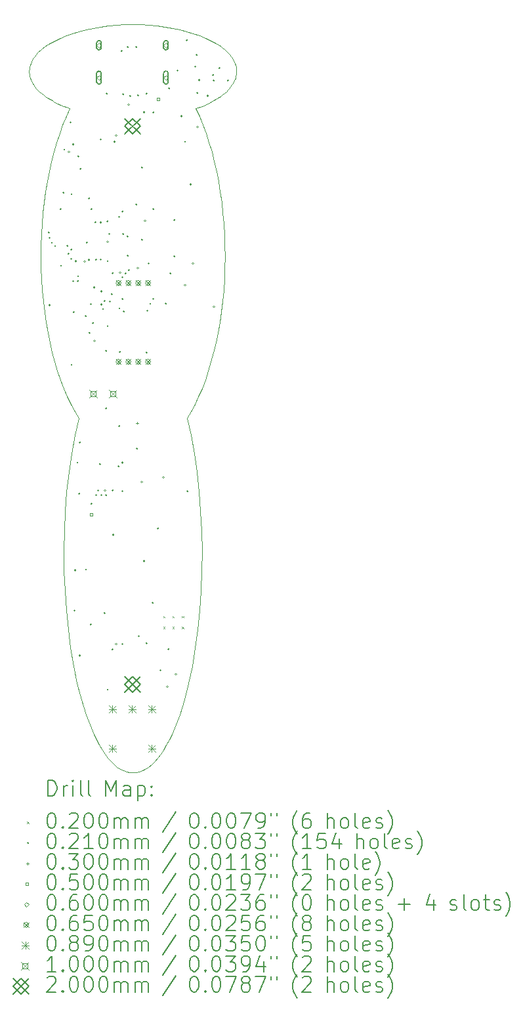
<source format=gbr>
%TF.GenerationSoftware,KiCad,Pcbnew,(6.99.0-3809-g2741d0eb4b)*%
%TF.CreationDate,2022-10-14T18:55:28-04:00*%
%TF.ProjectId,ButterflyBadge,42757474-6572-4666-9c79-42616467652e,rev?*%
%TF.SameCoordinates,Original*%
%TF.FileFunction,Drillmap*%
%TF.FilePolarity,Positive*%
%FSLAX45Y45*%
G04 Gerber Fmt 4.5, Leading zero omitted, Abs format (unit mm)*
G04 Created by KiCad (PCBNEW (6.99.0-3809-g2741d0eb4b)) date 2022-10-14 18:55:28*
%MOMM*%
%LPD*%
G01*
G04 APERTURE LIST*
%ADD10C,0.110000*%
%ADD11C,0.200000*%
%ADD12C,0.020000*%
%ADD13C,0.021000*%
%ADD14C,0.030000*%
%ADD15C,0.050000*%
%ADD16C,0.060000*%
%ADD17C,0.065000*%
%ADD18C,0.089000*%
%ADD19C,0.100000*%
G04 APERTURE END LIST*
D10*
X18197323Y-5306483D02*
X18199661Y-5329749D01*
X20199240Y-13392875D02*
X20252656Y-13183797D01*
X18428790Y-6707851D02*
X18406603Y-6840999D01*
X20796595Y-5488277D02*
X20812383Y-5466273D01*
X18393034Y-8392233D02*
X18412970Y-8527701D01*
X20106173Y-13679050D02*
X20138728Y-13588112D01*
X19492728Y-14336154D02*
X19533450Y-14339088D01*
X18960728Y-13679050D02*
X18994305Y-13764122D01*
X18461878Y-5652024D02*
X18493727Y-5670574D01*
X18363373Y-8113821D02*
X18376478Y-8254178D01*
X20738183Y-5552498D02*
X20759478Y-5531415D01*
X20673866Y-8392228D02*
X20690422Y-8254173D01*
X19120025Y-4716187D02*
X19023266Y-4732318D01*
X20504395Y-5706115D02*
X20573174Y-5670574D01*
X18210238Y-5375943D02*
X18218443Y-5398821D01*
X18782511Y-9677772D02*
X18834917Y-9766079D01*
X20298935Y-12962598D02*
X20338035Y-12730996D01*
X19213390Y-14151344D02*
X19252206Y-14195346D01*
X18674110Y-4828049D02*
X18598205Y-4859164D01*
X18754952Y-4799683D02*
X18674110Y-4828049D01*
X19929443Y-14045738D02*
X19966422Y-13984134D01*
X20760785Y-5051627D02*
X20738924Y-5029869D01*
X18376696Y-5593562D02*
X18403346Y-5613493D01*
X18208037Y-5212893D02*
X18202314Y-5236319D01*
X18994305Y-13764122D02*
X19028834Y-13843326D01*
X18655061Y-11990967D02*
X18672372Y-12243462D01*
X20407191Y-10962906D02*
X20387347Y-10709965D01*
X20663555Y-5613493D02*
X20690205Y-5593562D01*
X20638111Y-6707846D02*
X20612641Y-6577540D01*
X18928172Y-13588112D02*
X18960728Y-13679050D01*
X20138728Y-13588112D02*
X20199240Y-13392875D01*
X20721422Y-7682713D02*
X20720078Y-7538833D01*
X20605023Y-5652024D02*
X20635156Y-5632989D01*
X18685558Y-9484327D02*
X18732702Y-9583760D01*
X20002653Y-13916664D02*
X20038067Y-13843326D01*
X20862929Y-5352911D02*
X20867240Y-5329749D01*
X18492339Y-8915756D02*
X18525079Y-9038045D01*
X18493727Y-5670574D02*
X18527275Y-5688613D01*
X20868268Y-5259743D02*
X20864586Y-5236319D01*
X18659709Y-10962908D02*
X18647380Y-11219196D01*
X20583943Y-6450376D02*
X20552070Y-6326657D01*
X19640000Y-4688502D02*
X19533450Y-4686590D01*
X20799036Y-5096629D02*
X20780839Y-5073885D01*
X18562506Y-5706115D02*
X18599401Y-5723055D01*
X18637944Y-5739408D02*
X18678118Y-5755147D01*
X20038067Y-13843326D02*
X20072596Y-13764122D01*
X20713111Y-7971441D02*
X20719102Y-7827330D01*
X19853511Y-14151344D02*
X19891783Y-14101474D01*
X18237623Y-5142860D02*
X18225674Y-5166138D01*
X20869927Y-5283139D02*
X20868268Y-5259743D01*
X18306115Y-5051627D02*
X18267865Y-5096629D01*
X20694604Y-7114613D02*
X20679147Y-6976683D01*
X19775401Y-14233482D02*
X19814694Y-14195346D01*
X19533450Y-14339088D02*
X19574172Y-14336154D01*
X20517077Y-6206681D02*
X20479018Y-6090752D01*
X18599401Y-5723055D02*
X18637944Y-5739408D01*
X19847096Y-4703424D02*
X19744676Y-4694155D01*
X18840347Y-4774190D02*
X18754952Y-4799683D01*
X18732702Y-9583760D02*
X18782511Y-9677772D01*
X18679553Y-10709968D02*
X18659709Y-10962908D01*
X20604168Y-4929143D02*
X20539283Y-4892903D01*
X20359947Y-10462093D02*
X20324947Y-10221007D01*
X20630688Y-8660296D02*
X20653931Y-8527697D01*
X18645098Y-11734945D02*
X18655061Y-11990967D01*
X20574562Y-8915751D02*
X20604207Y-8789742D01*
X18240600Y-5444011D02*
X18254518Y-5466273D01*
X18767966Y-12962598D02*
X18814244Y-13183797D01*
X18527618Y-4892903D02*
X18462732Y-4929143D01*
X19891783Y-14101474D02*
X19929443Y-14045738D01*
X20437949Y-5979169D02*
X20393923Y-5872233D01*
X18403932Y-4967760D02*
X18351598Y-5008629D01*
X20689968Y-4987920D02*
X20662969Y-4967760D01*
X18307422Y-5531415D02*
X18328718Y-5552498D01*
X20411839Y-11990966D02*
X20421803Y-11734944D01*
X18351777Y-7395993D02*
X18346823Y-7538837D01*
X19137458Y-14045738D02*
X19175117Y-14101474D01*
X20867240Y-5329749D02*
X20869578Y-5306483D01*
X18328718Y-5552498D02*
X18351815Y-5573222D01*
X18406603Y-6840999D02*
X18387754Y-6976688D01*
X20324947Y-10221007D02*
X20282307Y-9988427D01*
X20715086Y-5573222D02*
X20738183Y-5552498D01*
X18287946Y-5510000D02*
X18307422Y-5531415D01*
X18215818Y-5189491D02*
X18208037Y-5212893D01*
X18706954Y-10462095D02*
X18679553Y-10709968D01*
X20864586Y-5236319D02*
X20858863Y-5212893D01*
X20720078Y-7538833D02*
X20715123Y-7395988D01*
X20838331Y-5421519D02*
X20848457Y-5398821D01*
X20252656Y-13183797D02*
X20298935Y-12962598D01*
X20282307Y-9988427D02*
X20231985Y-9766072D01*
X20428957Y-5739408D02*
X20504395Y-5706115D01*
X18360287Y-7254486D02*
X18351777Y-7395993D01*
X20138728Y-13588112D02*
X20138728Y-13588112D01*
X18814244Y-13183797D02*
X18867661Y-13392875D01*
X18387754Y-6976688D02*
X18372297Y-7114618D01*
X20467343Y-9270323D02*
X20506058Y-9156325D01*
X19371242Y-14292152D02*
X19411556Y-14312686D01*
X20778955Y-5510000D02*
X20796595Y-5488277D01*
X20738924Y-5029869D02*
X20715302Y-5008629D01*
X20812383Y-5466273D02*
X20826301Y-5444011D01*
X19064248Y-13916664D02*
X19100478Y-13984134D01*
X18929913Y-4751693D02*
X18840347Y-4774190D01*
X18462732Y-4929143D02*
X18403932Y-4967760D01*
X20715123Y-7395988D02*
X20706614Y-7254481D01*
X18728866Y-12730997D02*
X18767966Y-12962598D01*
X19426901Y-4688502D02*
X19322225Y-4694155D01*
X20660298Y-6840994D02*
X20638111Y-6707846D01*
X18412970Y-8527701D02*
X18436213Y-8660300D01*
X18196974Y-5283139D02*
X18197323Y-5306483D01*
X20479018Y-6090752D02*
X20437949Y-5979169D01*
X20284390Y-9677768D02*
X20334200Y-9583756D01*
X20311948Y-4799683D02*
X20226553Y-4774190D01*
X20679147Y-6976683D02*
X20660298Y-6840994D01*
X20662969Y-4967760D02*
X20604168Y-4929143D01*
X18346823Y-7538837D02*
X18345479Y-7682718D01*
X20424377Y-11477114D02*
X20419521Y-11219195D01*
X18251681Y-5119682D02*
X18237623Y-5142860D01*
X19533450Y-4686590D02*
X19426901Y-4688502D01*
X20719102Y-7827330D02*
X20721422Y-7682713D01*
X20612641Y-6577540D02*
X20583943Y-6450376D01*
X20387347Y-10709965D02*
X20359947Y-10462093D01*
X19735700Y-14265750D02*
X19775401Y-14233482D01*
X18599558Y-9270328D02*
X18641153Y-9379755D01*
X18928172Y-13588112D02*
X18928172Y-13588112D01*
X18560843Y-9156330D02*
X18599558Y-9270328D01*
X19252206Y-14195346D02*
X19291499Y-14233482D01*
X20394529Y-12243462D02*
X20411839Y-11990966D01*
X18628952Y-5979172D02*
X18587882Y-6090755D01*
X20136988Y-4751693D02*
X20043634Y-4732318D01*
X19744676Y-4694155D02*
X19640000Y-4688502D01*
X18784593Y-9988430D02*
X18741953Y-10221010D01*
X18267865Y-5096629D02*
X18267865Y-5096629D01*
X18482958Y-6450380D02*
X18454259Y-6577544D01*
X20851082Y-5189491D02*
X20841226Y-5166138D01*
X18696987Y-12490712D02*
X18728866Y-12730997D01*
X18345479Y-7682718D02*
X18347799Y-7827335D01*
X18202314Y-5236319D02*
X18198632Y-5259743D01*
X20635156Y-5632989D02*
X20663555Y-5613493D01*
X20421803Y-11734944D02*
X20424377Y-11477114D01*
X20338035Y-12730996D02*
X20369913Y-12490711D01*
X18347799Y-7827335D02*
X18353789Y-7971445D01*
X20856662Y-5375943D02*
X20862929Y-5352911D01*
X20226553Y-4774190D02*
X20136988Y-4751693D01*
X20334200Y-9583756D02*
X20381343Y-9484322D01*
X19291499Y-14233482D02*
X19331201Y-14265750D01*
X19574172Y-14336154D02*
X19614827Y-14327354D01*
X20690422Y-8254173D02*
X20703528Y-8113816D01*
X18270305Y-5488277D02*
X18287946Y-5510000D01*
X18403346Y-5613493D02*
X18431745Y-5632989D01*
X18587882Y-6090755D02*
X18549824Y-6206685D01*
X20719102Y-7827330D02*
X20719102Y-7827330D01*
X19814694Y-14195346D02*
X19853511Y-14151344D01*
X20573174Y-5670574D02*
X20605023Y-5652024D01*
X18351815Y-5573222D02*
X18376696Y-5593562D01*
X19966422Y-13984134D02*
X20002653Y-13916664D01*
X19655345Y-14312686D02*
X19695658Y-14292152D01*
X20393923Y-5872233D02*
X20346995Y-5770246D01*
X18641153Y-9379755D02*
X18685558Y-9484327D01*
X20706614Y-7254481D02*
X20694604Y-7114613D01*
X18267865Y-5096629D02*
X18251681Y-5119682D01*
X20848457Y-5398821D02*
X20856662Y-5375943D01*
X18351598Y-5008629D02*
X18306115Y-5051627D01*
X18454259Y-6577544D02*
X18428790Y-6707851D01*
X19411556Y-14312686D02*
X19452074Y-14327354D01*
X20369913Y-12490711D02*
X20394529Y-12243462D01*
X18376478Y-8254178D02*
X18393034Y-8392233D01*
X18372297Y-7114618D02*
X18360287Y-7254486D01*
X18834916Y-9766074D02*
X18784593Y-9988430D01*
X20425748Y-9379750D02*
X20467343Y-9270323D01*
X18203972Y-5352911D02*
X18210238Y-5375943D01*
X19614827Y-14327354D02*
X19655345Y-14312686D01*
X20653931Y-8527697D02*
X20673866Y-8392228D01*
X19028834Y-13843326D02*
X19064248Y-13916664D01*
X20072596Y-13764122D02*
X20106173Y-13679050D01*
X19452074Y-14327354D02*
X19492728Y-14336154D01*
X18672372Y-12243462D02*
X18696987Y-12490712D01*
X20780839Y-5073885D02*
X20760785Y-5051627D01*
X20799036Y-5096629D02*
X20799036Y-5096629D01*
X20715302Y-5008629D02*
X20689968Y-4987920D01*
X18254518Y-5466273D02*
X18270305Y-5488277D01*
X19695658Y-14292152D02*
X19735700Y-14265750D01*
X18741953Y-10221010D02*
X18706954Y-10462095D01*
X19219805Y-4703424D02*
X19120025Y-4716187D01*
X20231985Y-9766074D02*
X20284390Y-9677768D01*
X20506058Y-9156325D02*
X20541821Y-9038040D01*
X20690205Y-5593562D02*
X20715086Y-5573222D01*
X20539283Y-4892903D02*
X20468696Y-4859164D01*
X20419521Y-11219195D02*
X20407191Y-10962906D01*
X18353789Y-7971445D02*
X18363373Y-8113821D01*
X18199661Y-5329749D02*
X18203972Y-5352911D01*
X19100478Y-13984134D02*
X19137458Y-14045738D01*
X19331201Y-14265750D02*
X19371242Y-14292152D01*
X18598205Y-4859164D02*
X18527618Y-4892903D01*
X20346996Y-5770248D02*
X20428957Y-5739408D01*
X20841226Y-5166138D02*
X20829278Y-5142860D01*
X18719906Y-5770248D02*
X18672978Y-5872236D01*
X20759478Y-5531415D02*
X20778955Y-5510000D01*
X20869578Y-5306483D02*
X20869927Y-5283139D01*
X20815220Y-5119682D02*
X20799036Y-5096629D01*
X19023266Y-4732318D02*
X18929913Y-4751693D01*
X18347799Y-7827335D02*
X18347799Y-7827335D01*
X18514831Y-6326661D02*
X18482958Y-6450380D01*
X19175117Y-14101474D02*
X19213390Y-14151344D01*
X20829278Y-5142860D02*
X20815220Y-5119682D01*
X18678118Y-5755147D02*
X18719906Y-5770248D01*
X20381343Y-9484322D02*
X20425748Y-9379750D01*
X20392790Y-4828049D02*
X20311948Y-4799683D01*
X18225674Y-5166138D02*
X18215818Y-5189491D01*
X19533450Y-4686590D02*
X19533450Y-4686590D01*
X20043634Y-4732318D02*
X19946876Y-4716187D01*
X18218443Y-5398821D02*
X18228570Y-5421519D01*
X18198632Y-5259743D02*
X18196974Y-5283139D01*
X18642523Y-11477115D02*
X18645098Y-11734945D01*
X20541821Y-9038040D02*
X20574562Y-8915751D01*
X18228570Y-5421519D02*
X18240600Y-5444011D01*
X20826301Y-5444011D02*
X20838331Y-5421519D01*
X18867661Y-13392875D02*
X18928172Y-13588112D01*
X19322225Y-4694155D02*
X19219805Y-4703424D01*
X18549824Y-6206685D02*
X18514831Y-6326661D01*
X18647380Y-11219196D02*
X18642523Y-11477115D01*
X20858863Y-5212893D02*
X20851082Y-5189491D01*
X20552070Y-6326657D02*
X20517077Y-6206681D01*
X18527275Y-5688613D02*
X18562506Y-5706115D01*
X18672978Y-5872236D02*
X18628952Y-5979172D01*
X18525079Y-9038045D02*
X18560843Y-9156330D01*
X20703528Y-8113816D02*
X20713111Y-7971441D01*
X20604207Y-8789742D02*
X20630688Y-8660296D01*
X20468696Y-4859164D02*
X20392790Y-4828049D01*
X18462693Y-8789747D02*
X18492339Y-8915756D01*
X18436213Y-8660300D02*
X18462693Y-8789747D01*
X19946876Y-4716187D02*
X19847096Y-4703424D01*
X18431745Y-5632989D02*
X18461878Y-5652024D01*
D11*
D12*
X19927500Y-12320000D02*
X19947500Y-12340000D01*
X19947500Y-12320000D02*
X19927500Y-12340000D01*
X19927500Y-12460000D02*
X19947500Y-12480000D01*
X19947500Y-12460000D02*
X19927500Y-12480000D01*
X20047500Y-12320000D02*
X20067500Y-12340000D01*
X20067500Y-12320000D02*
X20047500Y-12340000D01*
X20047500Y-12460000D02*
X20067500Y-12480000D01*
X20067500Y-12460000D02*
X20047500Y-12480000D01*
X20167500Y-12320000D02*
X20187500Y-12340000D01*
X20187500Y-12320000D02*
X20167500Y-12340000D01*
X20167500Y-12460000D02*
X20187500Y-12480000D01*
X20187500Y-12460000D02*
X20167500Y-12480000D01*
D13*
X18460500Y-7370000D02*
G75*
G03*
X18460500Y-7370000I-10500J0D01*
G01*
X18470500Y-7440000D02*
G75*
G03*
X18470500Y-7440000I-10500J0D01*
G01*
X18470500Y-8310000D02*
G75*
G03*
X18470500Y-8310000I-10500J0D01*
G01*
X18498400Y-7503874D02*
G75*
G03*
X18498400Y-7503874I-10500J0D01*
G01*
X18542347Y-7546107D02*
G75*
G03*
X18542347Y-7546107I-10500J0D01*
G01*
X18610500Y-7070000D02*
G75*
G03*
X18610500Y-7070000I-10500J0D01*
G01*
X18620500Y-7800000D02*
G75*
G03*
X18620500Y-7800000I-10500J0D01*
G01*
X18650500Y-6860000D02*
G75*
G03*
X18650500Y-6860000I-10500J0D01*
G01*
X18660500Y-6300000D02*
G75*
G03*
X18660500Y-6300000I-10500J0D01*
G01*
X18701605Y-7544800D02*
G75*
G03*
X18701605Y-7544800I-10500J0D01*
G01*
X18713585Y-7645095D02*
G75*
G03*
X18713585Y-7645095I-10500J0D01*
G01*
X18720500Y-6330000D02*
G75*
G03*
X18720500Y-6330000I-10500J0D01*
G01*
X18740500Y-5950000D02*
G75*
G03*
X18740500Y-5950000I-10500J0D01*
G01*
X18750500Y-7590000D02*
G75*
G03*
X18750500Y-7590000I-10500J0D01*
G01*
X18750500Y-7710000D02*
G75*
G03*
X18750500Y-7710000I-10500J0D01*
G01*
X18753766Y-9076734D02*
G75*
G03*
X18753766Y-9076734I-10500J0D01*
G01*
X18754200Y-6875384D02*
G75*
G03*
X18754200Y-6875384I-10500J0D01*
G01*
X18774759Y-6234259D02*
G75*
G03*
X18774759Y-6234259I-10500J0D01*
G01*
X18775098Y-7999427D02*
G75*
G03*
X18775098Y-7999427I-10500J0D01*
G01*
X18780500Y-8400000D02*
G75*
G03*
X18780500Y-8400000I-10500J0D01*
G01*
X18790800Y-12249500D02*
G75*
G03*
X18790800Y-12249500I-10500J0D01*
G01*
X18800500Y-11730000D02*
G75*
G03*
X18800500Y-11730000I-10500J0D01*
G01*
X18809965Y-7739763D02*
G75*
G03*
X18809965Y-7739763I-10500J0D01*
G01*
X18830500Y-10340000D02*
G75*
G03*
X18830500Y-10340000I-10500J0D01*
G01*
X18836223Y-7996600D02*
G75*
G03*
X18836223Y-7996600I-10500J0D01*
G01*
X18839257Y-7935711D02*
G75*
G03*
X18839257Y-7935711I-10500J0D01*
G01*
X18840500Y-6390000D02*
G75*
G03*
X18840500Y-6390000I-10500J0D01*
G01*
X18852950Y-10740000D02*
G75*
G03*
X18852950Y-10740000I-10500J0D01*
G01*
X18860500Y-10080000D02*
G75*
G03*
X18860500Y-10080000I-10500J0D01*
G01*
X18860500Y-12830000D02*
G75*
G03*
X18860500Y-12830000I-10500J0D01*
G01*
X18870500Y-6550000D02*
G75*
G03*
X18870500Y-6550000I-10500J0D01*
G01*
X18921636Y-7745159D02*
G75*
G03*
X18921636Y-7745159I-10500J0D01*
G01*
X18939050Y-8450000D02*
G75*
G03*
X18939050Y-8450000I-10500J0D01*
G01*
X18940500Y-11720000D02*
G75*
G03*
X18940500Y-11720000I-10500J0D01*
G01*
X18950500Y-7500000D02*
G75*
G03*
X18950500Y-7500000I-10500J0D01*
G01*
X18979150Y-7724982D02*
G75*
G03*
X18979150Y-7724982I-10500J0D01*
G01*
X18980500Y-6930000D02*
G75*
G03*
X18980500Y-6930000I-10500J0D01*
G01*
X18984250Y-8665000D02*
G75*
G03*
X18984250Y-8665000I-10500J0D01*
G01*
X19000500Y-12430000D02*
G75*
G03*
X19000500Y-12430000I-10500J0D01*
G01*
X19005050Y-8294602D02*
G75*
G03*
X19005050Y-8294602I-10500J0D01*
G01*
X19010500Y-7070000D02*
G75*
G03*
X19010500Y-7070000I-10500J0D01*
G01*
X19010500Y-10870000D02*
G75*
G03*
X19010500Y-10870000I-10500J0D01*
G01*
X19030500Y-8540000D02*
G75*
G03*
X19030500Y-8540000I-10500J0D01*
G01*
X19045700Y-8080000D02*
G75*
G03*
X19045700Y-8080000I-10500J0D01*
G01*
X19050500Y-8770000D02*
G75*
G03*
X19050500Y-8770000I-10500J0D01*
G01*
X19060500Y-7240000D02*
G75*
G03*
X19060500Y-7240000I-10500J0D01*
G01*
X19069550Y-7719971D02*
G75*
G03*
X19069550Y-7719971I-10500J0D01*
G01*
X19070500Y-10760000D02*
G75*
G03*
X19070500Y-10760000I-10500J0D01*
G01*
X19096450Y-10698378D02*
G75*
G03*
X19096450Y-10698378I-10500J0D01*
G01*
X19120500Y-10360000D02*
G75*
G03*
X19120500Y-10360000I-10500J0D01*
G01*
X19130500Y-6170000D02*
G75*
G03*
X19130500Y-6170000I-10500J0D01*
G01*
X19130500Y-7240000D02*
G75*
G03*
X19130500Y-7240000I-10500J0D01*
G01*
X19130500Y-7720000D02*
G75*
G03*
X19130500Y-7720000I-10500J0D01*
G01*
X19139550Y-10760000D02*
G75*
G03*
X19139550Y-10760000I-10500J0D01*
G01*
X19139691Y-8300979D02*
G75*
G03*
X19139691Y-8300979I-10500J0D01*
G01*
X19140500Y-8129700D02*
G75*
G03*
X19140500Y-8129700I-10500J0D01*
G01*
X19160500Y-8360000D02*
G75*
G03*
X19160500Y-8360000I-10500J0D01*
G01*
X19178524Y-8254001D02*
G75*
G03*
X19178524Y-8254001I-10500J0D01*
G01*
X19180500Y-12280000D02*
G75*
G03*
X19180500Y-12280000I-10500J0D01*
G01*
X19187335Y-10700159D02*
G75*
G03*
X19187335Y-10700159I-10500J0D01*
G01*
X19200500Y-8900000D02*
G75*
G03*
X19200500Y-8900000I-10500J0D01*
G01*
X19200500Y-9640000D02*
G75*
G03*
X19200500Y-9640000I-10500J0D01*
G01*
X19200500Y-10760000D02*
G75*
G03*
X19200500Y-10760000I-10500J0D01*
G01*
X19210500Y-5580000D02*
G75*
G03*
X19210500Y-5580000I-10500J0D01*
G01*
X19217714Y-7227214D02*
G75*
G03*
X19217714Y-7227214I-10500J0D01*
G01*
X19220133Y-13271074D02*
G75*
G03*
X19220133Y-13271074I-10500J0D01*
G01*
X19220500Y-7490000D02*
G75*
G03*
X19220500Y-7490000I-10500J0D01*
G01*
X19220500Y-7740000D02*
G75*
G03*
X19220500Y-7740000I-10500J0D01*
G01*
X19220500Y-8580000D02*
G75*
G03*
X19220500Y-8580000I-10500J0D01*
G01*
X19240500Y-7390000D02*
G75*
G03*
X19240500Y-7390000I-10500J0D01*
G01*
X19250650Y-8262205D02*
G75*
G03*
X19250650Y-8262205I-10500J0D01*
G01*
X19271795Y-8166866D02*
G75*
G03*
X19271795Y-8166866I-10500J0D01*
G01*
X19280500Y-12750000D02*
G75*
G03*
X19280500Y-12750000I-10500J0D01*
G01*
X19285667Y-7894800D02*
G75*
G03*
X19285667Y-7894800I-10500J0D01*
G01*
X19285700Y-10698895D02*
G75*
G03*
X19285700Y-10698895I-10500J0D01*
G01*
X19292050Y-11271996D02*
G75*
G03*
X19292050Y-11271996I-10500J0D01*
G01*
X19310500Y-6200000D02*
G75*
G03*
X19310500Y-6200000I-10500J0D01*
G01*
X19330500Y-6120000D02*
G75*
G03*
X19330500Y-6120000I-10500J0D01*
G01*
X19330500Y-12680000D02*
G75*
G03*
X19330500Y-12680000I-10500J0D01*
G01*
X19361154Y-10388934D02*
G75*
G03*
X19361154Y-10388934I-10500J0D01*
G01*
X19367000Y-7170000D02*
G75*
G03*
X19367000Y-7170000I-10500J0D01*
G01*
X19370500Y-8350000D02*
G75*
G03*
X19370500Y-8350000I-10500J0D01*
G01*
X19372050Y-9868197D02*
G75*
G03*
X19372050Y-9868197I-10500J0D01*
G01*
X19379500Y-8911000D02*
G75*
G03*
X19379500Y-8911000I-10500J0D01*
G01*
X19380500Y-7890000D02*
G75*
G03*
X19380500Y-7890000I-10500J0D01*
G01*
X19400500Y-5028450D02*
G75*
G03*
X19400500Y-5028450I-10500J0D01*
G01*
X19410500Y-8230000D02*
G75*
G03*
X19410500Y-8230000I-10500J0D01*
G01*
X19410500Y-10340000D02*
G75*
G03*
X19410500Y-10340000I-10500J0D01*
G01*
X19410500Y-10710000D02*
G75*
G03*
X19410500Y-10710000I-10500J0D01*
G01*
X19410500Y-12680000D02*
G75*
G03*
X19410500Y-12680000I-10500J0D01*
G01*
X19411939Y-7947949D02*
G75*
G03*
X19411939Y-7947949I-10500J0D01*
G01*
X19412220Y-7098952D02*
G75*
G03*
X19412220Y-7098952I-10500J0D01*
G01*
X19420500Y-5590000D02*
G75*
G03*
X19420500Y-5590000I-10500J0D01*
G01*
X19420500Y-7390000D02*
G75*
G03*
X19420500Y-7390000I-10500J0D01*
G01*
X19430500Y-8390000D02*
G75*
G03*
X19430500Y-8390000I-10500J0D01*
G01*
X19449742Y-7900138D02*
G75*
G03*
X19449742Y-7900138I-10500J0D01*
G01*
X19476691Y-7420114D02*
G75*
G03*
X19476691Y-7420114I-10500J0D01*
G01*
X19480500Y-4980000D02*
G75*
G03*
X19480500Y-4980000I-10500J0D01*
G01*
X19480500Y-7670000D02*
G75*
G03*
X19480500Y-7670000I-10500J0D01*
G01*
X19490500Y-5720000D02*
G75*
G03*
X19490500Y-5720000I-10500J0D01*
G01*
X19493169Y-7857371D02*
G75*
G03*
X19493169Y-7857371I-10500J0D01*
G01*
X19510500Y-5610000D02*
G75*
G03*
X19510500Y-5610000I-10500J0D01*
G01*
X19590500Y-4980000D02*
G75*
G03*
X19590500Y-4980000I-10500J0D01*
G01*
X19590500Y-7010000D02*
G75*
G03*
X19590500Y-7010000I-10500J0D01*
G01*
X19600500Y-10160000D02*
G75*
G03*
X19600500Y-10160000I-10500J0D01*
G01*
X19610500Y-5600000D02*
G75*
G03*
X19610500Y-5600000I-10500J0D01*
G01*
X19610500Y-7830000D02*
G75*
G03*
X19610500Y-7830000I-10500J0D01*
G01*
X19620500Y-12580000D02*
G75*
G03*
X19620500Y-12580000I-10500J0D01*
G01*
X19660500Y-10589550D02*
G75*
G03*
X19660500Y-10589550I-10500J0D01*
G01*
X19661142Y-6532470D02*
G75*
G03*
X19661142Y-6532470I-10500J0D01*
G01*
X19661572Y-7465200D02*
G75*
G03*
X19661572Y-7465200I-10500J0D01*
G01*
X19690500Y-5820000D02*
G75*
G03*
X19690500Y-5820000I-10500J0D01*
G01*
X19690500Y-11610000D02*
G75*
G03*
X19690500Y-11610000I-10500J0D01*
G01*
X19700500Y-7220000D02*
G75*
G03*
X19700500Y-7220000I-10500J0D01*
G01*
X19720500Y-5580000D02*
G75*
G03*
X19720500Y-5580000I-10500J0D01*
G01*
X19720500Y-8920000D02*
G75*
G03*
X19720500Y-8920000I-10500J0D01*
G01*
X19720500Y-12670000D02*
G75*
G03*
X19720500Y-12670000I-10500J0D01*
G01*
X19730500Y-8380000D02*
G75*
G03*
X19730500Y-8380000I-10500J0D01*
G01*
X19750500Y-7770000D02*
G75*
G03*
X19750500Y-7770000I-10500J0D01*
G01*
X19770500Y-8290000D02*
G75*
G03*
X19770500Y-8290000I-10500J0D01*
G01*
X19800500Y-12150000D02*
G75*
G03*
X19800500Y-12150000I-10500J0D01*
G01*
X19808539Y-8228039D02*
G75*
G03*
X19808539Y-8228039I-10500J0D01*
G01*
X19810500Y-5820000D02*
G75*
G03*
X19810500Y-5820000I-10500J0D01*
G01*
X19810500Y-7070000D02*
G75*
G03*
X19810500Y-7070000I-10500J0D01*
G01*
X19870500Y-11190000D02*
G75*
G03*
X19870500Y-11190000I-10500J0D01*
G01*
X19900500Y-13020000D02*
G75*
G03*
X19900500Y-13020000I-10500J0D01*
G01*
X19940500Y-10530000D02*
G75*
G03*
X19940500Y-10530000I-10500J0D01*
G01*
X19970500Y-8290000D02*
G75*
G03*
X19970500Y-8290000I-10500J0D01*
G01*
X19990500Y-13230000D02*
G75*
G03*
X19990500Y-13230000I-10500J0D01*
G01*
X20004500Y-12746000D02*
G75*
G03*
X20004500Y-12746000I-10500J0D01*
G01*
X20014407Y-5512315D02*
G75*
G03*
X20014407Y-5512315I-10500J0D01*
G01*
X20030500Y-7900000D02*
G75*
G03*
X20030500Y-7900000I-10500J0D01*
G01*
X20080500Y-7210000D02*
G75*
G03*
X20080500Y-7210000I-10500J0D01*
G01*
X20080500Y-7680000D02*
G75*
G03*
X20080500Y-7680000I-10500J0D01*
G01*
X20100500Y-13070000D02*
G75*
G03*
X20100500Y-13070000I-10500J0D01*
G01*
X20120500Y-5280000D02*
G75*
G03*
X20120500Y-5280000I-10500J0D01*
G01*
X20170500Y-5870000D02*
G75*
G03*
X20170500Y-5870000I-10500J0D01*
G01*
X20220500Y-6200000D02*
G75*
G03*
X20220500Y-6200000I-10500J0D01*
G01*
X20220500Y-8050000D02*
G75*
G03*
X20220500Y-8050000I-10500J0D01*
G01*
X20240500Y-4890000D02*
G75*
G03*
X20240500Y-4890000I-10500J0D01*
G01*
X20250500Y-10710000D02*
G75*
G03*
X20250500Y-10710000I-10500J0D01*
G01*
X20290500Y-6750000D02*
G75*
G03*
X20290500Y-6750000I-10500J0D01*
G01*
X20320500Y-7770000D02*
G75*
G03*
X20320500Y-7770000I-10500J0D01*
G01*
X20350500Y-5230000D02*
G75*
G03*
X20350500Y-5230000I-10500J0D01*
G01*
X20370500Y-5080000D02*
G75*
G03*
X20370500Y-5080000I-10500J0D01*
G01*
X20377433Y-5570000D02*
G75*
G03*
X20377433Y-5570000I-10500J0D01*
G01*
X20380500Y-6010000D02*
G75*
G03*
X20380500Y-6010000I-10500J0D01*
G01*
X20400500Y-5405200D02*
G75*
G03*
X20400500Y-5405200I-10500J0D01*
G01*
X20511050Y-5605760D02*
G75*
G03*
X20511050Y-5605760I-10500J0D01*
G01*
X20580500Y-5340000D02*
G75*
G03*
X20580500Y-5340000I-10500J0D01*
G01*
X20590500Y-5410000D02*
G75*
G03*
X20590500Y-5410000I-10500J0D01*
G01*
X20590500Y-8330000D02*
G75*
G03*
X20590500Y-8330000I-10500J0D01*
G01*
X20660500Y-5250000D02*
G75*
G03*
X20660500Y-5250000I-10500J0D01*
G01*
X20770500Y-5410000D02*
G75*
G03*
X20770500Y-5410000I-10500J0D01*
G01*
D14*
X19588531Y-9814569D02*
X19588531Y-9844569D01*
X19573531Y-9829569D02*
X19603531Y-9829569D01*
D15*
X19017678Y-11027678D02*
X19017678Y-10992322D01*
X18982322Y-10992322D01*
X18982322Y-11027678D01*
X19017678Y-11027678D01*
X19877678Y-5667678D02*
X19877678Y-5632322D01*
X19842322Y-5632322D01*
X19842322Y-5667678D01*
X19877678Y-5667678D01*
D16*
X19098000Y-4985000D02*
X19128000Y-4955000D01*
X19098000Y-4925000D01*
X19068000Y-4955000D01*
X19098000Y-4985000D01*
D11*
X19068000Y-4925000D02*
X19068000Y-4985000D01*
X19068000Y-4985000D02*
G75*
G03*
X19128000Y-4985000I30000J0D01*
G01*
X19128000Y-4985000D02*
X19128000Y-4925000D01*
X19128000Y-4925000D02*
G75*
G03*
X19068000Y-4925000I-30000J0D01*
G01*
D16*
X19098000Y-5403000D02*
X19128000Y-5373000D01*
X19098000Y-5343000D01*
X19068000Y-5373000D01*
X19098000Y-5403000D01*
D11*
X19068000Y-5318000D02*
X19068000Y-5428000D01*
X19068000Y-5428000D02*
G75*
G03*
X19128000Y-5428000I30000J0D01*
G01*
X19128000Y-5428000D02*
X19128000Y-5318000D01*
X19128000Y-5318000D02*
G75*
G03*
X19068000Y-5318000I-30000J0D01*
G01*
D16*
X19962000Y-4985000D02*
X19992000Y-4955000D01*
X19962000Y-4925000D01*
X19932000Y-4955000D01*
X19962000Y-4985000D01*
D11*
X19932000Y-4925000D02*
X19932000Y-4985000D01*
X19932000Y-4985000D02*
G75*
G03*
X19992000Y-4985000I30000J0D01*
G01*
X19992000Y-4985000D02*
X19992000Y-4925000D01*
X19992000Y-4925000D02*
G75*
G03*
X19932000Y-4925000I-30000J0D01*
G01*
D16*
X19962000Y-5403000D02*
X19992000Y-5373000D01*
X19962000Y-5343000D01*
X19932000Y-5373000D01*
X19962000Y-5403000D01*
D11*
X19932000Y-5318000D02*
X19932000Y-5428000D01*
X19932000Y-5428000D02*
G75*
G03*
X19992000Y-5428000I30000J0D01*
G01*
X19992000Y-5428000D02*
X19992000Y-5318000D01*
X19992000Y-5318000D02*
G75*
G03*
X19932000Y-5318000I-30000J0D01*
G01*
D17*
X19317000Y-7989500D02*
X19382000Y-8054500D01*
X19382000Y-7989500D02*
X19317000Y-8054500D01*
X19382000Y-8022000D02*
G75*
G03*
X19382000Y-8022000I-32500J0D01*
G01*
X19317000Y-9005500D02*
X19382000Y-9070500D01*
X19382000Y-9005500D02*
X19317000Y-9070500D01*
X19382000Y-9038000D02*
G75*
G03*
X19382000Y-9038000I-32500J0D01*
G01*
X19444000Y-7989500D02*
X19509000Y-8054500D01*
X19509000Y-7989500D02*
X19444000Y-8054500D01*
X19509000Y-8022000D02*
G75*
G03*
X19509000Y-8022000I-32500J0D01*
G01*
X19444000Y-9005500D02*
X19509000Y-9070500D01*
X19509000Y-9005500D02*
X19444000Y-9070500D01*
X19509000Y-9038000D02*
G75*
G03*
X19509000Y-9038000I-32500J0D01*
G01*
X19571000Y-7989500D02*
X19636000Y-8054500D01*
X19636000Y-7989500D02*
X19571000Y-8054500D01*
X19636000Y-8022000D02*
G75*
G03*
X19636000Y-8022000I-32500J0D01*
G01*
X19571000Y-9005500D02*
X19636000Y-9070500D01*
X19636000Y-9005500D02*
X19571000Y-9070500D01*
X19636000Y-9038000D02*
G75*
G03*
X19636000Y-9038000I-32500J0D01*
G01*
X19698000Y-7989500D02*
X19763000Y-8054500D01*
X19763000Y-7989500D02*
X19698000Y-8054500D01*
X19763000Y-8022000D02*
G75*
G03*
X19763000Y-8022000I-32500J0D01*
G01*
X19698000Y-9005500D02*
X19763000Y-9070500D01*
X19763000Y-9005500D02*
X19698000Y-9070500D01*
X19763000Y-9038000D02*
G75*
G03*
X19763000Y-9038000I-32500J0D01*
G01*
D18*
X19227500Y-13476500D02*
X19316500Y-13565500D01*
X19316500Y-13476500D02*
X19227500Y-13565500D01*
X19272000Y-13476500D02*
X19272000Y-13565500D01*
X19227500Y-13521000D02*
X19316500Y-13521000D01*
X19227500Y-13984500D02*
X19316500Y-14073500D01*
X19316500Y-13984500D02*
X19227500Y-14073500D01*
X19272000Y-13984500D02*
X19272000Y-14073500D01*
X19227500Y-14029000D02*
X19316500Y-14029000D01*
X19481500Y-13476500D02*
X19570500Y-13565500D01*
X19570500Y-13476500D02*
X19481500Y-13565500D01*
X19526000Y-13476500D02*
X19526000Y-13565500D01*
X19481500Y-13521000D02*
X19570500Y-13521000D01*
X19735500Y-13476500D02*
X19824500Y-13565500D01*
X19824500Y-13476500D02*
X19735500Y-13565500D01*
X19780000Y-13476500D02*
X19780000Y-13565500D01*
X19735500Y-13521000D02*
X19824500Y-13521000D01*
X19735500Y-13984500D02*
X19824500Y-14073500D01*
X19824500Y-13984500D02*
X19735500Y-14073500D01*
X19780000Y-13984500D02*
X19780000Y-14073500D01*
X19735500Y-14029000D02*
X19824500Y-14029000D01*
D19*
X18975000Y-9402500D02*
X19075000Y-9502500D01*
X19075000Y-9402500D02*
X18975000Y-9502500D01*
X19060356Y-9487856D02*
X19060356Y-9417144D01*
X18989644Y-9417144D01*
X18989644Y-9487856D01*
X19060356Y-9487856D01*
X19225000Y-9402500D02*
X19325000Y-9502500D01*
X19325000Y-9402500D02*
X19225000Y-9502500D01*
X19310356Y-9487856D02*
X19310356Y-9417144D01*
X19239644Y-9417144D01*
X19239644Y-9487856D01*
X19310356Y-9487856D01*
D11*
X19430000Y-5900000D02*
X19630000Y-6100000D01*
X19630000Y-5900000D02*
X19430000Y-6100000D01*
X19530000Y-6100000D02*
X19630000Y-6000000D01*
X19530000Y-5900000D01*
X19430000Y-6000000D01*
X19530000Y-6100000D01*
X19430000Y-13100000D02*
X19630000Y-13300000D01*
X19630000Y-13100000D02*
X19430000Y-13300000D01*
X19530000Y-13300000D02*
X19630000Y-13200000D01*
X19530000Y-13100000D01*
X19430000Y-13200000D01*
X19530000Y-13300000D01*
X18439093Y-14638064D02*
X18439093Y-14438064D01*
X18439093Y-14438064D02*
X18486712Y-14438064D01*
X18486712Y-14438064D02*
X18515283Y-14447588D01*
X18515283Y-14447588D02*
X18534331Y-14466635D01*
X18534331Y-14466635D02*
X18543855Y-14485683D01*
X18543855Y-14485683D02*
X18553379Y-14523778D01*
X18553379Y-14523778D02*
X18553379Y-14552350D01*
X18553379Y-14552350D02*
X18543855Y-14590445D01*
X18543855Y-14590445D02*
X18534331Y-14609492D01*
X18534331Y-14609492D02*
X18515283Y-14628540D01*
X18515283Y-14628540D02*
X18486712Y-14638064D01*
X18486712Y-14638064D02*
X18439093Y-14638064D01*
X18639093Y-14638064D02*
X18639093Y-14504730D01*
X18639093Y-14542826D02*
X18648617Y-14523778D01*
X18648617Y-14523778D02*
X18658141Y-14514254D01*
X18658141Y-14514254D02*
X18677188Y-14504730D01*
X18677188Y-14504730D02*
X18696236Y-14504730D01*
X18762902Y-14638064D02*
X18762902Y-14504730D01*
X18762902Y-14438064D02*
X18753379Y-14447588D01*
X18753379Y-14447588D02*
X18762902Y-14457111D01*
X18762902Y-14457111D02*
X18772426Y-14447588D01*
X18772426Y-14447588D02*
X18762902Y-14438064D01*
X18762902Y-14438064D02*
X18762902Y-14457111D01*
X18886712Y-14638064D02*
X18867664Y-14628540D01*
X18867664Y-14628540D02*
X18858141Y-14609492D01*
X18858141Y-14609492D02*
X18858141Y-14438064D01*
X18991474Y-14638064D02*
X18972426Y-14628540D01*
X18972426Y-14628540D02*
X18962902Y-14609492D01*
X18962902Y-14609492D02*
X18962902Y-14438064D01*
X19187664Y-14638064D02*
X19187664Y-14438064D01*
X19187664Y-14438064D02*
X19254331Y-14580921D01*
X19254331Y-14580921D02*
X19320998Y-14438064D01*
X19320998Y-14438064D02*
X19320998Y-14638064D01*
X19501950Y-14638064D02*
X19501950Y-14533302D01*
X19501950Y-14533302D02*
X19492426Y-14514254D01*
X19492426Y-14514254D02*
X19473379Y-14504730D01*
X19473379Y-14504730D02*
X19435283Y-14504730D01*
X19435283Y-14504730D02*
X19416236Y-14514254D01*
X19501950Y-14628540D02*
X19482902Y-14638064D01*
X19482902Y-14638064D02*
X19435283Y-14638064D01*
X19435283Y-14638064D02*
X19416236Y-14628540D01*
X19416236Y-14628540D02*
X19406712Y-14609492D01*
X19406712Y-14609492D02*
X19406712Y-14590445D01*
X19406712Y-14590445D02*
X19416236Y-14571397D01*
X19416236Y-14571397D02*
X19435283Y-14561873D01*
X19435283Y-14561873D02*
X19482902Y-14561873D01*
X19482902Y-14561873D02*
X19501950Y-14552350D01*
X19597188Y-14504730D02*
X19597188Y-14704730D01*
X19597188Y-14514254D02*
X19616236Y-14504730D01*
X19616236Y-14504730D02*
X19654331Y-14504730D01*
X19654331Y-14504730D02*
X19673379Y-14514254D01*
X19673379Y-14514254D02*
X19682902Y-14523778D01*
X19682902Y-14523778D02*
X19692426Y-14542826D01*
X19692426Y-14542826D02*
X19692426Y-14599969D01*
X19692426Y-14599969D02*
X19682902Y-14619016D01*
X19682902Y-14619016D02*
X19673379Y-14628540D01*
X19673379Y-14628540D02*
X19654331Y-14638064D01*
X19654331Y-14638064D02*
X19616236Y-14638064D01*
X19616236Y-14638064D02*
X19597188Y-14628540D01*
X19778141Y-14619016D02*
X19787664Y-14628540D01*
X19787664Y-14628540D02*
X19778141Y-14638064D01*
X19778141Y-14638064D02*
X19768617Y-14628540D01*
X19768617Y-14628540D02*
X19778141Y-14619016D01*
X19778141Y-14619016D02*
X19778141Y-14638064D01*
X19778141Y-14514254D02*
X19787664Y-14523778D01*
X19787664Y-14523778D02*
X19778141Y-14533302D01*
X19778141Y-14533302D02*
X19768617Y-14523778D01*
X19768617Y-14523778D02*
X19778141Y-14514254D01*
X19778141Y-14514254D02*
X19778141Y-14533302D01*
D12*
X18171474Y-14974588D02*
X18191474Y-14994588D01*
X18191474Y-14974588D02*
X18171474Y-14994588D01*
D11*
X18477188Y-14858064D02*
X18496236Y-14858064D01*
X18496236Y-14858064D02*
X18515283Y-14867588D01*
X18515283Y-14867588D02*
X18524807Y-14877111D01*
X18524807Y-14877111D02*
X18534331Y-14896159D01*
X18534331Y-14896159D02*
X18543855Y-14934254D01*
X18543855Y-14934254D02*
X18543855Y-14981873D01*
X18543855Y-14981873D02*
X18534331Y-15019969D01*
X18534331Y-15019969D02*
X18524807Y-15039016D01*
X18524807Y-15039016D02*
X18515283Y-15048540D01*
X18515283Y-15048540D02*
X18496236Y-15058064D01*
X18496236Y-15058064D02*
X18477188Y-15058064D01*
X18477188Y-15058064D02*
X18458141Y-15048540D01*
X18458141Y-15048540D02*
X18448617Y-15039016D01*
X18448617Y-15039016D02*
X18439093Y-15019969D01*
X18439093Y-15019969D02*
X18429569Y-14981873D01*
X18429569Y-14981873D02*
X18429569Y-14934254D01*
X18429569Y-14934254D02*
X18439093Y-14896159D01*
X18439093Y-14896159D02*
X18448617Y-14877111D01*
X18448617Y-14877111D02*
X18458141Y-14867588D01*
X18458141Y-14867588D02*
X18477188Y-14858064D01*
X18629569Y-15039016D02*
X18639093Y-15048540D01*
X18639093Y-15048540D02*
X18629569Y-15058064D01*
X18629569Y-15058064D02*
X18620045Y-15048540D01*
X18620045Y-15048540D02*
X18629569Y-15039016D01*
X18629569Y-15039016D02*
X18629569Y-15058064D01*
X18715283Y-14877111D02*
X18724807Y-14867588D01*
X18724807Y-14867588D02*
X18743855Y-14858064D01*
X18743855Y-14858064D02*
X18791474Y-14858064D01*
X18791474Y-14858064D02*
X18810522Y-14867588D01*
X18810522Y-14867588D02*
X18820045Y-14877111D01*
X18820045Y-14877111D02*
X18829569Y-14896159D01*
X18829569Y-14896159D02*
X18829569Y-14915207D01*
X18829569Y-14915207D02*
X18820045Y-14943778D01*
X18820045Y-14943778D02*
X18705760Y-15058064D01*
X18705760Y-15058064D02*
X18829569Y-15058064D01*
X18953379Y-14858064D02*
X18972426Y-14858064D01*
X18972426Y-14858064D02*
X18991474Y-14867588D01*
X18991474Y-14867588D02*
X19000998Y-14877111D01*
X19000998Y-14877111D02*
X19010522Y-14896159D01*
X19010522Y-14896159D02*
X19020045Y-14934254D01*
X19020045Y-14934254D02*
X19020045Y-14981873D01*
X19020045Y-14981873D02*
X19010522Y-15019969D01*
X19010522Y-15019969D02*
X19000998Y-15039016D01*
X19000998Y-15039016D02*
X18991474Y-15048540D01*
X18991474Y-15048540D02*
X18972426Y-15058064D01*
X18972426Y-15058064D02*
X18953379Y-15058064D01*
X18953379Y-15058064D02*
X18934331Y-15048540D01*
X18934331Y-15048540D02*
X18924807Y-15039016D01*
X18924807Y-15039016D02*
X18915283Y-15019969D01*
X18915283Y-15019969D02*
X18905760Y-14981873D01*
X18905760Y-14981873D02*
X18905760Y-14934254D01*
X18905760Y-14934254D02*
X18915283Y-14896159D01*
X18915283Y-14896159D02*
X18924807Y-14877111D01*
X18924807Y-14877111D02*
X18934331Y-14867588D01*
X18934331Y-14867588D02*
X18953379Y-14858064D01*
X19143855Y-14858064D02*
X19162903Y-14858064D01*
X19162903Y-14858064D02*
X19181950Y-14867588D01*
X19181950Y-14867588D02*
X19191474Y-14877111D01*
X19191474Y-14877111D02*
X19200998Y-14896159D01*
X19200998Y-14896159D02*
X19210522Y-14934254D01*
X19210522Y-14934254D02*
X19210522Y-14981873D01*
X19210522Y-14981873D02*
X19200998Y-15019969D01*
X19200998Y-15019969D02*
X19191474Y-15039016D01*
X19191474Y-15039016D02*
X19181950Y-15048540D01*
X19181950Y-15048540D02*
X19162903Y-15058064D01*
X19162903Y-15058064D02*
X19143855Y-15058064D01*
X19143855Y-15058064D02*
X19124807Y-15048540D01*
X19124807Y-15048540D02*
X19115283Y-15039016D01*
X19115283Y-15039016D02*
X19105760Y-15019969D01*
X19105760Y-15019969D02*
X19096236Y-14981873D01*
X19096236Y-14981873D02*
X19096236Y-14934254D01*
X19096236Y-14934254D02*
X19105760Y-14896159D01*
X19105760Y-14896159D02*
X19115283Y-14877111D01*
X19115283Y-14877111D02*
X19124807Y-14867588D01*
X19124807Y-14867588D02*
X19143855Y-14858064D01*
X19296236Y-15058064D02*
X19296236Y-14924730D01*
X19296236Y-14943778D02*
X19305760Y-14934254D01*
X19305760Y-14934254D02*
X19324807Y-14924730D01*
X19324807Y-14924730D02*
X19353379Y-14924730D01*
X19353379Y-14924730D02*
X19372426Y-14934254D01*
X19372426Y-14934254D02*
X19381950Y-14953302D01*
X19381950Y-14953302D02*
X19381950Y-15058064D01*
X19381950Y-14953302D02*
X19391474Y-14934254D01*
X19391474Y-14934254D02*
X19410522Y-14924730D01*
X19410522Y-14924730D02*
X19439093Y-14924730D01*
X19439093Y-14924730D02*
X19458141Y-14934254D01*
X19458141Y-14934254D02*
X19467664Y-14953302D01*
X19467664Y-14953302D02*
X19467664Y-15058064D01*
X19562903Y-15058064D02*
X19562903Y-14924730D01*
X19562903Y-14943778D02*
X19572426Y-14934254D01*
X19572426Y-14934254D02*
X19591474Y-14924730D01*
X19591474Y-14924730D02*
X19620045Y-14924730D01*
X19620045Y-14924730D02*
X19639093Y-14934254D01*
X19639093Y-14934254D02*
X19648617Y-14953302D01*
X19648617Y-14953302D02*
X19648617Y-15058064D01*
X19648617Y-14953302D02*
X19658141Y-14934254D01*
X19658141Y-14934254D02*
X19677188Y-14924730D01*
X19677188Y-14924730D02*
X19705760Y-14924730D01*
X19705760Y-14924730D02*
X19724807Y-14934254D01*
X19724807Y-14934254D02*
X19734331Y-14953302D01*
X19734331Y-14953302D02*
X19734331Y-15058064D01*
X20092426Y-14848540D02*
X19920998Y-15105683D01*
X20317188Y-14858064D02*
X20336236Y-14858064D01*
X20336236Y-14858064D02*
X20355284Y-14867588D01*
X20355284Y-14867588D02*
X20364807Y-14877111D01*
X20364807Y-14877111D02*
X20374331Y-14896159D01*
X20374331Y-14896159D02*
X20383855Y-14934254D01*
X20383855Y-14934254D02*
X20383855Y-14981873D01*
X20383855Y-14981873D02*
X20374331Y-15019969D01*
X20374331Y-15019969D02*
X20364807Y-15039016D01*
X20364807Y-15039016D02*
X20355284Y-15048540D01*
X20355284Y-15048540D02*
X20336236Y-15058064D01*
X20336236Y-15058064D02*
X20317188Y-15058064D01*
X20317188Y-15058064D02*
X20298141Y-15048540D01*
X20298141Y-15048540D02*
X20288617Y-15039016D01*
X20288617Y-15039016D02*
X20279093Y-15019969D01*
X20279093Y-15019969D02*
X20269569Y-14981873D01*
X20269569Y-14981873D02*
X20269569Y-14934254D01*
X20269569Y-14934254D02*
X20279093Y-14896159D01*
X20279093Y-14896159D02*
X20288617Y-14877111D01*
X20288617Y-14877111D02*
X20298141Y-14867588D01*
X20298141Y-14867588D02*
X20317188Y-14858064D01*
X20469569Y-15039016D02*
X20479093Y-15048540D01*
X20479093Y-15048540D02*
X20469569Y-15058064D01*
X20469569Y-15058064D02*
X20460045Y-15048540D01*
X20460045Y-15048540D02*
X20469569Y-15039016D01*
X20469569Y-15039016D02*
X20469569Y-15058064D01*
X20602903Y-14858064D02*
X20621950Y-14858064D01*
X20621950Y-14858064D02*
X20640998Y-14867588D01*
X20640998Y-14867588D02*
X20650522Y-14877111D01*
X20650522Y-14877111D02*
X20660045Y-14896159D01*
X20660045Y-14896159D02*
X20669569Y-14934254D01*
X20669569Y-14934254D02*
X20669569Y-14981873D01*
X20669569Y-14981873D02*
X20660045Y-15019969D01*
X20660045Y-15019969D02*
X20650522Y-15039016D01*
X20650522Y-15039016D02*
X20640998Y-15048540D01*
X20640998Y-15048540D02*
X20621950Y-15058064D01*
X20621950Y-15058064D02*
X20602903Y-15058064D01*
X20602903Y-15058064D02*
X20583855Y-15048540D01*
X20583855Y-15048540D02*
X20574331Y-15039016D01*
X20574331Y-15039016D02*
X20564807Y-15019969D01*
X20564807Y-15019969D02*
X20555284Y-14981873D01*
X20555284Y-14981873D02*
X20555284Y-14934254D01*
X20555284Y-14934254D02*
X20564807Y-14896159D01*
X20564807Y-14896159D02*
X20574331Y-14877111D01*
X20574331Y-14877111D02*
X20583855Y-14867588D01*
X20583855Y-14867588D02*
X20602903Y-14858064D01*
X20793379Y-14858064D02*
X20812426Y-14858064D01*
X20812426Y-14858064D02*
X20831474Y-14867588D01*
X20831474Y-14867588D02*
X20840998Y-14877111D01*
X20840998Y-14877111D02*
X20850522Y-14896159D01*
X20850522Y-14896159D02*
X20860045Y-14934254D01*
X20860045Y-14934254D02*
X20860045Y-14981873D01*
X20860045Y-14981873D02*
X20850522Y-15019969D01*
X20850522Y-15019969D02*
X20840998Y-15039016D01*
X20840998Y-15039016D02*
X20831474Y-15048540D01*
X20831474Y-15048540D02*
X20812426Y-15058064D01*
X20812426Y-15058064D02*
X20793379Y-15058064D01*
X20793379Y-15058064D02*
X20774331Y-15048540D01*
X20774331Y-15048540D02*
X20764807Y-15039016D01*
X20764807Y-15039016D02*
X20755284Y-15019969D01*
X20755284Y-15019969D02*
X20745760Y-14981873D01*
X20745760Y-14981873D02*
X20745760Y-14934254D01*
X20745760Y-14934254D02*
X20755284Y-14896159D01*
X20755284Y-14896159D02*
X20764807Y-14877111D01*
X20764807Y-14877111D02*
X20774331Y-14867588D01*
X20774331Y-14867588D02*
X20793379Y-14858064D01*
X20926712Y-14858064D02*
X21060045Y-14858064D01*
X21060045Y-14858064D02*
X20974331Y-15058064D01*
X21145760Y-15058064D02*
X21183855Y-15058064D01*
X21183855Y-15058064D02*
X21202903Y-15048540D01*
X21202903Y-15048540D02*
X21212426Y-15039016D01*
X21212426Y-15039016D02*
X21231474Y-15010445D01*
X21231474Y-15010445D02*
X21240998Y-14972350D01*
X21240998Y-14972350D02*
X21240998Y-14896159D01*
X21240998Y-14896159D02*
X21231474Y-14877111D01*
X21231474Y-14877111D02*
X21221950Y-14867588D01*
X21221950Y-14867588D02*
X21202903Y-14858064D01*
X21202903Y-14858064D02*
X21164807Y-14858064D01*
X21164807Y-14858064D02*
X21145760Y-14867588D01*
X21145760Y-14867588D02*
X21136236Y-14877111D01*
X21136236Y-14877111D02*
X21126712Y-14896159D01*
X21126712Y-14896159D02*
X21126712Y-14943778D01*
X21126712Y-14943778D02*
X21136236Y-14962826D01*
X21136236Y-14962826D02*
X21145760Y-14972350D01*
X21145760Y-14972350D02*
X21164807Y-14981873D01*
X21164807Y-14981873D02*
X21202903Y-14981873D01*
X21202903Y-14981873D02*
X21221950Y-14972350D01*
X21221950Y-14972350D02*
X21231474Y-14962826D01*
X21231474Y-14962826D02*
X21240998Y-14943778D01*
X21317188Y-14858064D02*
X21317188Y-14896159D01*
X21393379Y-14858064D02*
X21393379Y-14896159D01*
X21656236Y-15134254D02*
X21646712Y-15124730D01*
X21646712Y-15124730D02*
X21627665Y-15096159D01*
X21627665Y-15096159D02*
X21618141Y-15077111D01*
X21618141Y-15077111D02*
X21608617Y-15048540D01*
X21608617Y-15048540D02*
X21599093Y-15000921D01*
X21599093Y-15000921D02*
X21599093Y-14962826D01*
X21599093Y-14962826D02*
X21608617Y-14915207D01*
X21608617Y-14915207D02*
X21618141Y-14886635D01*
X21618141Y-14886635D02*
X21627665Y-14867588D01*
X21627665Y-14867588D02*
X21646712Y-14839016D01*
X21646712Y-14839016D02*
X21656236Y-14829492D01*
X21818141Y-14858064D02*
X21780045Y-14858064D01*
X21780045Y-14858064D02*
X21760998Y-14867588D01*
X21760998Y-14867588D02*
X21751474Y-14877111D01*
X21751474Y-14877111D02*
X21732426Y-14905683D01*
X21732426Y-14905683D02*
X21722903Y-14943778D01*
X21722903Y-14943778D02*
X21722903Y-15019969D01*
X21722903Y-15019969D02*
X21732426Y-15039016D01*
X21732426Y-15039016D02*
X21741950Y-15048540D01*
X21741950Y-15048540D02*
X21760998Y-15058064D01*
X21760998Y-15058064D02*
X21799093Y-15058064D01*
X21799093Y-15058064D02*
X21818141Y-15048540D01*
X21818141Y-15048540D02*
X21827665Y-15039016D01*
X21827665Y-15039016D02*
X21837188Y-15019969D01*
X21837188Y-15019969D02*
X21837188Y-14972350D01*
X21837188Y-14972350D02*
X21827665Y-14953302D01*
X21827665Y-14953302D02*
X21818141Y-14943778D01*
X21818141Y-14943778D02*
X21799093Y-14934254D01*
X21799093Y-14934254D02*
X21760998Y-14934254D01*
X21760998Y-14934254D02*
X21741950Y-14943778D01*
X21741950Y-14943778D02*
X21732426Y-14953302D01*
X21732426Y-14953302D02*
X21722903Y-14972350D01*
X22042903Y-15058064D02*
X22042903Y-14858064D01*
X22128617Y-15058064D02*
X22128617Y-14953302D01*
X22128617Y-14953302D02*
X22119093Y-14934254D01*
X22119093Y-14934254D02*
X22100046Y-14924730D01*
X22100046Y-14924730D02*
X22071474Y-14924730D01*
X22071474Y-14924730D02*
X22052426Y-14934254D01*
X22052426Y-14934254D02*
X22042903Y-14943778D01*
X22252426Y-15058064D02*
X22233379Y-15048540D01*
X22233379Y-15048540D02*
X22223855Y-15039016D01*
X22223855Y-15039016D02*
X22214331Y-15019969D01*
X22214331Y-15019969D02*
X22214331Y-14962826D01*
X22214331Y-14962826D02*
X22223855Y-14943778D01*
X22223855Y-14943778D02*
X22233379Y-14934254D01*
X22233379Y-14934254D02*
X22252426Y-14924730D01*
X22252426Y-14924730D02*
X22280998Y-14924730D01*
X22280998Y-14924730D02*
X22300046Y-14934254D01*
X22300046Y-14934254D02*
X22309569Y-14943778D01*
X22309569Y-14943778D02*
X22319093Y-14962826D01*
X22319093Y-14962826D02*
X22319093Y-15019969D01*
X22319093Y-15019969D02*
X22309569Y-15039016D01*
X22309569Y-15039016D02*
X22300046Y-15048540D01*
X22300046Y-15048540D02*
X22280998Y-15058064D01*
X22280998Y-15058064D02*
X22252426Y-15058064D01*
X22433379Y-15058064D02*
X22414331Y-15048540D01*
X22414331Y-15048540D02*
X22404807Y-15029492D01*
X22404807Y-15029492D02*
X22404807Y-14858064D01*
X22585760Y-15048540D02*
X22566712Y-15058064D01*
X22566712Y-15058064D02*
X22528617Y-15058064D01*
X22528617Y-15058064D02*
X22509569Y-15048540D01*
X22509569Y-15048540D02*
X22500045Y-15029492D01*
X22500045Y-15029492D02*
X22500045Y-14953302D01*
X22500045Y-14953302D02*
X22509569Y-14934254D01*
X22509569Y-14934254D02*
X22528617Y-14924730D01*
X22528617Y-14924730D02*
X22566712Y-14924730D01*
X22566712Y-14924730D02*
X22585760Y-14934254D01*
X22585760Y-14934254D02*
X22595284Y-14953302D01*
X22595284Y-14953302D02*
X22595284Y-14972350D01*
X22595284Y-14972350D02*
X22500045Y-14991397D01*
X22671474Y-15048540D02*
X22690522Y-15058064D01*
X22690522Y-15058064D02*
X22728617Y-15058064D01*
X22728617Y-15058064D02*
X22747665Y-15048540D01*
X22747665Y-15048540D02*
X22757188Y-15029492D01*
X22757188Y-15029492D02*
X22757188Y-15019969D01*
X22757188Y-15019969D02*
X22747665Y-15000921D01*
X22747665Y-15000921D02*
X22728617Y-14991397D01*
X22728617Y-14991397D02*
X22700045Y-14991397D01*
X22700045Y-14991397D02*
X22680998Y-14981873D01*
X22680998Y-14981873D02*
X22671474Y-14962826D01*
X22671474Y-14962826D02*
X22671474Y-14953302D01*
X22671474Y-14953302D02*
X22680998Y-14934254D01*
X22680998Y-14934254D02*
X22700045Y-14924730D01*
X22700045Y-14924730D02*
X22728617Y-14924730D01*
X22728617Y-14924730D02*
X22747665Y-14934254D01*
X22823855Y-15134254D02*
X22833379Y-15124730D01*
X22833379Y-15124730D02*
X22852426Y-15096159D01*
X22852426Y-15096159D02*
X22861950Y-15077111D01*
X22861950Y-15077111D02*
X22871474Y-15048540D01*
X22871474Y-15048540D02*
X22880998Y-15000921D01*
X22880998Y-15000921D02*
X22880998Y-14962826D01*
X22880998Y-14962826D02*
X22871474Y-14915207D01*
X22871474Y-14915207D02*
X22861950Y-14886635D01*
X22861950Y-14886635D02*
X22852426Y-14867588D01*
X22852426Y-14867588D02*
X22833379Y-14839016D01*
X22833379Y-14839016D02*
X22823855Y-14829492D01*
D13*
X18191474Y-15248588D02*
G75*
G03*
X18191474Y-15248588I-10500J0D01*
G01*
D11*
X18477188Y-15122064D02*
X18496236Y-15122064D01*
X18496236Y-15122064D02*
X18515283Y-15131588D01*
X18515283Y-15131588D02*
X18524807Y-15141111D01*
X18524807Y-15141111D02*
X18534331Y-15160159D01*
X18534331Y-15160159D02*
X18543855Y-15198254D01*
X18543855Y-15198254D02*
X18543855Y-15245873D01*
X18543855Y-15245873D02*
X18534331Y-15283969D01*
X18534331Y-15283969D02*
X18524807Y-15303016D01*
X18524807Y-15303016D02*
X18515283Y-15312540D01*
X18515283Y-15312540D02*
X18496236Y-15322064D01*
X18496236Y-15322064D02*
X18477188Y-15322064D01*
X18477188Y-15322064D02*
X18458141Y-15312540D01*
X18458141Y-15312540D02*
X18448617Y-15303016D01*
X18448617Y-15303016D02*
X18439093Y-15283969D01*
X18439093Y-15283969D02*
X18429569Y-15245873D01*
X18429569Y-15245873D02*
X18429569Y-15198254D01*
X18429569Y-15198254D02*
X18439093Y-15160159D01*
X18439093Y-15160159D02*
X18448617Y-15141111D01*
X18448617Y-15141111D02*
X18458141Y-15131588D01*
X18458141Y-15131588D02*
X18477188Y-15122064D01*
X18629569Y-15303016D02*
X18639093Y-15312540D01*
X18639093Y-15312540D02*
X18629569Y-15322064D01*
X18629569Y-15322064D02*
X18620045Y-15312540D01*
X18620045Y-15312540D02*
X18629569Y-15303016D01*
X18629569Y-15303016D02*
X18629569Y-15322064D01*
X18715283Y-15141111D02*
X18724807Y-15131588D01*
X18724807Y-15131588D02*
X18743855Y-15122064D01*
X18743855Y-15122064D02*
X18791474Y-15122064D01*
X18791474Y-15122064D02*
X18810522Y-15131588D01*
X18810522Y-15131588D02*
X18820045Y-15141111D01*
X18820045Y-15141111D02*
X18829569Y-15160159D01*
X18829569Y-15160159D02*
X18829569Y-15179207D01*
X18829569Y-15179207D02*
X18820045Y-15207778D01*
X18820045Y-15207778D02*
X18705760Y-15322064D01*
X18705760Y-15322064D02*
X18829569Y-15322064D01*
X19020045Y-15322064D02*
X18905760Y-15322064D01*
X18962902Y-15322064D02*
X18962902Y-15122064D01*
X18962902Y-15122064D02*
X18943855Y-15150635D01*
X18943855Y-15150635D02*
X18924807Y-15169683D01*
X18924807Y-15169683D02*
X18905760Y-15179207D01*
X19143855Y-15122064D02*
X19162903Y-15122064D01*
X19162903Y-15122064D02*
X19181950Y-15131588D01*
X19181950Y-15131588D02*
X19191474Y-15141111D01*
X19191474Y-15141111D02*
X19200998Y-15160159D01*
X19200998Y-15160159D02*
X19210522Y-15198254D01*
X19210522Y-15198254D02*
X19210522Y-15245873D01*
X19210522Y-15245873D02*
X19200998Y-15283969D01*
X19200998Y-15283969D02*
X19191474Y-15303016D01*
X19191474Y-15303016D02*
X19181950Y-15312540D01*
X19181950Y-15312540D02*
X19162903Y-15322064D01*
X19162903Y-15322064D02*
X19143855Y-15322064D01*
X19143855Y-15322064D02*
X19124807Y-15312540D01*
X19124807Y-15312540D02*
X19115283Y-15303016D01*
X19115283Y-15303016D02*
X19105760Y-15283969D01*
X19105760Y-15283969D02*
X19096236Y-15245873D01*
X19096236Y-15245873D02*
X19096236Y-15198254D01*
X19096236Y-15198254D02*
X19105760Y-15160159D01*
X19105760Y-15160159D02*
X19115283Y-15141111D01*
X19115283Y-15141111D02*
X19124807Y-15131588D01*
X19124807Y-15131588D02*
X19143855Y-15122064D01*
X19296236Y-15322064D02*
X19296236Y-15188730D01*
X19296236Y-15207778D02*
X19305760Y-15198254D01*
X19305760Y-15198254D02*
X19324807Y-15188730D01*
X19324807Y-15188730D02*
X19353379Y-15188730D01*
X19353379Y-15188730D02*
X19372426Y-15198254D01*
X19372426Y-15198254D02*
X19381950Y-15217302D01*
X19381950Y-15217302D02*
X19381950Y-15322064D01*
X19381950Y-15217302D02*
X19391474Y-15198254D01*
X19391474Y-15198254D02*
X19410522Y-15188730D01*
X19410522Y-15188730D02*
X19439093Y-15188730D01*
X19439093Y-15188730D02*
X19458141Y-15198254D01*
X19458141Y-15198254D02*
X19467664Y-15217302D01*
X19467664Y-15217302D02*
X19467664Y-15322064D01*
X19562903Y-15322064D02*
X19562903Y-15188730D01*
X19562903Y-15207778D02*
X19572426Y-15198254D01*
X19572426Y-15198254D02*
X19591474Y-15188730D01*
X19591474Y-15188730D02*
X19620045Y-15188730D01*
X19620045Y-15188730D02*
X19639093Y-15198254D01*
X19639093Y-15198254D02*
X19648617Y-15217302D01*
X19648617Y-15217302D02*
X19648617Y-15322064D01*
X19648617Y-15217302D02*
X19658141Y-15198254D01*
X19658141Y-15198254D02*
X19677188Y-15188730D01*
X19677188Y-15188730D02*
X19705760Y-15188730D01*
X19705760Y-15188730D02*
X19724807Y-15198254D01*
X19724807Y-15198254D02*
X19734331Y-15217302D01*
X19734331Y-15217302D02*
X19734331Y-15322064D01*
X20092426Y-15112540D02*
X19920998Y-15369683D01*
X20317188Y-15122064D02*
X20336236Y-15122064D01*
X20336236Y-15122064D02*
X20355284Y-15131588D01*
X20355284Y-15131588D02*
X20364807Y-15141111D01*
X20364807Y-15141111D02*
X20374331Y-15160159D01*
X20374331Y-15160159D02*
X20383855Y-15198254D01*
X20383855Y-15198254D02*
X20383855Y-15245873D01*
X20383855Y-15245873D02*
X20374331Y-15283969D01*
X20374331Y-15283969D02*
X20364807Y-15303016D01*
X20364807Y-15303016D02*
X20355284Y-15312540D01*
X20355284Y-15312540D02*
X20336236Y-15322064D01*
X20336236Y-15322064D02*
X20317188Y-15322064D01*
X20317188Y-15322064D02*
X20298141Y-15312540D01*
X20298141Y-15312540D02*
X20288617Y-15303016D01*
X20288617Y-15303016D02*
X20279093Y-15283969D01*
X20279093Y-15283969D02*
X20269569Y-15245873D01*
X20269569Y-15245873D02*
X20269569Y-15198254D01*
X20269569Y-15198254D02*
X20279093Y-15160159D01*
X20279093Y-15160159D02*
X20288617Y-15141111D01*
X20288617Y-15141111D02*
X20298141Y-15131588D01*
X20298141Y-15131588D02*
X20317188Y-15122064D01*
X20469569Y-15303016D02*
X20479093Y-15312540D01*
X20479093Y-15312540D02*
X20469569Y-15322064D01*
X20469569Y-15322064D02*
X20460045Y-15312540D01*
X20460045Y-15312540D02*
X20469569Y-15303016D01*
X20469569Y-15303016D02*
X20469569Y-15322064D01*
X20602903Y-15122064D02*
X20621950Y-15122064D01*
X20621950Y-15122064D02*
X20640998Y-15131588D01*
X20640998Y-15131588D02*
X20650522Y-15141111D01*
X20650522Y-15141111D02*
X20660045Y-15160159D01*
X20660045Y-15160159D02*
X20669569Y-15198254D01*
X20669569Y-15198254D02*
X20669569Y-15245873D01*
X20669569Y-15245873D02*
X20660045Y-15283969D01*
X20660045Y-15283969D02*
X20650522Y-15303016D01*
X20650522Y-15303016D02*
X20640998Y-15312540D01*
X20640998Y-15312540D02*
X20621950Y-15322064D01*
X20621950Y-15322064D02*
X20602903Y-15322064D01*
X20602903Y-15322064D02*
X20583855Y-15312540D01*
X20583855Y-15312540D02*
X20574331Y-15303016D01*
X20574331Y-15303016D02*
X20564807Y-15283969D01*
X20564807Y-15283969D02*
X20555284Y-15245873D01*
X20555284Y-15245873D02*
X20555284Y-15198254D01*
X20555284Y-15198254D02*
X20564807Y-15160159D01*
X20564807Y-15160159D02*
X20574331Y-15141111D01*
X20574331Y-15141111D02*
X20583855Y-15131588D01*
X20583855Y-15131588D02*
X20602903Y-15122064D01*
X20793379Y-15122064D02*
X20812426Y-15122064D01*
X20812426Y-15122064D02*
X20831474Y-15131588D01*
X20831474Y-15131588D02*
X20840998Y-15141111D01*
X20840998Y-15141111D02*
X20850522Y-15160159D01*
X20850522Y-15160159D02*
X20860045Y-15198254D01*
X20860045Y-15198254D02*
X20860045Y-15245873D01*
X20860045Y-15245873D02*
X20850522Y-15283969D01*
X20850522Y-15283969D02*
X20840998Y-15303016D01*
X20840998Y-15303016D02*
X20831474Y-15312540D01*
X20831474Y-15312540D02*
X20812426Y-15322064D01*
X20812426Y-15322064D02*
X20793379Y-15322064D01*
X20793379Y-15322064D02*
X20774331Y-15312540D01*
X20774331Y-15312540D02*
X20764807Y-15303016D01*
X20764807Y-15303016D02*
X20755284Y-15283969D01*
X20755284Y-15283969D02*
X20745760Y-15245873D01*
X20745760Y-15245873D02*
X20745760Y-15198254D01*
X20745760Y-15198254D02*
X20755284Y-15160159D01*
X20755284Y-15160159D02*
X20764807Y-15141111D01*
X20764807Y-15141111D02*
X20774331Y-15131588D01*
X20774331Y-15131588D02*
X20793379Y-15122064D01*
X20974331Y-15207778D02*
X20955284Y-15198254D01*
X20955284Y-15198254D02*
X20945760Y-15188730D01*
X20945760Y-15188730D02*
X20936236Y-15169683D01*
X20936236Y-15169683D02*
X20936236Y-15160159D01*
X20936236Y-15160159D02*
X20945760Y-15141111D01*
X20945760Y-15141111D02*
X20955284Y-15131588D01*
X20955284Y-15131588D02*
X20974331Y-15122064D01*
X20974331Y-15122064D02*
X21012426Y-15122064D01*
X21012426Y-15122064D02*
X21031474Y-15131588D01*
X21031474Y-15131588D02*
X21040998Y-15141111D01*
X21040998Y-15141111D02*
X21050522Y-15160159D01*
X21050522Y-15160159D02*
X21050522Y-15169683D01*
X21050522Y-15169683D02*
X21040998Y-15188730D01*
X21040998Y-15188730D02*
X21031474Y-15198254D01*
X21031474Y-15198254D02*
X21012426Y-15207778D01*
X21012426Y-15207778D02*
X20974331Y-15207778D01*
X20974331Y-15207778D02*
X20955284Y-15217302D01*
X20955284Y-15217302D02*
X20945760Y-15226826D01*
X20945760Y-15226826D02*
X20936236Y-15245873D01*
X20936236Y-15245873D02*
X20936236Y-15283969D01*
X20936236Y-15283969D02*
X20945760Y-15303016D01*
X20945760Y-15303016D02*
X20955284Y-15312540D01*
X20955284Y-15312540D02*
X20974331Y-15322064D01*
X20974331Y-15322064D02*
X21012426Y-15322064D01*
X21012426Y-15322064D02*
X21031474Y-15312540D01*
X21031474Y-15312540D02*
X21040998Y-15303016D01*
X21040998Y-15303016D02*
X21050522Y-15283969D01*
X21050522Y-15283969D02*
X21050522Y-15245873D01*
X21050522Y-15245873D02*
X21040998Y-15226826D01*
X21040998Y-15226826D02*
X21031474Y-15217302D01*
X21031474Y-15217302D02*
X21012426Y-15207778D01*
X21117188Y-15122064D02*
X21240998Y-15122064D01*
X21240998Y-15122064D02*
X21174331Y-15198254D01*
X21174331Y-15198254D02*
X21202903Y-15198254D01*
X21202903Y-15198254D02*
X21221950Y-15207778D01*
X21221950Y-15207778D02*
X21231474Y-15217302D01*
X21231474Y-15217302D02*
X21240998Y-15236350D01*
X21240998Y-15236350D02*
X21240998Y-15283969D01*
X21240998Y-15283969D02*
X21231474Y-15303016D01*
X21231474Y-15303016D02*
X21221950Y-15312540D01*
X21221950Y-15312540D02*
X21202903Y-15322064D01*
X21202903Y-15322064D02*
X21145760Y-15322064D01*
X21145760Y-15322064D02*
X21126712Y-15312540D01*
X21126712Y-15312540D02*
X21117188Y-15303016D01*
X21317188Y-15122064D02*
X21317188Y-15160159D01*
X21393379Y-15122064D02*
X21393379Y-15160159D01*
X21656236Y-15398254D02*
X21646712Y-15388730D01*
X21646712Y-15388730D02*
X21627665Y-15360159D01*
X21627665Y-15360159D02*
X21618141Y-15341111D01*
X21618141Y-15341111D02*
X21608617Y-15312540D01*
X21608617Y-15312540D02*
X21599093Y-15264921D01*
X21599093Y-15264921D02*
X21599093Y-15226826D01*
X21599093Y-15226826D02*
X21608617Y-15179207D01*
X21608617Y-15179207D02*
X21618141Y-15150635D01*
X21618141Y-15150635D02*
X21627665Y-15131588D01*
X21627665Y-15131588D02*
X21646712Y-15103016D01*
X21646712Y-15103016D02*
X21656236Y-15093492D01*
X21837188Y-15322064D02*
X21722903Y-15322064D01*
X21780045Y-15322064D02*
X21780045Y-15122064D01*
X21780045Y-15122064D02*
X21760998Y-15150635D01*
X21760998Y-15150635D02*
X21741950Y-15169683D01*
X21741950Y-15169683D02*
X21722903Y-15179207D01*
X22018141Y-15122064D02*
X21922903Y-15122064D01*
X21922903Y-15122064D02*
X21913379Y-15217302D01*
X21913379Y-15217302D02*
X21922903Y-15207778D01*
X21922903Y-15207778D02*
X21941950Y-15198254D01*
X21941950Y-15198254D02*
X21989569Y-15198254D01*
X21989569Y-15198254D02*
X22008617Y-15207778D01*
X22008617Y-15207778D02*
X22018141Y-15217302D01*
X22018141Y-15217302D02*
X22027665Y-15236350D01*
X22027665Y-15236350D02*
X22027665Y-15283969D01*
X22027665Y-15283969D02*
X22018141Y-15303016D01*
X22018141Y-15303016D02*
X22008617Y-15312540D01*
X22008617Y-15312540D02*
X21989569Y-15322064D01*
X21989569Y-15322064D02*
X21941950Y-15322064D01*
X21941950Y-15322064D02*
X21922903Y-15312540D01*
X21922903Y-15312540D02*
X21913379Y-15303016D01*
X22199093Y-15188730D02*
X22199093Y-15322064D01*
X22151474Y-15112540D02*
X22103855Y-15255397D01*
X22103855Y-15255397D02*
X22227665Y-15255397D01*
X22423855Y-15322064D02*
X22423855Y-15122064D01*
X22509569Y-15322064D02*
X22509569Y-15217302D01*
X22509569Y-15217302D02*
X22500045Y-15198254D01*
X22500045Y-15198254D02*
X22480998Y-15188730D01*
X22480998Y-15188730D02*
X22452426Y-15188730D01*
X22452426Y-15188730D02*
X22433379Y-15198254D01*
X22433379Y-15198254D02*
X22423855Y-15207778D01*
X22633379Y-15322064D02*
X22614331Y-15312540D01*
X22614331Y-15312540D02*
X22604807Y-15303016D01*
X22604807Y-15303016D02*
X22595284Y-15283969D01*
X22595284Y-15283969D02*
X22595284Y-15226826D01*
X22595284Y-15226826D02*
X22604807Y-15207778D01*
X22604807Y-15207778D02*
X22614331Y-15198254D01*
X22614331Y-15198254D02*
X22633379Y-15188730D01*
X22633379Y-15188730D02*
X22661950Y-15188730D01*
X22661950Y-15188730D02*
X22680998Y-15198254D01*
X22680998Y-15198254D02*
X22690522Y-15207778D01*
X22690522Y-15207778D02*
X22700045Y-15226826D01*
X22700045Y-15226826D02*
X22700045Y-15283969D01*
X22700045Y-15283969D02*
X22690522Y-15303016D01*
X22690522Y-15303016D02*
X22680998Y-15312540D01*
X22680998Y-15312540D02*
X22661950Y-15322064D01*
X22661950Y-15322064D02*
X22633379Y-15322064D01*
X22814331Y-15322064D02*
X22795284Y-15312540D01*
X22795284Y-15312540D02*
X22785760Y-15293492D01*
X22785760Y-15293492D02*
X22785760Y-15122064D01*
X22966712Y-15312540D02*
X22947665Y-15322064D01*
X22947665Y-15322064D02*
X22909569Y-15322064D01*
X22909569Y-15322064D02*
X22890522Y-15312540D01*
X22890522Y-15312540D02*
X22880998Y-15293492D01*
X22880998Y-15293492D02*
X22880998Y-15217302D01*
X22880998Y-15217302D02*
X22890522Y-15198254D01*
X22890522Y-15198254D02*
X22909569Y-15188730D01*
X22909569Y-15188730D02*
X22947665Y-15188730D01*
X22947665Y-15188730D02*
X22966712Y-15198254D01*
X22966712Y-15198254D02*
X22976236Y-15217302D01*
X22976236Y-15217302D02*
X22976236Y-15236350D01*
X22976236Y-15236350D02*
X22880998Y-15255397D01*
X23052426Y-15312540D02*
X23071474Y-15322064D01*
X23071474Y-15322064D02*
X23109569Y-15322064D01*
X23109569Y-15322064D02*
X23128617Y-15312540D01*
X23128617Y-15312540D02*
X23138141Y-15293492D01*
X23138141Y-15293492D02*
X23138141Y-15283969D01*
X23138141Y-15283969D02*
X23128617Y-15264921D01*
X23128617Y-15264921D02*
X23109569Y-15255397D01*
X23109569Y-15255397D02*
X23080998Y-15255397D01*
X23080998Y-15255397D02*
X23061950Y-15245873D01*
X23061950Y-15245873D02*
X23052426Y-15226826D01*
X23052426Y-15226826D02*
X23052426Y-15217302D01*
X23052426Y-15217302D02*
X23061950Y-15198254D01*
X23061950Y-15198254D02*
X23080998Y-15188730D01*
X23080998Y-15188730D02*
X23109569Y-15188730D01*
X23109569Y-15188730D02*
X23128617Y-15198254D01*
X23204807Y-15398254D02*
X23214331Y-15388730D01*
X23214331Y-15388730D02*
X23233379Y-15360159D01*
X23233379Y-15360159D02*
X23242903Y-15341111D01*
X23242903Y-15341111D02*
X23252426Y-15312540D01*
X23252426Y-15312540D02*
X23261950Y-15264921D01*
X23261950Y-15264921D02*
X23261950Y-15226826D01*
X23261950Y-15226826D02*
X23252426Y-15179207D01*
X23252426Y-15179207D02*
X23242903Y-15150635D01*
X23242903Y-15150635D02*
X23233379Y-15131588D01*
X23233379Y-15131588D02*
X23214331Y-15103016D01*
X23214331Y-15103016D02*
X23204807Y-15093492D01*
D14*
X18176474Y-15497588D02*
X18176474Y-15527588D01*
X18161474Y-15512588D02*
X18191474Y-15512588D01*
D11*
X18477188Y-15386064D02*
X18496236Y-15386064D01*
X18496236Y-15386064D02*
X18515283Y-15395588D01*
X18515283Y-15395588D02*
X18524807Y-15405111D01*
X18524807Y-15405111D02*
X18534331Y-15424159D01*
X18534331Y-15424159D02*
X18543855Y-15462254D01*
X18543855Y-15462254D02*
X18543855Y-15509873D01*
X18543855Y-15509873D02*
X18534331Y-15547969D01*
X18534331Y-15547969D02*
X18524807Y-15567016D01*
X18524807Y-15567016D02*
X18515283Y-15576540D01*
X18515283Y-15576540D02*
X18496236Y-15586064D01*
X18496236Y-15586064D02*
X18477188Y-15586064D01*
X18477188Y-15586064D02*
X18458141Y-15576540D01*
X18458141Y-15576540D02*
X18448617Y-15567016D01*
X18448617Y-15567016D02*
X18439093Y-15547969D01*
X18439093Y-15547969D02*
X18429569Y-15509873D01*
X18429569Y-15509873D02*
X18429569Y-15462254D01*
X18429569Y-15462254D02*
X18439093Y-15424159D01*
X18439093Y-15424159D02*
X18448617Y-15405111D01*
X18448617Y-15405111D02*
X18458141Y-15395588D01*
X18458141Y-15395588D02*
X18477188Y-15386064D01*
X18629569Y-15567016D02*
X18639093Y-15576540D01*
X18639093Y-15576540D02*
X18629569Y-15586064D01*
X18629569Y-15586064D02*
X18620045Y-15576540D01*
X18620045Y-15576540D02*
X18629569Y-15567016D01*
X18629569Y-15567016D02*
X18629569Y-15586064D01*
X18705760Y-15386064D02*
X18829569Y-15386064D01*
X18829569Y-15386064D02*
X18762902Y-15462254D01*
X18762902Y-15462254D02*
X18791474Y-15462254D01*
X18791474Y-15462254D02*
X18810522Y-15471778D01*
X18810522Y-15471778D02*
X18820045Y-15481302D01*
X18820045Y-15481302D02*
X18829569Y-15500350D01*
X18829569Y-15500350D02*
X18829569Y-15547969D01*
X18829569Y-15547969D02*
X18820045Y-15567016D01*
X18820045Y-15567016D02*
X18810522Y-15576540D01*
X18810522Y-15576540D02*
X18791474Y-15586064D01*
X18791474Y-15586064D02*
X18734331Y-15586064D01*
X18734331Y-15586064D02*
X18715283Y-15576540D01*
X18715283Y-15576540D02*
X18705760Y-15567016D01*
X18953379Y-15386064D02*
X18972426Y-15386064D01*
X18972426Y-15386064D02*
X18991474Y-15395588D01*
X18991474Y-15395588D02*
X19000998Y-15405111D01*
X19000998Y-15405111D02*
X19010522Y-15424159D01*
X19010522Y-15424159D02*
X19020045Y-15462254D01*
X19020045Y-15462254D02*
X19020045Y-15509873D01*
X19020045Y-15509873D02*
X19010522Y-15547969D01*
X19010522Y-15547969D02*
X19000998Y-15567016D01*
X19000998Y-15567016D02*
X18991474Y-15576540D01*
X18991474Y-15576540D02*
X18972426Y-15586064D01*
X18972426Y-15586064D02*
X18953379Y-15586064D01*
X18953379Y-15586064D02*
X18934331Y-15576540D01*
X18934331Y-15576540D02*
X18924807Y-15567016D01*
X18924807Y-15567016D02*
X18915283Y-15547969D01*
X18915283Y-15547969D02*
X18905760Y-15509873D01*
X18905760Y-15509873D02*
X18905760Y-15462254D01*
X18905760Y-15462254D02*
X18915283Y-15424159D01*
X18915283Y-15424159D02*
X18924807Y-15405111D01*
X18924807Y-15405111D02*
X18934331Y-15395588D01*
X18934331Y-15395588D02*
X18953379Y-15386064D01*
X19143855Y-15386064D02*
X19162903Y-15386064D01*
X19162903Y-15386064D02*
X19181950Y-15395588D01*
X19181950Y-15395588D02*
X19191474Y-15405111D01*
X19191474Y-15405111D02*
X19200998Y-15424159D01*
X19200998Y-15424159D02*
X19210522Y-15462254D01*
X19210522Y-15462254D02*
X19210522Y-15509873D01*
X19210522Y-15509873D02*
X19200998Y-15547969D01*
X19200998Y-15547969D02*
X19191474Y-15567016D01*
X19191474Y-15567016D02*
X19181950Y-15576540D01*
X19181950Y-15576540D02*
X19162903Y-15586064D01*
X19162903Y-15586064D02*
X19143855Y-15586064D01*
X19143855Y-15586064D02*
X19124807Y-15576540D01*
X19124807Y-15576540D02*
X19115283Y-15567016D01*
X19115283Y-15567016D02*
X19105760Y-15547969D01*
X19105760Y-15547969D02*
X19096236Y-15509873D01*
X19096236Y-15509873D02*
X19096236Y-15462254D01*
X19096236Y-15462254D02*
X19105760Y-15424159D01*
X19105760Y-15424159D02*
X19115283Y-15405111D01*
X19115283Y-15405111D02*
X19124807Y-15395588D01*
X19124807Y-15395588D02*
X19143855Y-15386064D01*
X19296236Y-15586064D02*
X19296236Y-15452730D01*
X19296236Y-15471778D02*
X19305760Y-15462254D01*
X19305760Y-15462254D02*
X19324807Y-15452730D01*
X19324807Y-15452730D02*
X19353379Y-15452730D01*
X19353379Y-15452730D02*
X19372426Y-15462254D01*
X19372426Y-15462254D02*
X19381950Y-15481302D01*
X19381950Y-15481302D02*
X19381950Y-15586064D01*
X19381950Y-15481302D02*
X19391474Y-15462254D01*
X19391474Y-15462254D02*
X19410522Y-15452730D01*
X19410522Y-15452730D02*
X19439093Y-15452730D01*
X19439093Y-15452730D02*
X19458141Y-15462254D01*
X19458141Y-15462254D02*
X19467664Y-15481302D01*
X19467664Y-15481302D02*
X19467664Y-15586064D01*
X19562903Y-15586064D02*
X19562903Y-15452730D01*
X19562903Y-15471778D02*
X19572426Y-15462254D01*
X19572426Y-15462254D02*
X19591474Y-15452730D01*
X19591474Y-15452730D02*
X19620045Y-15452730D01*
X19620045Y-15452730D02*
X19639093Y-15462254D01*
X19639093Y-15462254D02*
X19648617Y-15481302D01*
X19648617Y-15481302D02*
X19648617Y-15586064D01*
X19648617Y-15481302D02*
X19658141Y-15462254D01*
X19658141Y-15462254D02*
X19677188Y-15452730D01*
X19677188Y-15452730D02*
X19705760Y-15452730D01*
X19705760Y-15452730D02*
X19724807Y-15462254D01*
X19724807Y-15462254D02*
X19734331Y-15481302D01*
X19734331Y-15481302D02*
X19734331Y-15586064D01*
X20092426Y-15376540D02*
X19920998Y-15633683D01*
X20317188Y-15386064D02*
X20336236Y-15386064D01*
X20336236Y-15386064D02*
X20355284Y-15395588D01*
X20355284Y-15395588D02*
X20364807Y-15405111D01*
X20364807Y-15405111D02*
X20374331Y-15424159D01*
X20374331Y-15424159D02*
X20383855Y-15462254D01*
X20383855Y-15462254D02*
X20383855Y-15509873D01*
X20383855Y-15509873D02*
X20374331Y-15547969D01*
X20374331Y-15547969D02*
X20364807Y-15567016D01*
X20364807Y-15567016D02*
X20355284Y-15576540D01*
X20355284Y-15576540D02*
X20336236Y-15586064D01*
X20336236Y-15586064D02*
X20317188Y-15586064D01*
X20317188Y-15586064D02*
X20298141Y-15576540D01*
X20298141Y-15576540D02*
X20288617Y-15567016D01*
X20288617Y-15567016D02*
X20279093Y-15547969D01*
X20279093Y-15547969D02*
X20269569Y-15509873D01*
X20269569Y-15509873D02*
X20269569Y-15462254D01*
X20269569Y-15462254D02*
X20279093Y-15424159D01*
X20279093Y-15424159D02*
X20288617Y-15405111D01*
X20288617Y-15405111D02*
X20298141Y-15395588D01*
X20298141Y-15395588D02*
X20317188Y-15386064D01*
X20469569Y-15567016D02*
X20479093Y-15576540D01*
X20479093Y-15576540D02*
X20469569Y-15586064D01*
X20469569Y-15586064D02*
X20460045Y-15576540D01*
X20460045Y-15576540D02*
X20469569Y-15567016D01*
X20469569Y-15567016D02*
X20469569Y-15586064D01*
X20602903Y-15386064D02*
X20621950Y-15386064D01*
X20621950Y-15386064D02*
X20640998Y-15395588D01*
X20640998Y-15395588D02*
X20650522Y-15405111D01*
X20650522Y-15405111D02*
X20660045Y-15424159D01*
X20660045Y-15424159D02*
X20669569Y-15462254D01*
X20669569Y-15462254D02*
X20669569Y-15509873D01*
X20669569Y-15509873D02*
X20660045Y-15547969D01*
X20660045Y-15547969D02*
X20650522Y-15567016D01*
X20650522Y-15567016D02*
X20640998Y-15576540D01*
X20640998Y-15576540D02*
X20621950Y-15586064D01*
X20621950Y-15586064D02*
X20602903Y-15586064D01*
X20602903Y-15586064D02*
X20583855Y-15576540D01*
X20583855Y-15576540D02*
X20574331Y-15567016D01*
X20574331Y-15567016D02*
X20564807Y-15547969D01*
X20564807Y-15547969D02*
X20555284Y-15509873D01*
X20555284Y-15509873D02*
X20555284Y-15462254D01*
X20555284Y-15462254D02*
X20564807Y-15424159D01*
X20564807Y-15424159D02*
X20574331Y-15405111D01*
X20574331Y-15405111D02*
X20583855Y-15395588D01*
X20583855Y-15395588D02*
X20602903Y-15386064D01*
X20860045Y-15586064D02*
X20745760Y-15586064D01*
X20802903Y-15586064D02*
X20802903Y-15386064D01*
X20802903Y-15386064D02*
X20783855Y-15414635D01*
X20783855Y-15414635D02*
X20764807Y-15433683D01*
X20764807Y-15433683D02*
X20745760Y-15443207D01*
X21050522Y-15586064D02*
X20936236Y-15586064D01*
X20993379Y-15586064D02*
X20993379Y-15386064D01*
X20993379Y-15386064D02*
X20974331Y-15414635D01*
X20974331Y-15414635D02*
X20955284Y-15433683D01*
X20955284Y-15433683D02*
X20936236Y-15443207D01*
X21164807Y-15471778D02*
X21145760Y-15462254D01*
X21145760Y-15462254D02*
X21136236Y-15452730D01*
X21136236Y-15452730D02*
X21126712Y-15433683D01*
X21126712Y-15433683D02*
X21126712Y-15424159D01*
X21126712Y-15424159D02*
X21136236Y-15405111D01*
X21136236Y-15405111D02*
X21145760Y-15395588D01*
X21145760Y-15395588D02*
X21164807Y-15386064D01*
X21164807Y-15386064D02*
X21202903Y-15386064D01*
X21202903Y-15386064D02*
X21221950Y-15395588D01*
X21221950Y-15395588D02*
X21231474Y-15405111D01*
X21231474Y-15405111D02*
X21240998Y-15424159D01*
X21240998Y-15424159D02*
X21240998Y-15433683D01*
X21240998Y-15433683D02*
X21231474Y-15452730D01*
X21231474Y-15452730D02*
X21221950Y-15462254D01*
X21221950Y-15462254D02*
X21202903Y-15471778D01*
X21202903Y-15471778D02*
X21164807Y-15471778D01*
X21164807Y-15471778D02*
X21145760Y-15481302D01*
X21145760Y-15481302D02*
X21136236Y-15490826D01*
X21136236Y-15490826D02*
X21126712Y-15509873D01*
X21126712Y-15509873D02*
X21126712Y-15547969D01*
X21126712Y-15547969D02*
X21136236Y-15567016D01*
X21136236Y-15567016D02*
X21145760Y-15576540D01*
X21145760Y-15576540D02*
X21164807Y-15586064D01*
X21164807Y-15586064D02*
X21202903Y-15586064D01*
X21202903Y-15586064D02*
X21221950Y-15576540D01*
X21221950Y-15576540D02*
X21231474Y-15567016D01*
X21231474Y-15567016D02*
X21240998Y-15547969D01*
X21240998Y-15547969D02*
X21240998Y-15509873D01*
X21240998Y-15509873D02*
X21231474Y-15490826D01*
X21231474Y-15490826D02*
X21221950Y-15481302D01*
X21221950Y-15481302D02*
X21202903Y-15471778D01*
X21317188Y-15386064D02*
X21317188Y-15424159D01*
X21393379Y-15386064D02*
X21393379Y-15424159D01*
X21656236Y-15662254D02*
X21646712Y-15652730D01*
X21646712Y-15652730D02*
X21627665Y-15624159D01*
X21627665Y-15624159D02*
X21618141Y-15605111D01*
X21618141Y-15605111D02*
X21608617Y-15576540D01*
X21608617Y-15576540D02*
X21599093Y-15528921D01*
X21599093Y-15528921D02*
X21599093Y-15490826D01*
X21599093Y-15490826D02*
X21608617Y-15443207D01*
X21608617Y-15443207D02*
X21618141Y-15414635D01*
X21618141Y-15414635D02*
X21627665Y-15395588D01*
X21627665Y-15395588D02*
X21646712Y-15367016D01*
X21646712Y-15367016D02*
X21656236Y-15357492D01*
X21837188Y-15586064D02*
X21722903Y-15586064D01*
X21780045Y-15586064D02*
X21780045Y-15386064D01*
X21780045Y-15386064D02*
X21760998Y-15414635D01*
X21760998Y-15414635D02*
X21741950Y-15433683D01*
X21741950Y-15433683D02*
X21722903Y-15443207D01*
X22042903Y-15586064D02*
X22042903Y-15386064D01*
X22128617Y-15586064D02*
X22128617Y-15481302D01*
X22128617Y-15481302D02*
X22119093Y-15462254D01*
X22119093Y-15462254D02*
X22100046Y-15452730D01*
X22100046Y-15452730D02*
X22071474Y-15452730D01*
X22071474Y-15452730D02*
X22052426Y-15462254D01*
X22052426Y-15462254D02*
X22042903Y-15471778D01*
X22252426Y-15586064D02*
X22233379Y-15576540D01*
X22233379Y-15576540D02*
X22223855Y-15567016D01*
X22223855Y-15567016D02*
X22214331Y-15547969D01*
X22214331Y-15547969D02*
X22214331Y-15490826D01*
X22214331Y-15490826D02*
X22223855Y-15471778D01*
X22223855Y-15471778D02*
X22233379Y-15462254D01*
X22233379Y-15462254D02*
X22252426Y-15452730D01*
X22252426Y-15452730D02*
X22280998Y-15452730D01*
X22280998Y-15452730D02*
X22300046Y-15462254D01*
X22300046Y-15462254D02*
X22309569Y-15471778D01*
X22309569Y-15471778D02*
X22319093Y-15490826D01*
X22319093Y-15490826D02*
X22319093Y-15547969D01*
X22319093Y-15547969D02*
X22309569Y-15567016D01*
X22309569Y-15567016D02*
X22300046Y-15576540D01*
X22300046Y-15576540D02*
X22280998Y-15586064D01*
X22280998Y-15586064D02*
X22252426Y-15586064D01*
X22433379Y-15586064D02*
X22414331Y-15576540D01*
X22414331Y-15576540D02*
X22404807Y-15557492D01*
X22404807Y-15557492D02*
X22404807Y-15386064D01*
X22585760Y-15576540D02*
X22566712Y-15586064D01*
X22566712Y-15586064D02*
X22528617Y-15586064D01*
X22528617Y-15586064D02*
X22509569Y-15576540D01*
X22509569Y-15576540D02*
X22500045Y-15557492D01*
X22500045Y-15557492D02*
X22500045Y-15481302D01*
X22500045Y-15481302D02*
X22509569Y-15462254D01*
X22509569Y-15462254D02*
X22528617Y-15452730D01*
X22528617Y-15452730D02*
X22566712Y-15452730D01*
X22566712Y-15452730D02*
X22585760Y-15462254D01*
X22585760Y-15462254D02*
X22595284Y-15481302D01*
X22595284Y-15481302D02*
X22595284Y-15500350D01*
X22595284Y-15500350D02*
X22500045Y-15519397D01*
X22661950Y-15662254D02*
X22671474Y-15652730D01*
X22671474Y-15652730D02*
X22690522Y-15624159D01*
X22690522Y-15624159D02*
X22700045Y-15605111D01*
X22700045Y-15605111D02*
X22709569Y-15576540D01*
X22709569Y-15576540D02*
X22719093Y-15528921D01*
X22719093Y-15528921D02*
X22719093Y-15490826D01*
X22719093Y-15490826D02*
X22709569Y-15443207D01*
X22709569Y-15443207D02*
X22700045Y-15414635D01*
X22700045Y-15414635D02*
X22690522Y-15395588D01*
X22690522Y-15395588D02*
X22671474Y-15367016D01*
X22671474Y-15367016D02*
X22661950Y-15357492D01*
D15*
X18184152Y-15794265D02*
X18184152Y-15758910D01*
X18148796Y-15758910D01*
X18148796Y-15794265D01*
X18184152Y-15794265D01*
D11*
X18477188Y-15650064D02*
X18496236Y-15650064D01*
X18496236Y-15650064D02*
X18515283Y-15659588D01*
X18515283Y-15659588D02*
X18524807Y-15669111D01*
X18524807Y-15669111D02*
X18534331Y-15688159D01*
X18534331Y-15688159D02*
X18543855Y-15726254D01*
X18543855Y-15726254D02*
X18543855Y-15773873D01*
X18543855Y-15773873D02*
X18534331Y-15811969D01*
X18534331Y-15811969D02*
X18524807Y-15831016D01*
X18524807Y-15831016D02*
X18515283Y-15840540D01*
X18515283Y-15840540D02*
X18496236Y-15850064D01*
X18496236Y-15850064D02*
X18477188Y-15850064D01*
X18477188Y-15850064D02*
X18458141Y-15840540D01*
X18458141Y-15840540D02*
X18448617Y-15831016D01*
X18448617Y-15831016D02*
X18439093Y-15811969D01*
X18439093Y-15811969D02*
X18429569Y-15773873D01*
X18429569Y-15773873D02*
X18429569Y-15726254D01*
X18429569Y-15726254D02*
X18439093Y-15688159D01*
X18439093Y-15688159D02*
X18448617Y-15669111D01*
X18448617Y-15669111D02*
X18458141Y-15659588D01*
X18458141Y-15659588D02*
X18477188Y-15650064D01*
X18629569Y-15831016D02*
X18639093Y-15840540D01*
X18639093Y-15840540D02*
X18629569Y-15850064D01*
X18629569Y-15850064D02*
X18620045Y-15840540D01*
X18620045Y-15840540D02*
X18629569Y-15831016D01*
X18629569Y-15831016D02*
X18629569Y-15850064D01*
X18820045Y-15650064D02*
X18724807Y-15650064D01*
X18724807Y-15650064D02*
X18715283Y-15745302D01*
X18715283Y-15745302D02*
X18724807Y-15735778D01*
X18724807Y-15735778D02*
X18743855Y-15726254D01*
X18743855Y-15726254D02*
X18791474Y-15726254D01*
X18791474Y-15726254D02*
X18810522Y-15735778D01*
X18810522Y-15735778D02*
X18820045Y-15745302D01*
X18820045Y-15745302D02*
X18829569Y-15764350D01*
X18829569Y-15764350D02*
X18829569Y-15811969D01*
X18829569Y-15811969D02*
X18820045Y-15831016D01*
X18820045Y-15831016D02*
X18810522Y-15840540D01*
X18810522Y-15840540D02*
X18791474Y-15850064D01*
X18791474Y-15850064D02*
X18743855Y-15850064D01*
X18743855Y-15850064D02*
X18724807Y-15840540D01*
X18724807Y-15840540D02*
X18715283Y-15831016D01*
X18953379Y-15650064D02*
X18972426Y-15650064D01*
X18972426Y-15650064D02*
X18991474Y-15659588D01*
X18991474Y-15659588D02*
X19000998Y-15669111D01*
X19000998Y-15669111D02*
X19010522Y-15688159D01*
X19010522Y-15688159D02*
X19020045Y-15726254D01*
X19020045Y-15726254D02*
X19020045Y-15773873D01*
X19020045Y-15773873D02*
X19010522Y-15811969D01*
X19010522Y-15811969D02*
X19000998Y-15831016D01*
X19000998Y-15831016D02*
X18991474Y-15840540D01*
X18991474Y-15840540D02*
X18972426Y-15850064D01*
X18972426Y-15850064D02*
X18953379Y-15850064D01*
X18953379Y-15850064D02*
X18934331Y-15840540D01*
X18934331Y-15840540D02*
X18924807Y-15831016D01*
X18924807Y-15831016D02*
X18915283Y-15811969D01*
X18915283Y-15811969D02*
X18905760Y-15773873D01*
X18905760Y-15773873D02*
X18905760Y-15726254D01*
X18905760Y-15726254D02*
X18915283Y-15688159D01*
X18915283Y-15688159D02*
X18924807Y-15669111D01*
X18924807Y-15669111D02*
X18934331Y-15659588D01*
X18934331Y-15659588D02*
X18953379Y-15650064D01*
X19143855Y-15650064D02*
X19162903Y-15650064D01*
X19162903Y-15650064D02*
X19181950Y-15659588D01*
X19181950Y-15659588D02*
X19191474Y-15669111D01*
X19191474Y-15669111D02*
X19200998Y-15688159D01*
X19200998Y-15688159D02*
X19210522Y-15726254D01*
X19210522Y-15726254D02*
X19210522Y-15773873D01*
X19210522Y-15773873D02*
X19200998Y-15811969D01*
X19200998Y-15811969D02*
X19191474Y-15831016D01*
X19191474Y-15831016D02*
X19181950Y-15840540D01*
X19181950Y-15840540D02*
X19162903Y-15850064D01*
X19162903Y-15850064D02*
X19143855Y-15850064D01*
X19143855Y-15850064D02*
X19124807Y-15840540D01*
X19124807Y-15840540D02*
X19115283Y-15831016D01*
X19115283Y-15831016D02*
X19105760Y-15811969D01*
X19105760Y-15811969D02*
X19096236Y-15773873D01*
X19096236Y-15773873D02*
X19096236Y-15726254D01*
X19096236Y-15726254D02*
X19105760Y-15688159D01*
X19105760Y-15688159D02*
X19115283Y-15669111D01*
X19115283Y-15669111D02*
X19124807Y-15659588D01*
X19124807Y-15659588D02*
X19143855Y-15650064D01*
X19296236Y-15850064D02*
X19296236Y-15716730D01*
X19296236Y-15735778D02*
X19305760Y-15726254D01*
X19305760Y-15726254D02*
X19324807Y-15716730D01*
X19324807Y-15716730D02*
X19353379Y-15716730D01*
X19353379Y-15716730D02*
X19372426Y-15726254D01*
X19372426Y-15726254D02*
X19381950Y-15745302D01*
X19381950Y-15745302D02*
X19381950Y-15850064D01*
X19381950Y-15745302D02*
X19391474Y-15726254D01*
X19391474Y-15726254D02*
X19410522Y-15716730D01*
X19410522Y-15716730D02*
X19439093Y-15716730D01*
X19439093Y-15716730D02*
X19458141Y-15726254D01*
X19458141Y-15726254D02*
X19467664Y-15745302D01*
X19467664Y-15745302D02*
X19467664Y-15850064D01*
X19562903Y-15850064D02*
X19562903Y-15716730D01*
X19562903Y-15735778D02*
X19572426Y-15726254D01*
X19572426Y-15726254D02*
X19591474Y-15716730D01*
X19591474Y-15716730D02*
X19620045Y-15716730D01*
X19620045Y-15716730D02*
X19639093Y-15726254D01*
X19639093Y-15726254D02*
X19648617Y-15745302D01*
X19648617Y-15745302D02*
X19648617Y-15850064D01*
X19648617Y-15745302D02*
X19658141Y-15726254D01*
X19658141Y-15726254D02*
X19677188Y-15716730D01*
X19677188Y-15716730D02*
X19705760Y-15716730D01*
X19705760Y-15716730D02*
X19724807Y-15726254D01*
X19724807Y-15726254D02*
X19734331Y-15745302D01*
X19734331Y-15745302D02*
X19734331Y-15850064D01*
X20092426Y-15640540D02*
X19920998Y-15897683D01*
X20317188Y-15650064D02*
X20336236Y-15650064D01*
X20336236Y-15650064D02*
X20355284Y-15659588D01*
X20355284Y-15659588D02*
X20364807Y-15669111D01*
X20364807Y-15669111D02*
X20374331Y-15688159D01*
X20374331Y-15688159D02*
X20383855Y-15726254D01*
X20383855Y-15726254D02*
X20383855Y-15773873D01*
X20383855Y-15773873D02*
X20374331Y-15811969D01*
X20374331Y-15811969D02*
X20364807Y-15831016D01*
X20364807Y-15831016D02*
X20355284Y-15840540D01*
X20355284Y-15840540D02*
X20336236Y-15850064D01*
X20336236Y-15850064D02*
X20317188Y-15850064D01*
X20317188Y-15850064D02*
X20298141Y-15840540D01*
X20298141Y-15840540D02*
X20288617Y-15831016D01*
X20288617Y-15831016D02*
X20279093Y-15811969D01*
X20279093Y-15811969D02*
X20269569Y-15773873D01*
X20269569Y-15773873D02*
X20269569Y-15726254D01*
X20269569Y-15726254D02*
X20279093Y-15688159D01*
X20279093Y-15688159D02*
X20288617Y-15669111D01*
X20288617Y-15669111D02*
X20298141Y-15659588D01*
X20298141Y-15659588D02*
X20317188Y-15650064D01*
X20469569Y-15831016D02*
X20479093Y-15840540D01*
X20479093Y-15840540D02*
X20469569Y-15850064D01*
X20469569Y-15850064D02*
X20460045Y-15840540D01*
X20460045Y-15840540D02*
X20469569Y-15831016D01*
X20469569Y-15831016D02*
X20469569Y-15850064D01*
X20602903Y-15650064D02*
X20621950Y-15650064D01*
X20621950Y-15650064D02*
X20640998Y-15659588D01*
X20640998Y-15659588D02*
X20650522Y-15669111D01*
X20650522Y-15669111D02*
X20660045Y-15688159D01*
X20660045Y-15688159D02*
X20669569Y-15726254D01*
X20669569Y-15726254D02*
X20669569Y-15773873D01*
X20669569Y-15773873D02*
X20660045Y-15811969D01*
X20660045Y-15811969D02*
X20650522Y-15831016D01*
X20650522Y-15831016D02*
X20640998Y-15840540D01*
X20640998Y-15840540D02*
X20621950Y-15850064D01*
X20621950Y-15850064D02*
X20602903Y-15850064D01*
X20602903Y-15850064D02*
X20583855Y-15840540D01*
X20583855Y-15840540D02*
X20574331Y-15831016D01*
X20574331Y-15831016D02*
X20564807Y-15811969D01*
X20564807Y-15811969D02*
X20555284Y-15773873D01*
X20555284Y-15773873D02*
X20555284Y-15726254D01*
X20555284Y-15726254D02*
X20564807Y-15688159D01*
X20564807Y-15688159D02*
X20574331Y-15669111D01*
X20574331Y-15669111D02*
X20583855Y-15659588D01*
X20583855Y-15659588D02*
X20602903Y-15650064D01*
X20860045Y-15850064D02*
X20745760Y-15850064D01*
X20802903Y-15850064D02*
X20802903Y-15650064D01*
X20802903Y-15650064D02*
X20783855Y-15678635D01*
X20783855Y-15678635D02*
X20764807Y-15697683D01*
X20764807Y-15697683D02*
X20745760Y-15707207D01*
X20955284Y-15850064D02*
X20993379Y-15850064D01*
X20993379Y-15850064D02*
X21012426Y-15840540D01*
X21012426Y-15840540D02*
X21021950Y-15831016D01*
X21021950Y-15831016D02*
X21040998Y-15802445D01*
X21040998Y-15802445D02*
X21050522Y-15764350D01*
X21050522Y-15764350D02*
X21050522Y-15688159D01*
X21050522Y-15688159D02*
X21040998Y-15669111D01*
X21040998Y-15669111D02*
X21031474Y-15659588D01*
X21031474Y-15659588D02*
X21012426Y-15650064D01*
X21012426Y-15650064D02*
X20974331Y-15650064D01*
X20974331Y-15650064D02*
X20955284Y-15659588D01*
X20955284Y-15659588D02*
X20945760Y-15669111D01*
X20945760Y-15669111D02*
X20936236Y-15688159D01*
X20936236Y-15688159D02*
X20936236Y-15735778D01*
X20936236Y-15735778D02*
X20945760Y-15754826D01*
X20945760Y-15754826D02*
X20955284Y-15764350D01*
X20955284Y-15764350D02*
X20974331Y-15773873D01*
X20974331Y-15773873D02*
X21012426Y-15773873D01*
X21012426Y-15773873D02*
X21031474Y-15764350D01*
X21031474Y-15764350D02*
X21040998Y-15754826D01*
X21040998Y-15754826D02*
X21050522Y-15735778D01*
X21117188Y-15650064D02*
X21250522Y-15650064D01*
X21250522Y-15650064D02*
X21164807Y-15850064D01*
X21317188Y-15650064D02*
X21317188Y-15688159D01*
X21393379Y-15650064D02*
X21393379Y-15688159D01*
X21656236Y-15926254D02*
X21646712Y-15916730D01*
X21646712Y-15916730D02*
X21627665Y-15888159D01*
X21627665Y-15888159D02*
X21618141Y-15869111D01*
X21618141Y-15869111D02*
X21608617Y-15840540D01*
X21608617Y-15840540D02*
X21599093Y-15792921D01*
X21599093Y-15792921D02*
X21599093Y-15754826D01*
X21599093Y-15754826D02*
X21608617Y-15707207D01*
X21608617Y-15707207D02*
X21618141Y-15678635D01*
X21618141Y-15678635D02*
X21627665Y-15659588D01*
X21627665Y-15659588D02*
X21646712Y-15631016D01*
X21646712Y-15631016D02*
X21656236Y-15621492D01*
X21722903Y-15669111D02*
X21732426Y-15659588D01*
X21732426Y-15659588D02*
X21751474Y-15650064D01*
X21751474Y-15650064D02*
X21799093Y-15650064D01*
X21799093Y-15650064D02*
X21818141Y-15659588D01*
X21818141Y-15659588D02*
X21827665Y-15669111D01*
X21827665Y-15669111D02*
X21837188Y-15688159D01*
X21837188Y-15688159D02*
X21837188Y-15707207D01*
X21837188Y-15707207D02*
X21827665Y-15735778D01*
X21827665Y-15735778D02*
X21713379Y-15850064D01*
X21713379Y-15850064D02*
X21837188Y-15850064D01*
X22042903Y-15850064D02*
X22042903Y-15650064D01*
X22128617Y-15850064D02*
X22128617Y-15745302D01*
X22128617Y-15745302D02*
X22119093Y-15726254D01*
X22119093Y-15726254D02*
X22100046Y-15716730D01*
X22100046Y-15716730D02*
X22071474Y-15716730D01*
X22071474Y-15716730D02*
X22052426Y-15726254D01*
X22052426Y-15726254D02*
X22042903Y-15735778D01*
X22252426Y-15850064D02*
X22233379Y-15840540D01*
X22233379Y-15840540D02*
X22223855Y-15831016D01*
X22223855Y-15831016D02*
X22214331Y-15811969D01*
X22214331Y-15811969D02*
X22214331Y-15754826D01*
X22214331Y-15754826D02*
X22223855Y-15735778D01*
X22223855Y-15735778D02*
X22233379Y-15726254D01*
X22233379Y-15726254D02*
X22252426Y-15716730D01*
X22252426Y-15716730D02*
X22280998Y-15716730D01*
X22280998Y-15716730D02*
X22300046Y-15726254D01*
X22300046Y-15726254D02*
X22309569Y-15735778D01*
X22309569Y-15735778D02*
X22319093Y-15754826D01*
X22319093Y-15754826D02*
X22319093Y-15811969D01*
X22319093Y-15811969D02*
X22309569Y-15831016D01*
X22309569Y-15831016D02*
X22300046Y-15840540D01*
X22300046Y-15840540D02*
X22280998Y-15850064D01*
X22280998Y-15850064D02*
X22252426Y-15850064D01*
X22433379Y-15850064D02*
X22414331Y-15840540D01*
X22414331Y-15840540D02*
X22404807Y-15821492D01*
X22404807Y-15821492D02*
X22404807Y-15650064D01*
X22585760Y-15840540D02*
X22566712Y-15850064D01*
X22566712Y-15850064D02*
X22528617Y-15850064D01*
X22528617Y-15850064D02*
X22509569Y-15840540D01*
X22509569Y-15840540D02*
X22500045Y-15821492D01*
X22500045Y-15821492D02*
X22500045Y-15745302D01*
X22500045Y-15745302D02*
X22509569Y-15726254D01*
X22509569Y-15726254D02*
X22528617Y-15716730D01*
X22528617Y-15716730D02*
X22566712Y-15716730D01*
X22566712Y-15716730D02*
X22585760Y-15726254D01*
X22585760Y-15726254D02*
X22595284Y-15745302D01*
X22595284Y-15745302D02*
X22595284Y-15764350D01*
X22595284Y-15764350D02*
X22500045Y-15783397D01*
X22671474Y-15840540D02*
X22690522Y-15850064D01*
X22690522Y-15850064D02*
X22728617Y-15850064D01*
X22728617Y-15850064D02*
X22747665Y-15840540D01*
X22747665Y-15840540D02*
X22757188Y-15821492D01*
X22757188Y-15821492D02*
X22757188Y-15811969D01*
X22757188Y-15811969D02*
X22747665Y-15792921D01*
X22747665Y-15792921D02*
X22728617Y-15783397D01*
X22728617Y-15783397D02*
X22700045Y-15783397D01*
X22700045Y-15783397D02*
X22680998Y-15773873D01*
X22680998Y-15773873D02*
X22671474Y-15754826D01*
X22671474Y-15754826D02*
X22671474Y-15745302D01*
X22671474Y-15745302D02*
X22680998Y-15726254D01*
X22680998Y-15726254D02*
X22700045Y-15716730D01*
X22700045Y-15716730D02*
X22728617Y-15716730D01*
X22728617Y-15716730D02*
X22747665Y-15726254D01*
X22823855Y-15926254D02*
X22833379Y-15916730D01*
X22833379Y-15916730D02*
X22852426Y-15888159D01*
X22852426Y-15888159D02*
X22861950Y-15869111D01*
X22861950Y-15869111D02*
X22871474Y-15840540D01*
X22871474Y-15840540D02*
X22880998Y-15792921D01*
X22880998Y-15792921D02*
X22880998Y-15754826D01*
X22880998Y-15754826D02*
X22871474Y-15707207D01*
X22871474Y-15707207D02*
X22861950Y-15678635D01*
X22861950Y-15678635D02*
X22852426Y-15659588D01*
X22852426Y-15659588D02*
X22833379Y-15631016D01*
X22833379Y-15631016D02*
X22823855Y-15621492D01*
D16*
X18161474Y-16070588D02*
X18191474Y-16040588D01*
X18161474Y-16010588D01*
X18131474Y-16040588D01*
X18161474Y-16070588D01*
D11*
X18477188Y-15914064D02*
X18496236Y-15914064D01*
X18496236Y-15914064D02*
X18515283Y-15923588D01*
X18515283Y-15923588D02*
X18524807Y-15933111D01*
X18524807Y-15933111D02*
X18534331Y-15952159D01*
X18534331Y-15952159D02*
X18543855Y-15990254D01*
X18543855Y-15990254D02*
X18543855Y-16037873D01*
X18543855Y-16037873D02*
X18534331Y-16075969D01*
X18534331Y-16075969D02*
X18524807Y-16095016D01*
X18524807Y-16095016D02*
X18515283Y-16104540D01*
X18515283Y-16104540D02*
X18496236Y-16114064D01*
X18496236Y-16114064D02*
X18477188Y-16114064D01*
X18477188Y-16114064D02*
X18458141Y-16104540D01*
X18458141Y-16104540D02*
X18448617Y-16095016D01*
X18448617Y-16095016D02*
X18439093Y-16075969D01*
X18439093Y-16075969D02*
X18429569Y-16037873D01*
X18429569Y-16037873D02*
X18429569Y-15990254D01*
X18429569Y-15990254D02*
X18439093Y-15952159D01*
X18439093Y-15952159D02*
X18448617Y-15933111D01*
X18448617Y-15933111D02*
X18458141Y-15923588D01*
X18458141Y-15923588D02*
X18477188Y-15914064D01*
X18629569Y-16095016D02*
X18639093Y-16104540D01*
X18639093Y-16104540D02*
X18629569Y-16114064D01*
X18629569Y-16114064D02*
X18620045Y-16104540D01*
X18620045Y-16104540D02*
X18629569Y-16095016D01*
X18629569Y-16095016D02*
X18629569Y-16114064D01*
X18810522Y-15914064D02*
X18772426Y-15914064D01*
X18772426Y-15914064D02*
X18753379Y-15923588D01*
X18753379Y-15923588D02*
X18743855Y-15933111D01*
X18743855Y-15933111D02*
X18724807Y-15961683D01*
X18724807Y-15961683D02*
X18715283Y-15999778D01*
X18715283Y-15999778D02*
X18715283Y-16075969D01*
X18715283Y-16075969D02*
X18724807Y-16095016D01*
X18724807Y-16095016D02*
X18734331Y-16104540D01*
X18734331Y-16104540D02*
X18753379Y-16114064D01*
X18753379Y-16114064D02*
X18791474Y-16114064D01*
X18791474Y-16114064D02*
X18810522Y-16104540D01*
X18810522Y-16104540D02*
X18820045Y-16095016D01*
X18820045Y-16095016D02*
X18829569Y-16075969D01*
X18829569Y-16075969D02*
X18829569Y-16028350D01*
X18829569Y-16028350D02*
X18820045Y-16009302D01*
X18820045Y-16009302D02*
X18810522Y-15999778D01*
X18810522Y-15999778D02*
X18791474Y-15990254D01*
X18791474Y-15990254D02*
X18753379Y-15990254D01*
X18753379Y-15990254D02*
X18734331Y-15999778D01*
X18734331Y-15999778D02*
X18724807Y-16009302D01*
X18724807Y-16009302D02*
X18715283Y-16028350D01*
X18953379Y-15914064D02*
X18972426Y-15914064D01*
X18972426Y-15914064D02*
X18991474Y-15923588D01*
X18991474Y-15923588D02*
X19000998Y-15933111D01*
X19000998Y-15933111D02*
X19010522Y-15952159D01*
X19010522Y-15952159D02*
X19020045Y-15990254D01*
X19020045Y-15990254D02*
X19020045Y-16037873D01*
X19020045Y-16037873D02*
X19010522Y-16075969D01*
X19010522Y-16075969D02*
X19000998Y-16095016D01*
X19000998Y-16095016D02*
X18991474Y-16104540D01*
X18991474Y-16104540D02*
X18972426Y-16114064D01*
X18972426Y-16114064D02*
X18953379Y-16114064D01*
X18953379Y-16114064D02*
X18934331Y-16104540D01*
X18934331Y-16104540D02*
X18924807Y-16095016D01*
X18924807Y-16095016D02*
X18915283Y-16075969D01*
X18915283Y-16075969D02*
X18905760Y-16037873D01*
X18905760Y-16037873D02*
X18905760Y-15990254D01*
X18905760Y-15990254D02*
X18915283Y-15952159D01*
X18915283Y-15952159D02*
X18924807Y-15933111D01*
X18924807Y-15933111D02*
X18934331Y-15923588D01*
X18934331Y-15923588D02*
X18953379Y-15914064D01*
X19143855Y-15914064D02*
X19162903Y-15914064D01*
X19162903Y-15914064D02*
X19181950Y-15923588D01*
X19181950Y-15923588D02*
X19191474Y-15933111D01*
X19191474Y-15933111D02*
X19200998Y-15952159D01*
X19200998Y-15952159D02*
X19210522Y-15990254D01*
X19210522Y-15990254D02*
X19210522Y-16037873D01*
X19210522Y-16037873D02*
X19200998Y-16075969D01*
X19200998Y-16075969D02*
X19191474Y-16095016D01*
X19191474Y-16095016D02*
X19181950Y-16104540D01*
X19181950Y-16104540D02*
X19162903Y-16114064D01*
X19162903Y-16114064D02*
X19143855Y-16114064D01*
X19143855Y-16114064D02*
X19124807Y-16104540D01*
X19124807Y-16104540D02*
X19115283Y-16095016D01*
X19115283Y-16095016D02*
X19105760Y-16075969D01*
X19105760Y-16075969D02*
X19096236Y-16037873D01*
X19096236Y-16037873D02*
X19096236Y-15990254D01*
X19096236Y-15990254D02*
X19105760Y-15952159D01*
X19105760Y-15952159D02*
X19115283Y-15933111D01*
X19115283Y-15933111D02*
X19124807Y-15923588D01*
X19124807Y-15923588D02*
X19143855Y-15914064D01*
X19296236Y-16114064D02*
X19296236Y-15980730D01*
X19296236Y-15999778D02*
X19305760Y-15990254D01*
X19305760Y-15990254D02*
X19324807Y-15980730D01*
X19324807Y-15980730D02*
X19353379Y-15980730D01*
X19353379Y-15980730D02*
X19372426Y-15990254D01*
X19372426Y-15990254D02*
X19381950Y-16009302D01*
X19381950Y-16009302D02*
X19381950Y-16114064D01*
X19381950Y-16009302D02*
X19391474Y-15990254D01*
X19391474Y-15990254D02*
X19410522Y-15980730D01*
X19410522Y-15980730D02*
X19439093Y-15980730D01*
X19439093Y-15980730D02*
X19458141Y-15990254D01*
X19458141Y-15990254D02*
X19467664Y-16009302D01*
X19467664Y-16009302D02*
X19467664Y-16114064D01*
X19562903Y-16114064D02*
X19562903Y-15980730D01*
X19562903Y-15999778D02*
X19572426Y-15990254D01*
X19572426Y-15990254D02*
X19591474Y-15980730D01*
X19591474Y-15980730D02*
X19620045Y-15980730D01*
X19620045Y-15980730D02*
X19639093Y-15990254D01*
X19639093Y-15990254D02*
X19648617Y-16009302D01*
X19648617Y-16009302D02*
X19648617Y-16114064D01*
X19648617Y-16009302D02*
X19658141Y-15990254D01*
X19658141Y-15990254D02*
X19677188Y-15980730D01*
X19677188Y-15980730D02*
X19705760Y-15980730D01*
X19705760Y-15980730D02*
X19724807Y-15990254D01*
X19724807Y-15990254D02*
X19734331Y-16009302D01*
X19734331Y-16009302D02*
X19734331Y-16114064D01*
X20092426Y-15904540D02*
X19920998Y-16161683D01*
X20317188Y-15914064D02*
X20336236Y-15914064D01*
X20336236Y-15914064D02*
X20355284Y-15923588D01*
X20355284Y-15923588D02*
X20364807Y-15933111D01*
X20364807Y-15933111D02*
X20374331Y-15952159D01*
X20374331Y-15952159D02*
X20383855Y-15990254D01*
X20383855Y-15990254D02*
X20383855Y-16037873D01*
X20383855Y-16037873D02*
X20374331Y-16075969D01*
X20374331Y-16075969D02*
X20364807Y-16095016D01*
X20364807Y-16095016D02*
X20355284Y-16104540D01*
X20355284Y-16104540D02*
X20336236Y-16114064D01*
X20336236Y-16114064D02*
X20317188Y-16114064D01*
X20317188Y-16114064D02*
X20298141Y-16104540D01*
X20298141Y-16104540D02*
X20288617Y-16095016D01*
X20288617Y-16095016D02*
X20279093Y-16075969D01*
X20279093Y-16075969D02*
X20269569Y-16037873D01*
X20269569Y-16037873D02*
X20269569Y-15990254D01*
X20269569Y-15990254D02*
X20279093Y-15952159D01*
X20279093Y-15952159D02*
X20288617Y-15933111D01*
X20288617Y-15933111D02*
X20298141Y-15923588D01*
X20298141Y-15923588D02*
X20317188Y-15914064D01*
X20469569Y-16095016D02*
X20479093Y-16104540D01*
X20479093Y-16104540D02*
X20469569Y-16114064D01*
X20469569Y-16114064D02*
X20460045Y-16104540D01*
X20460045Y-16104540D02*
X20469569Y-16095016D01*
X20469569Y-16095016D02*
X20469569Y-16114064D01*
X20602903Y-15914064D02*
X20621950Y-15914064D01*
X20621950Y-15914064D02*
X20640998Y-15923588D01*
X20640998Y-15923588D02*
X20650522Y-15933111D01*
X20650522Y-15933111D02*
X20660045Y-15952159D01*
X20660045Y-15952159D02*
X20669569Y-15990254D01*
X20669569Y-15990254D02*
X20669569Y-16037873D01*
X20669569Y-16037873D02*
X20660045Y-16075969D01*
X20660045Y-16075969D02*
X20650522Y-16095016D01*
X20650522Y-16095016D02*
X20640998Y-16104540D01*
X20640998Y-16104540D02*
X20621950Y-16114064D01*
X20621950Y-16114064D02*
X20602903Y-16114064D01*
X20602903Y-16114064D02*
X20583855Y-16104540D01*
X20583855Y-16104540D02*
X20574331Y-16095016D01*
X20574331Y-16095016D02*
X20564807Y-16075969D01*
X20564807Y-16075969D02*
X20555284Y-16037873D01*
X20555284Y-16037873D02*
X20555284Y-15990254D01*
X20555284Y-15990254D02*
X20564807Y-15952159D01*
X20564807Y-15952159D02*
X20574331Y-15933111D01*
X20574331Y-15933111D02*
X20583855Y-15923588D01*
X20583855Y-15923588D02*
X20602903Y-15914064D01*
X20745760Y-15933111D02*
X20755284Y-15923588D01*
X20755284Y-15923588D02*
X20774331Y-15914064D01*
X20774331Y-15914064D02*
X20821950Y-15914064D01*
X20821950Y-15914064D02*
X20840998Y-15923588D01*
X20840998Y-15923588D02*
X20850522Y-15933111D01*
X20850522Y-15933111D02*
X20860045Y-15952159D01*
X20860045Y-15952159D02*
X20860045Y-15971207D01*
X20860045Y-15971207D02*
X20850522Y-15999778D01*
X20850522Y-15999778D02*
X20736236Y-16114064D01*
X20736236Y-16114064D02*
X20860045Y-16114064D01*
X20926712Y-15914064D02*
X21050522Y-15914064D01*
X21050522Y-15914064D02*
X20983855Y-15990254D01*
X20983855Y-15990254D02*
X21012426Y-15990254D01*
X21012426Y-15990254D02*
X21031474Y-15999778D01*
X21031474Y-15999778D02*
X21040998Y-16009302D01*
X21040998Y-16009302D02*
X21050522Y-16028350D01*
X21050522Y-16028350D02*
X21050522Y-16075969D01*
X21050522Y-16075969D02*
X21040998Y-16095016D01*
X21040998Y-16095016D02*
X21031474Y-16104540D01*
X21031474Y-16104540D02*
X21012426Y-16114064D01*
X21012426Y-16114064D02*
X20955284Y-16114064D01*
X20955284Y-16114064D02*
X20936236Y-16104540D01*
X20936236Y-16104540D02*
X20926712Y-16095016D01*
X21221950Y-15914064D02*
X21183855Y-15914064D01*
X21183855Y-15914064D02*
X21164807Y-15923588D01*
X21164807Y-15923588D02*
X21155284Y-15933111D01*
X21155284Y-15933111D02*
X21136236Y-15961683D01*
X21136236Y-15961683D02*
X21126712Y-15999778D01*
X21126712Y-15999778D02*
X21126712Y-16075969D01*
X21126712Y-16075969D02*
X21136236Y-16095016D01*
X21136236Y-16095016D02*
X21145760Y-16104540D01*
X21145760Y-16104540D02*
X21164807Y-16114064D01*
X21164807Y-16114064D02*
X21202903Y-16114064D01*
X21202903Y-16114064D02*
X21221950Y-16104540D01*
X21221950Y-16104540D02*
X21231474Y-16095016D01*
X21231474Y-16095016D02*
X21240998Y-16075969D01*
X21240998Y-16075969D02*
X21240998Y-16028350D01*
X21240998Y-16028350D02*
X21231474Y-16009302D01*
X21231474Y-16009302D02*
X21221950Y-15999778D01*
X21221950Y-15999778D02*
X21202903Y-15990254D01*
X21202903Y-15990254D02*
X21164807Y-15990254D01*
X21164807Y-15990254D02*
X21145760Y-15999778D01*
X21145760Y-15999778D02*
X21136236Y-16009302D01*
X21136236Y-16009302D02*
X21126712Y-16028350D01*
X21317188Y-15914064D02*
X21317188Y-15952159D01*
X21393379Y-15914064D02*
X21393379Y-15952159D01*
X21656236Y-16190254D02*
X21646712Y-16180730D01*
X21646712Y-16180730D02*
X21627665Y-16152159D01*
X21627665Y-16152159D02*
X21618141Y-16133111D01*
X21618141Y-16133111D02*
X21608617Y-16104540D01*
X21608617Y-16104540D02*
X21599093Y-16056921D01*
X21599093Y-16056921D02*
X21599093Y-16018826D01*
X21599093Y-16018826D02*
X21608617Y-15971207D01*
X21608617Y-15971207D02*
X21618141Y-15942635D01*
X21618141Y-15942635D02*
X21627665Y-15923588D01*
X21627665Y-15923588D02*
X21646712Y-15895016D01*
X21646712Y-15895016D02*
X21656236Y-15885492D01*
X21770522Y-15914064D02*
X21789569Y-15914064D01*
X21789569Y-15914064D02*
X21808617Y-15923588D01*
X21808617Y-15923588D02*
X21818141Y-15933111D01*
X21818141Y-15933111D02*
X21827665Y-15952159D01*
X21827665Y-15952159D02*
X21837188Y-15990254D01*
X21837188Y-15990254D02*
X21837188Y-16037873D01*
X21837188Y-16037873D02*
X21827665Y-16075969D01*
X21827665Y-16075969D02*
X21818141Y-16095016D01*
X21818141Y-16095016D02*
X21808617Y-16104540D01*
X21808617Y-16104540D02*
X21789569Y-16114064D01*
X21789569Y-16114064D02*
X21770522Y-16114064D01*
X21770522Y-16114064D02*
X21751474Y-16104540D01*
X21751474Y-16104540D02*
X21741950Y-16095016D01*
X21741950Y-16095016D02*
X21732426Y-16075969D01*
X21732426Y-16075969D02*
X21722903Y-16037873D01*
X21722903Y-16037873D02*
X21722903Y-15990254D01*
X21722903Y-15990254D02*
X21732426Y-15952159D01*
X21732426Y-15952159D02*
X21741950Y-15933111D01*
X21741950Y-15933111D02*
X21751474Y-15923588D01*
X21751474Y-15923588D02*
X21770522Y-15914064D01*
X22042903Y-16114064D02*
X22042903Y-15914064D01*
X22128617Y-16114064D02*
X22128617Y-16009302D01*
X22128617Y-16009302D02*
X22119093Y-15990254D01*
X22119093Y-15990254D02*
X22100046Y-15980730D01*
X22100046Y-15980730D02*
X22071474Y-15980730D01*
X22071474Y-15980730D02*
X22052426Y-15990254D01*
X22052426Y-15990254D02*
X22042903Y-15999778D01*
X22252426Y-16114064D02*
X22233379Y-16104540D01*
X22233379Y-16104540D02*
X22223855Y-16095016D01*
X22223855Y-16095016D02*
X22214331Y-16075969D01*
X22214331Y-16075969D02*
X22214331Y-16018826D01*
X22214331Y-16018826D02*
X22223855Y-15999778D01*
X22223855Y-15999778D02*
X22233379Y-15990254D01*
X22233379Y-15990254D02*
X22252426Y-15980730D01*
X22252426Y-15980730D02*
X22280998Y-15980730D01*
X22280998Y-15980730D02*
X22300046Y-15990254D01*
X22300046Y-15990254D02*
X22309569Y-15999778D01*
X22309569Y-15999778D02*
X22319093Y-16018826D01*
X22319093Y-16018826D02*
X22319093Y-16075969D01*
X22319093Y-16075969D02*
X22309569Y-16095016D01*
X22309569Y-16095016D02*
X22300046Y-16104540D01*
X22300046Y-16104540D02*
X22280998Y-16114064D01*
X22280998Y-16114064D02*
X22252426Y-16114064D01*
X22433379Y-16114064D02*
X22414331Y-16104540D01*
X22414331Y-16104540D02*
X22404807Y-16085492D01*
X22404807Y-16085492D02*
X22404807Y-15914064D01*
X22585760Y-16104540D02*
X22566712Y-16114064D01*
X22566712Y-16114064D02*
X22528617Y-16114064D01*
X22528617Y-16114064D02*
X22509569Y-16104540D01*
X22509569Y-16104540D02*
X22500045Y-16085492D01*
X22500045Y-16085492D02*
X22500045Y-16009302D01*
X22500045Y-16009302D02*
X22509569Y-15990254D01*
X22509569Y-15990254D02*
X22528617Y-15980730D01*
X22528617Y-15980730D02*
X22566712Y-15980730D01*
X22566712Y-15980730D02*
X22585760Y-15990254D01*
X22585760Y-15990254D02*
X22595284Y-16009302D01*
X22595284Y-16009302D02*
X22595284Y-16028350D01*
X22595284Y-16028350D02*
X22500045Y-16047397D01*
X22671474Y-16104540D02*
X22690522Y-16114064D01*
X22690522Y-16114064D02*
X22728617Y-16114064D01*
X22728617Y-16114064D02*
X22747665Y-16104540D01*
X22747665Y-16104540D02*
X22757188Y-16085492D01*
X22757188Y-16085492D02*
X22757188Y-16075969D01*
X22757188Y-16075969D02*
X22747665Y-16056921D01*
X22747665Y-16056921D02*
X22728617Y-16047397D01*
X22728617Y-16047397D02*
X22700045Y-16047397D01*
X22700045Y-16047397D02*
X22680998Y-16037873D01*
X22680998Y-16037873D02*
X22671474Y-16018826D01*
X22671474Y-16018826D02*
X22671474Y-16009302D01*
X22671474Y-16009302D02*
X22680998Y-15990254D01*
X22680998Y-15990254D02*
X22700045Y-15980730D01*
X22700045Y-15980730D02*
X22728617Y-15980730D01*
X22728617Y-15980730D02*
X22747665Y-15990254D01*
X22962903Y-16037873D02*
X23115284Y-16037873D01*
X23039093Y-16114064D02*
X23039093Y-15961683D01*
X23416236Y-15980730D02*
X23416236Y-16114064D01*
X23368617Y-15904540D02*
X23320998Y-16047397D01*
X23320998Y-16047397D02*
X23444807Y-16047397D01*
X23631474Y-16104540D02*
X23650522Y-16114064D01*
X23650522Y-16114064D02*
X23688617Y-16114064D01*
X23688617Y-16114064D02*
X23707665Y-16104540D01*
X23707665Y-16104540D02*
X23717188Y-16085492D01*
X23717188Y-16085492D02*
X23717188Y-16075969D01*
X23717188Y-16075969D02*
X23707665Y-16056921D01*
X23707665Y-16056921D02*
X23688617Y-16047397D01*
X23688617Y-16047397D02*
X23660045Y-16047397D01*
X23660045Y-16047397D02*
X23640998Y-16037873D01*
X23640998Y-16037873D02*
X23631474Y-16018826D01*
X23631474Y-16018826D02*
X23631474Y-16009302D01*
X23631474Y-16009302D02*
X23640998Y-15990254D01*
X23640998Y-15990254D02*
X23660045Y-15980730D01*
X23660045Y-15980730D02*
X23688617Y-15980730D01*
X23688617Y-15980730D02*
X23707665Y-15990254D01*
X23831474Y-16114064D02*
X23812426Y-16104540D01*
X23812426Y-16104540D02*
X23802903Y-16085492D01*
X23802903Y-16085492D02*
X23802903Y-15914064D01*
X23936236Y-16114064D02*
X23917188Y-16104540D01*
X23917188Y-16104540D02*
X23907665Y-16095016D01*
X23907665Y-16095016D02*
X23898141Y-16075969D01*
X23898141Y-16075969D02*
X23898141Y-16018826D01*
X23898141Y-16018826D02*
X23907665Y-15999778D01*
X23907665Y-15999778D02*
X23917188Y-15990254D01*
X23917188Y-15990254D02*
X23936236Y-15980730D01*
X23936236Y-15980730D02*
X23964807Y-15980730D01*
X23964807Y-15980730D02*
X23983855Y-15990254D01*
X23983855Y-15990254D02*
X23993379Y-15999778D01*
X23993379Y-15999778D02*
X24002903Y-16018826D01*
X24002903Y-16018826D02*
X24002903Y-16075969D01*
X24002903Y-16075969D02*
X23993379Y-16095016D01*
X23993379Y-16095016D02*
X23983855Y-16104540D01*
X23983855Y-16104540D02*
X23964807Y-16114064D01*
X23964807Y-16114064D02*
X23936236Y-16114064D01*
X24060046Y-15980730D02*
X24136236Y-15980730D01*
X24088617Y-15914064D02*
X24088617Y-16085492D01*
X24088617Y-16085492D02*
X24098141Y-16104540D01*
X24098141Y-16104540D02*
X24117188Y-16114064D01*
X24117188Y-16114064D02*
X24136236Y-16114064D01*
X24193379Y-16104540D02*
X24212426Y-16114064D01*
X24212426Y-16114064D02*
X24250522Y-16114064D01*
X24250522Y-16114064D02*
X24269569Y-16104540D01*
X24269569Y-16104540D02*
X24279093Y-16085492D01*
X24279093Y-16085492D02*
X24279093Y-16075969D01*
X24279093Y-16075969D02*
X24269569Y-16056921D01*
X24269569Y-16056921D02*
X24250522Y-16047397D01*
X24250522Y-16047397D02*
X24221950Y-16047397D01*
X24221950Y-16047397D02*
X24202903Y-16037873D01*
X24202903Y-16037873D02*
X24193379Y-16018826D01*
X24193379Y-16018826D02*
X24193379Y-16009302D01*
X24193379Y-16009302D02*
X24202903Y-15990254D01*
X24202903Y-15990254D02*
X24221950Y-15980730D01*
X24221950Y-15980730D02*
X24250522Y-15980730D01*
X24250522Y-15980730D02*
X24269569Y-15990254D01*
X24345760Y-16190254D02*
X24355284Y-16180730D01*
X24355284Y-16180730D02*
X24374331Y-16152159D01*
X24374331Y-16152159D02*
X24383855Y-16133111D01*
X24383855Y-16133111D02*
X24393379Y-16104540D01*
X24393379Y-16104540D02*
X24402903Y-16056921D01*
X24402903Y-16056921D02*
X24402903Y-16018826D01*
X24402903Y-16018826D02*
X24393379Y-15971207D01*
X24393379Y-15971207D02*
X24383855Y-15942635D01*
X24383855Y-15942635D02*
X24374331Y-15923588D01*
X24374331Y-15923588D02*
X24355284Y-15895016D01*
X24355284Y-15895016D02*
X24345760Y-15885492D01*
D17*
X18126474Y-16272088D02*
X18191474Y-16337088D01*
X18191474Y-16272088D02*
X18126474Y-16337088D01*
X18191474Y-16304588D02*
G75*
G03*
X18191474Y-16304588I-32500J0D01*
G01*
D11*
X18477188Y-16178064D02*
X18496236Y-16178064D01*
X18496236Y-16178064D02*
X18515283Y-16187588D01*
X18515283Y-16187588D02*
X18524807Y-16197111D01*
X18524807Y-16197111D02*
X18534331Y-16216159D01*
X18534331Y-16216159D02*
X18543855Y-16254254D01*
X18543855Y-16254254D02*
X18543855Y-16301873D01*
X18543855Y-16301873D02*
X18534331Y-16339969D01*
X18534331Y-16339969D02*
X18524807Y-16359016D01*
X18524807Y-16359016D02*
X18515283Y-16368540D01*
X18515283Y-16368540D02*
X18496236Y-16378064D01*
X18496236Y-16378064D02*
X18477188Y-16378064D01*
X18477188Y-16378064D02*
X18458141Y-16368540D01*
X18458141Y-16368540D02*
X18448617Y-16359016D01*
X18448617Y-16359016D02*
X18439093Y-16339969D01*
X18439093Y-16339969D02*
X18429569Y-16301873D01*
X18429569Y-16301873D02*
X18429569Y-16254254D01*
X18429569Y-16254254D02*
X18439093Y-16216159D01*
X18439093Y-16216159D02*
X18448617Y-16197111D01*
X18448617Y-16197111D02*
X18458141Y-16187588D01*
X18458141Y-16187588D02*
X18477188Y-16178064D01*
X18629569Y-16359016D02*
X18639093Y-16368540D01*
X18639093Y-16368540D02*
X18629569Y-16378064D01*
X18629569Y-16378064D02*
X18620045Y-16368540D01*
X18620045Y-16368540D02*
X18629569Y-16359016D01*
X18629569Y-16359016D02*
X18629569Y-16378064D01*
X18810522Y-16178064D02*
X18772426Y-16178064D01*
X18772426Y-16178064D02*
X18753379Y-16187588D01*
X18753379Y-16187588D02*
X18743855Y-16197111D01*
X18743855Y-16197111D02*
X18724807Y-16225683D01*
X18724807Y-16225683D02*
X18715283Y-16263778D01*
X18715283Y-16263778D02*
X18715283Y-16339969D01*
X18715283Y-16339969D02*
X18724807Y-16359016D01*
X18724807Y-16359016D02*
X18734331Y-16368540D01*
X18734331Y-16368540D02*
X18753379Y-16378064D01*
X18753379Y-16378064D02*
X18791474Y-16378064D01*
X18791474Y-16378064D02*
X18810522Y-16368540D01*
X18810522Y-16368540D02*
X18820045Y-16359016D01*
X18820045Y-16359016D02*
X18829569Y-16339969D01*
X18829569Y-16339969D02*
X18829569Y-16292350D01*
X18829569Y-16292350D02*
X18820045Y-16273302D01*
X18820045Y-16273302D02*
X18810522Y-16263778D01*
X18810522Y-16263778D02*
X18791474Y-16254254D01*
X18791474Y-16254254D02*
X18753379Y-16254254D01*
X18753379Y-16254254D02*
X18734331Y-16263778D01*
X18734331Y-16263778D02*
X18724807Y-16273302D01*
X18724807Y-16273302D02*
X18715283Y-16292350D01*
X19010522Y-16178064D02*
X18915283Y-16178064D01*
X18915283Y-16178064D02*
X18905760Y-16273302D01*
X18905760Y-16273302D02*
X18915283Y-16263778D01*
X18915283Y-16263778D02*
X18934331Y-16254254D01*
X18934331Y-16254254D02*
X18981950Y-16254254D01*
X18981950Y-16254254D02*
X19000998Y-16263778D01*
X19000998Y-16263778D02*
X19010522Y-16273302D01*
X19010522Y-16273302D02*
X19020045Y-16292350D01*
X19020045Y-16292350D02*
X19020045Y-16339969D01*
X19020045Y-16339969D02*
X19010522Y-16359016D01*
X19010522Y-16359016D02*
X19000998Y-16368540D01*
X19000998Y-16368540D02*
X18981950Y-16378064D01*
X18981950Y-16378064D02*
X18934331Y-16378064D01*
X18934331Y-16378064D02*
X18915283Y-16368540D01*
X18915283Y-16368540D02*
X18905760Y-16359016D01*
X19143855Y-16178064D02*
X19162903Y-16178064D01*
X19162903Y-16178064D02*
X19181950Y-16187588D01*
X19181950Y-16187588D02*
X19191474Y-16197111D01*
X19191474Y-16197111D02*
X19200998Y-16216159D01*
X19200998Y-16216159D02*
X19210522Y-16254254D01*
X19210522Y-16254254D02*
X19210522Y-16301873D01*
X19210522Y-16301873D02*
X19200998Y-16339969D01*
X19200998Y-16339969D02*
X19191474Y-16359016D01*
X19191474Y-16359016D02*
X19181950Y-16368540D01*
X19181950Y-16368540D02*
X19162903Y-16378064D01*
X19162903Y-16378064D02*
X19143855Y-16378064D01*
X19143855Y-16378064D02*
X19124807Y-16368540D01*
X19124807Y-16368540D02*
X19115283Y-16359016D01*
X19115283Y-16359016D02*
X19105760Y-16339969D01*
X19105760Y-16339969D02*
X19096236Y-16301873D01*
X19096236Y-16301873D02*
X19096236Y-16254254D01*
X19096236Y-16254254D02*
X19105760Y-16216159D01*
X19105760Y-16216159D02*
X19115283Y-16197111D01*
X19115283Y-16197111D02*
X19124807Y-16187588D01*
X19124807Y-16187588D02*
X19143855Y-16178064D01*
X19296236Y-16378064D02*
X19296236Y-16244730D01*
X19296236Y-16263778D02*
X19305760Y-16254254D01*
X19305760Y-16254254D02*
X19324807Y-16244730D01*
X19324807Y-16244730D02*
X19353379Y-16244730D01*
X19353379Y-16244730D02*
X19372426Y-16254254D01*
X19372426Y-16254254D02*
X19381950Y-16273302D01*
X19381950Y-16273302D02*
X19381950Y-16378064D01*
X19381950Y-16273302D02*
X19391474Y-16254254D01*
X19391474Y-16254254D02*
X19410522Y-16244730D01*
X19410522Y-16244730D02*
X19439093Y-16244730D01*
X19439093Y-16244730D02*
X19458141Y-16254254D01*
X19458141Y-16254254D02*
X19467664Y-16273302D01*
X19467664Y-16273302D02*
X19467664Y-16378064D01*
X19562903Y-16378064D02*
X19562903Y-16244730D01*
X19562903Y-16263778D02*
X19572426Y-16254254D01*
X19572426Y-16254254D02*
X19591474Y-16244730D01*
X19591474Y-16244730D02*
X19620045Y-16244730D01*
X19620045Y-16244730D02*
X19639093Y-16254254D01*
X19639093Y-16254254D02*
X19648617Y-16273302D01*
X19648617Y-16273302D02*
X19648617Y-16378064D01*
X19648617Y-16273302D02*
X19658141Y-16254254D01*
X19658141Y-16254254D02*
X19677188Y-16244730D01*
X19677188Y-16244730D02*
X19705760Y-16244730D01*
X19705760Y-16244730D02*
X19724807Y-16254254D01*
X19724807Y-16254254D02*
X19734331Y-16273302D01*
X19734331Y-16273302D02*
X19734331Y-16378064D01*
X20092426Y-16168540D02*
X19920998Y-16425683D01*
X20317188Y-16178064D02*
X20336236Y-16178064D01*
X20336236Y-16178064D02*
X20355284Y-16187588D01*
X20355284Y-16187588D02*
X20364807Y-16197111D01*
X20364807Y-16197111D02*
X20374331Y-16216159D01*
X20374331Y-16216159D02*
X20383855Y-16254254D01*
X20383855Y-16254254D02*
X20383855Y-16301873D01*
X20383855Y-16301873D02*
X20374331Y-16339969D01*
X20374331Y-16339969D02*
X20364807Y-16359016D01*
X20364807Y-16359016D02*
X20355284Y-16368540D01*
X20355284Y-16368540D02*
X20336236Y-16378064D01*
X20336236Y-16378064D02*
X20317188Y-16378064D01*
X20317188Y-16378064D02*
X20298141Y-16368540D01*
X20298141Y-16368540D02*
X20288617Y-16359016D01*
X20288617Y-16359016D02*
X20279093Y-16339969D01*
X20279093Y-16339969D02*
X20269569Y-16301873D01*
X20269569Y-16301873D02*
X20269569Y-16254254D01*
X20269569Y-16254254D02*
X20279093Y-16216159D01*
X20279093Y-16216159D02*
X20288617Y-16197111D01*
X20288617Y-16197111D02*
X20298141Y-16187588D01*
X20298141Y-16187588D02*
X20317188Y-16178064D01*
X20469569Y-16359016D02*
X20479093Y-16368540D01*
X20479093Y-16368540D02*
X20469569Y-16378064D01*
X20469569Y-16378064D02*
X20460045Y-16368540D01*
X20460045Y-16368540D02*
X20469569Y-16359016D01*
X20469569Y-16359016D02*
X20469569Y-16378064D01*
X20602903Y-16178064D02*
X20621950Y-16178064D01*
X20621950Y-16178064D02*
X20640998Y-16187588D01*
X20640998Y-16187588D02*
X20650522Y-16197111D01*
X20650522Y-16197111D02*
X20660045Y-16216159D01*
X20660045Y-16216159D02*
X20669569Y-16254254D01*
X20669569Y-16254254D02*
X20669569Y-16301873D01*
X20669569Y-16301873D02*
X20660045Y-16339969D01*
X20660045Y-16339969D02*
X20650522Y-16359016D01*
X20650522Y-16359016D02*
X20640998Y-16368540D01*
X20640998Y-16368540D02*
X20621950Y-16378064D01*
X20621950Y-16378064D02*
X20602903Y-16378064D01*
X20602903Y-16378064D02*
X20583855Y-16368540D01*
X20583855Y-16368540D02*
X20574331Y-16359016D01*
X20574331Y-16359016D02*
X20564807Y-16339969D01*
X20564807Y-16339969D02*
X20555284Y-16301873D01*
X20555284Y-16301873D02*
X20555284Y-16254254D01*
X20555284Y-16254254D02*
X20564807Y-16216159D01*
X20564807Y-16216159D02*
X20574331Y-16197111D01*
X20574331Y-16197111D02*
X20583855Y-16187588D01*
X20583855Y-16187588D02*
X20602903Y-16178064D01*
X20745760Y-16197111D02*
X20755284Y-16187588D01*
X20755284Y-16187588D02*
X20774331Y-16178064D01*
X20774331Y-16178064D02*
X20821950Y-16178064D01*
X20821950Y-16178064D02*
X20840998Y-16187588D01*
X20840998Y-16187588D02*
X20850522Y-16197111D01*
X20850522Y-16197111D02*
X20860045Y-16216159D01*
X20860045Y-16216159D02*
X20860045Y-16235207D01*
X20860045Y-16235207D02*
X20850522Y-16263778D01*
X20850522Y-16263778D02*
X20736236Y-16378064D01*
X20736236Y-16378064D02*
X20860045Y-16378064D01*
X21040998Y-16178064D02*
X20945760Y-16178064D01*
X20945760Y-16178064D02*
X20936236Y-16273302D01*
X20936236Y-16273302D02*
X20945760Y-16263778D01*
X20945760Y-16263778D02*
X20964807Y-16254254D01*
X20964807Y-16254254D02*
X21012426Y-16254254D01*
X21012426Y-16254254D02*
X21031474Y-16263778D01*
X21031474Y-16263778D02*
X21040998Y-16273302D01*
X21040998Y-16273302D02*
X21050522Y-16292350D01*
X21050522Y-16292350D02*
X21050522Y-16339969D01*
X21050522Y-16339969D02*
X21040998Y-16359016D01*
X21040998Y-16359016D02*
X21031474Y-16368540D01*
X21031474Y-16368540D02*
X21012426Y-16378064D01*
X21012426Y-16378064D02*
X20964807Y-16378064D01*
X20964807Y-16378064D02*
X20945760Y-16368540D01*
X20945760Y-16368540D02*
X20936236Y-16359016D01*
X21221950Y-16178064D02*
X21183855Y-16178064D01*
X21183855Y-16178064D02*
X21164807Y-16187588D01*
X21164807Y-16187588D02*
X21155284Y-16197111D01*
X21155284Y-16197111D02*
X21136236Y-16225683D01*
X21136236Y-16225683D02*
X21126712Y-16263778D01*
X21126712Y-16263778D02*
X21126712Y-16339969D01*
X21126712Y-16339969D02*
X21136236Y-16359016D01*
X21136236Y-16359016D02*
X21145760Y-16368540D01*
X21145760Y-16368540D02*
X21164807Y-16378064D01*
X21164807Y-16378064D02*
X21202903Y-16378064D01*
X21202903Y-16378064D02*
X21221950Y-16368540D01*
X21221950Y-16368540D02*
X21231474Y-16359016D01*
X21231474Y-16359016D02*
X21240998Y-16339969D01*
X21240998Y-16339969D02*
X21240998Y-16292350D01*
X21240998Y-16292350D02*
X21231474Y-16273302D01*
X21231474Y-16273302D02*
X21221950Y-16263778D01*
X21221950Y-16263778D02*
X21202903Y-16254254D01*
X21202903Y-16254254D02*
X21164807Y-16254254D01*
X21164807Y-16254254D02*
X21145760Y-16263778D01*
X21145760Y-16263778D02*
X21136236Y-16273302D01*
X21136236Y-16273302D02*
X21126712Y-16292350D01*
X21317188Y-16178064D02*
X21317188Y-16216159D01*
X21393379Y-16178064D02*
X21393379Y-16216159D01*
X21656236Y-16454254D02*
X21646712Y-16444730D01*
X21646712Y-16444730D02*
X21627665Y-16416159D01*
X21627665Y-16416159D02*
X21618141Y-16397111D01*
X21618141Y-16397111D02*
X21608617Y-16368540D01*
X21608617Y-16368540D02*
X21599093Y-16320921D01*
X21599093Y-16320921D02*
X21599093Y-16282826D01*
X21599093Y-16282826D02*
X21608617Y-16235207D01*
X21608617Y-16235207D02*
X21618141Y-16206635D01*
X21618141Y-16206635D02*
X21627665Y-16187588D01*
X21627665Y-16187588D02*
X21646712Y-16159016D01*
X21646712Y-16159016D02*
X21656236Y-16149492D01*
X21760998Y-16263778D02*
X21741950Y-16254254D01*
X21741950Y-16254254D02*
X21732426Y-16244730D01*
X21732426Y-16244730D02*
X21722903Y-16225683D01*
X21722903Y-16225683D02*
X21722903Y-16216159D01*
X21722903Y-16216159D02*
X21732426Y-16197111D01*
X21732426Y-16197111D02*
X21741950Y-16187588D01*
X21741950Y-16187588D02*
X21760998Y-16178064D01*
X21760998Y-16178064D02*
X21799093Y-16178064D01*
X21799093Y-16178064D02*
X21818141Y-16187588D01*
X21818141Y-16187588D02*
X21827665Y-16197111D01*
X21827665Y-16197111D02*
X21837188Y-16216159D01*
X21837188Y-16216159D02*
X21837188Y-16225683D01*
X21837188Y-16225683D02*
X21827665Y-16244730D01*
X21827665Y-16244730D02*
X21818141Y-16254254D01*
X21818141Y-16254254D02*
X21799093Y-16263778D01*
X21799093Y-16263778D02*
X21760998Y-16263778D01*
X21760998Y-16263778D02*
X21741950Y-16273302D01*
X21741950Y-16273302D02*
X21732426Y-16282826D01*
X21732426Y-16282826D02*
X21722903Y-16301873D01*
X21722903Y-16301873D02*
X21722903Y-16339969D01*
X21722903Y-16339969D02*
X21732426Y-16359016D01*
X21732426Y-16359016D02*
X21741950Y-16368540D01*
X21741950Y-16368540D02*
X21760998Y-16378064D01*
X21760998Y-16378064D02*
X21799093Y-16378064D01*
X21799093Y-16378064D02*
X21818141Y-16368540D01*
X21818141Y-16368540D02*
X21827665Y-16359016D01*
X21827665Y-16359016D02*
X21837188Y-16339969D01*
X21837188Y-16339969D02*
X21837188Y-16301873D01*
X21837188Y-16301873D02*
X21827665Y-16282826D01*
X21827665Y-16282826D02*
X21818141Y-16273302D01*
X21818141Y-16273302D02*
X21799093Y-16263778D01*
X22042903Y-16378064D02*
X22042903Y-16178064D01*
X22128617Y-16378064D02*
X22128617Y-16273302D01*
X22128617Y-16273302D02*
X22119093Y-16254254D01*
X22119093Y-16254254D02*
X22100046Y-16244730D01*
X22100046Y-16244730D02*
X22071474Y-16244730D01*
X22071474Y-16244730D02*
X22052426Y-16254254D01*
X22052426Y-16254254D02*
X22042903Y-16263778D01*
X22252426Y-16378064D02*
X22233379Y-16368540D01*
X22233379Y-16368540D02*
X22223855Y-16359016D01*
X22223855Y-16359016D02*
X22214331Y-16339969D01*
X22214331Y-16339969D02*
X22214331Y-16282826D01*
X22214331Y-16282826D02*
X22223855Y-16263778D01*
X22223855Y-16263778D02*
X22233379Y-16254254D01*
X22233379Y-16254254D02*
X22252426Y-16244730D01*
X22252426Y-16244730D02*
X22280998Y-16244730D01*
X22280998Y-16244730D02*
X22300046Y-16254254D01*
X22300046Y-16254254D02*
X22309569Y-16263778D01*
X22309569Y-16263778D02*
X22319093Y-16282826D01*
X22319093Y-16282826D02*
X22319093Y-16339969D01*
X22319093Y-16339969D02*
X22309569Y-16359016D01*
X22309569Y-16359016D02*
X22300046Y-16368540D01*
X22300046Y-16368540D02*
X22280998Y-16378064D01*
X22280998Y-16378064D02*
X22252426Y-16378064D01*
X22433379Y-16378064D02*
X22414331Y-16368540D01*
X22414331Y-16368540D02*
X22404807Y-16349492D01*
X22404807Y-16349492D02*
X22404807Y-16178064D01*
X22585760Y-16368540D02*
X22566712Y-16378064D01*
X22566712Y-16378064D02*
X22528617Y-16378064D01*
X22528617Y-16378064D02*
X22509569Y-16368540D01*
X22509569Y-16368540D02*
X22500045Y-16349492D01*
X22500045Y-16349492D02*
X22500045Y-16273302D01*
X22500045Y-16273302D02*
X22509569Y-16254254D01*
X22509569Y-16254254D02*
X22528617Y-16244730D01*
X22528617Y-16244730D02*
X22566712Y-16244730D01*
X22566712Y-16244730D02*
X22585760Y-16254254D01*
X22585760Y-16254254D02*
X22595284Y-16273302D01*
X22595284Y-16273302D02*
X22595284Y-16292350D01*
X22595284Y-16292350D02*
X22500045Y-16311397D01*
X22671474Y-16368540D02*
X22690522Y-16378064D01*
X22690522Y-16378064D02*
X22728617Y-16378064D01*
X22728617Y-16378064D02*
X22747665Y-16368540D01*
X22747665Y-16368540D02*
X22757188Y-16349492D01*
X22757188Y-16349492D02*
X22757188Y-16339969D01*
X22757188Y-16339969D02*
X22747665Y-16320921D01*
X22747665Y-16320921D02*
X22728617Y-16311397D01*
X22728617Y-16311397D02*
X22700045Y-16311397D01*
X22700045Y-16311397D02*
X22680998Y-16301873D01*
X22680998Y-16301873D02*
X22671474Y-16282826D01*
X22671474Y-16282826D02*
X22671474Y-16273302D01*
X22671474Y-16273302D02*
X22680998Y-16254254D01*
X22680998Y-16254254D02*
X22700045Y-16244730D01*
X22700045Y-16244730D02*
X22728617Y-16244730D01*
X22728617Y-16244730D02*
X22747665Y-16254254D01*
X22823855Y-16454254D02*
X22833379Y-16444730D01*
X22833379Y-16444730D02*
X22852426Y-16416159D01*
X22852426Y-16416159D02*
X22861950Y-16397111D01*
X22861950Y-16397111D02*
X22871474Y-16368540D01*
X22871474Y-16368540D02*
X22880998Y-16320921D01*
X22880998Y-16320921D02*
X22880998Y-16282826D01*
X22880998Y-16282826D02*
X22871474Y-16235207D01*
X22871474Y-16235207D02*
X22861950Y-16206635D01*
X22861950Y-16206635D02*
X22852426Y-16187588D01*
X22852426Y-16187588D02*
X22833379Y-16159016D01*
X22833379Y-16159016D02*
X22823855Y-16149492D01*
D18*
X18102474Y-16524088D02*
X18191474Y-16613088D01*
X18191474Y-16524088D02*
X18102474Y-16613088D01*
X18146974Y-16524088D02*
X18146974Y-16613088D01*
X18102474Y-16568588D02*
X18191474Y-16568588D01*
D11*
X18477188Y-16442064D02*
X18496236Y-16442064D01*
X18496236Y-16442064D02*
X18515283Y-16451588D01*
X18515283Y-16451588D02*
X18524807Y-16461111D01*
X18524807Y-16461111D02*
X18534331Y-16480159D01*
X18534331Y-16480159D02*
X18543855Y-16518254D01*
X18543855Y-16518254D02*
X18543855Y-16565873D01*
X18543855Y-16565873D02*
X18534331Y-16603969D01*
X18534331Y-16603969D02*
X18524807Y-16623016D01*
X18524807Y-16623016D02*
X18515283Y-16632540D01*
X18515283Y-16632540D02*
X18496236Y-16642064D01*
X18496236Y-16642064D02*
X18477188Y-16642064D01*
X18477188Y-16642064D02*
X18458141Y-16632540D01*
X18458141Y-16632540D02*
X18448617Y-16623016D01*
X18448617Y-16623016D02*
X18439093Y-16603969D01*
X18439093Y-16603969D02*
X18429569Y-16565873D01*
X18429569Y-16565873D02*
X18429569Y-16518254D01*
X18429569Y-16518254D02*
X18439093Y-16480159D01*
X18439093Y-16480159D02*
X18448617Y-16461111D01*
X18448617Y-16461111D02*
X18458141Y-16451588D01*
X18458141Y-16451588D02*
X18477188Y-16442064D01*
X18629569Y-16623016D02*
X18639093Y-16632540D01*
X18639093Y-16632540D02*
X18629569Y-16642064D01*
X18629569Y-16642064D02*
X18620045Y-16632540D01*
X18620045Y-16632540D02*
X18629569Y-16623016D01*
X18629569Y-16623016D02*
X18629569Y-16642064D01*
X18753379Y-16527778D02*
X18734331Y-16518254D01*
X18734331Y-16518254D02*
X18724807Y-16508730D01*
X18724807Y-16508730D02*
X18715283Y-16489683D01*
X18715283Y-16489683D02*
X18715283Y-16480159D01*
X18715283Y-16480159D02*
X18724807Y-16461111D01*
X18724807Y-16461111D02*
X18734331Y-16451588D01*
X18734331Y-16451588D02*
X18753379Y-16442064D01*
X18753379Y-16442064D02*
X18791474Y-16442064D01*
X18791474Y-16442064D02*
X18810522Y-16451588D01*
X18810522Y-16451588D02*
X18820045Y-16461111D01*
X18820045Y-16461111D02*
X18829569Y-16480159D01*
X18829569Y-16480159D02*
X18829569Y-16489683D01*
X18829569Y-16489683D02*
X18820045Y-16508730D01*
X18820045Y-16508730D02*
X18810522Y-16518254D01*
X18810522Y-16518254D02*
X18791474Y-16527778D01*
X18791474Y-16527778D02*
X18753379Y-16527778D01*
X18753379Y-16527778D02*
X18734331Y-16537302D01*
X18734331Y-16537302D02*
X18724807Y-16546826D01*
X18724807Y-16546826D02*
X18715283Y-16565873D01*
X18715283Y-16565873D02*
X18715283Y-16603969D01*
X18715283Y-16603969D02*
X18724807Y-16623016D01*
X18724807Y-16623016D02*
X18734331Y-16632540D01*
X18734331Y-16632540D02*
X18753379Y-16642064D01*
X18753379Y-16642064D02*
X18791474Y-16642064D01*
X18791474Y-16642064D02*
X18810522Y-16632540D01*
X18810522Y-16632540D02*
X18820045Y-16623016D01*
X18820045Y-16623016D02*
X18829569Y-16603969D01*
X18829569Y-16603969D02*
X18829569Y-16565873D01*
X18829569Y-16565873D02*
X18820045Y-16546826D01*
X18820045Y-16546826D02*
X18810522Y-16537302D01*
X18810522Y-16537302D02*
X18791474Y-16527778D01*
X18924807Y-16642064D02*
X18962902Y-16642064D01*
X18962902Y-16642064D02*
X18981950Y-16632540D01*
X18981950Y-16632540D02*
X18991474Y-16623016D01*
X18991474Y-16623016D02*
X19010522Y-16594445D01*
X19010522Y-16594445D02*
X19020045Y-16556350D01*
X19020045Y-16556350D02*
X19020045Y-16480159D01*
X19020045Y-16480159D02*
X19010522Y-16461111D01*
X19010522Y-16461111D02*
X19000998Y-16451588D01*
X19000998Y-16451588D02*
X18981950Y-16442064D01*
X18981950Y-16442064D02*
X18943855Y-16442064D01*
X18943855Y-16442064D02*
X18924807Y-16451588D01*
X18924807Y-16451588D02*
X18915283Y-16461111D01*
X18915283Y-16461111D02*
X18905760Y-16480159D01*
X18905760Y-16480159D02*
X18905760Y-16527778D01*
X18905760Y-16527778D02*
X18915283Y-16546826D01*
X18915283Y-16546826D02*
X18924807Y-16556350D01*
X18924807Y-16556350D02*
X18943855Y-16565873D01*
X18943855Y-16565873D02*
X18981950Y-16565873D01*
X18981950Y-16565873D02*
X19000998Y-16556350D01*
X19000998Y-16556350D02*
X19010522Y-16546826D01*
X19010522Y-16546826D02*
X19020045Y-16527778D01*
X19143855Y-16442064D02*
X19162903Y-16442064D01*
X19162903Y-16442064D02*
X19181950Y-16451588D01*
X19181950Y-16451588D02*
X19191474Y-16461111D01*
X19191474Y-16461111D02*
X19200998Y-16480159D01*
X19200998Y-16480159D02*
X19210522Y-16518254D01*
X19210522Y-16518254D02*
X19210522Y-16565873D01*
X19210522Y-16565873D02*
X19200998Y-16603969D01*
X19200998Y-16603969D02*
X19191474Y-16623016D01*
X19191474Y-16623016D02*
X19181950Y-16632540D01*
X19181950Y-16632540D02*
X19162903Y-16642064D01*
X19162903Y-16642064D02*
X19143855Y-16642064D01*
X19143855Y-16642064D02*
X19124807Y-16632540D01*
X19124807Y-16632540D02*
X19115283Y-16623016D01*
X19115283Y-16623016D02*
X19105760Y-16603969D01*
X19105760Y-16603969D02*
X19096236Y-16565873D01*
X19096236Y-16565873D02*
X19096236Y-16518254D01*
X19096236Y-16518254D02*
X19105760Y-16480159D01*
X19105760Y-16480159D02*
X19115283Y-16461111D01*
X19115283Y-16461111D02*
X19124807Y-16451588D01*
X19124807Y-16451588D02*
X19143855Y-16442064D01*
X19296236Y-16642064D02*
X19296236Y-16508730D01*
X19296236Y-16527778D02*
X19305760Y-16518254D01*
X19305760Y-16518254D02*
X19324807Y-16508730D01*
X19324807Y-16508730D02*
X19353379Y-16508730D01*
X19353379Y-16508730D02*
X19372426Y-16518254D01*
X19372426Y-16518254D02*
X19381950Y-16537302D01*
X19381950Y-16537302D02*
X19381950Y-16642064D01*
X19381950Y-16537302D02*
X19391474Y-16518254D01*
X19391474Y-16518254D02*
X19410522Y-16508730D01*
X19410522Y-16508730D02*
X19439093Y-16508730D01*
X19439093Y-16508730D02*
X19458141Y-16518254D01*
X19458141Y-16518254D02*
X19467664Y-16537302D01*
X19467664Y-16537302D02*
X19467664Y-16642064D01*
X19562903Y-16642064D02*
X19562903Y-16508730D01*
X19562903Y-16527778D02*
X19572426Y-16518254D01*
X19572426Y-16518254D02*
X19591474Y-16508730D01*
X19591474Y-16508730D02*
X19620045Y-16508730D01*
X19620045Y-16508730D02*
X19639093Y-16518254D01*
X19639093Y-16518254D02*
X19648617Y-16537302D01*
X19648617Y-16537302D02*
X19648617Y-16642064D01*
X19648617Y-16537302D02*
X19658141Y-16518254D01*
X19658141Y-16518254D02*
X19677188Y-16508730D01*
X19677188Y-16508730D02*
X19705760Y-16508730D01*
X19705760Y-16508730D02*
X19724807Y-16518254D01*
X19724807Y-16518254D02*
X19734331Y-16537302D01*
X19734331Y-16537302D02*
X19734331Y-16642064D01*
X20092426Y-16432540D02*
X19920998Y-16689683D01*
X20317188Y-16442064D02*
X20336236Y-16442064D01*
X20336236Y-16442064D02*
X20355284Y-16451588D01*
X20355284Y-16451588D02*
X20364807Y-16461111D01*
X20364807Y-16461111D02*
X20374331Y-16480159D01*
X20374331Y-16480159D02*
X20383855Y-16518254D01*
X20383855Y-16518254D02*
X20383855Y-16565873D01*
X20383855Y-16565873D02*
X20374331Y-16603969D01*
X20374331Y-16603969D02*
X20364807Y-16623016D01*
X20364807Y-16623016D02*
X20355284Y-16632540D01*
X20355284Y-16632540D02*
X20336236Y-16642064D01*
X20336236Y-16642064D02*
X20317188Y-16642064D01*
X20317188Y-16642064D02*
X20298141Y-16632540D01*
X20298141Y-16632540D02*
X20288617Y-16623016D01*
X20288617Y-16623016D02*
X20279093Y-16603969D01*
X20279093Y-16603969D02*
X20269569Y-16565873D01*
X20269569Y-16565873D02*
X20269569Y-16518254D01*
X20269569Y-16518254D02*
X20279093Y-16480159D01*
X20279093Y-16480159D02*
X20288617Y-16461111D01*
X20288617Y-16461111D02*
X20298141Y-16451588D01*
X20298141Y-16451588D02*
X20317188Y-16442064D01*
X20469569Y-16623016D02*
X20479093Y-16632540D01*
X20479093Y-16632540D02*
X20469569Y-16642064D01*
X20469569Y-16642064D02*
X20460045Y-16632540D01*
X20460045Y-16632540D02*
X20469569Y-16623016D01*
X20469569Y-16623016D02*
X20469569Y-16642064D01*
X20602903Y-16442064D02*
X20621950Y-16442064D01*
X20621950Y-16442064D02*
X20640998Y-16451588D01*
X20640998Y-16451588D02*
X20650522Y-16461111D01*
X20650522Y-16461111D02*
X20660045Y-16480159D01*
X20660045Y-16480159D02*
X20669569Y-16518254D01*
X20669569Y-16518254D02*
X20669569Y-16565873D01*
X20669569Y-16565873D02*
X20660045Y-16603969D01*
X20660045Y-16603969D02*
X20650522Y-16623016D01*
X20650522Y-16623016D02*
X20640998Y-16632540D01*
X20640998Y-16632540D02*
X20621950Y-16642064D01*
X20621950Y-16642064D02*
X20602903Y-16642064D01*
X20602903Y-16642064D02*
X20583855Y-16632540D01*
X20583855Y-16632540D02*
X20574331Y-16623016D01*
X20574331Y-16623016D02*
X20564807Y-16603969D01*
X20564807Y-16603969D02*
X20555284Y-16565873D01*
X20555284Y-16565873D02*
X20555284Y-16518254D01*
X20555284Y-16518254D02*
X20564807Y-16480159D01*
X20564807Y-16480159D02*
X20574331Y-16461111D01*
X20574331Y-16461111D02*
X20583855Y-16451588D01*
X20583855Y-16451588D02*
X20602903Y-16442064D01*
X20736236Y-16442064D02*
X20860045Y-16442064D01*
X20860045Y-16442064D02*
X20793379Y-16518254D01*
X20793379Y-16518254D02*
X20821950Y-16518254D01*
X20821950Y-16518254D02*
X20840998Y-16527778D01*
X20840998Y-16527778D02*
X20850522Y-16537302D01*
X20850522Y-16537302D02*
X20860045Y-16556350D01*
X20860045Y-16556350D02*
X20860045Y-16603969D01*
X20860045Y-16603969D02*
X20850522Y-16623016D01*
X20850522Y-16623016D02*
X20840998Y-16632540D01*
X20840998Y-16632540D02*
X20821950Y-16642064D01*
X20821950Y-16642064D02*
X20764807Y-16642064D01*
X20764807Y-16642064D02*
X20745760Y-16632540D01*
X20745760Y-16632540D02*
X20736236Y-16623016D01*
X21040998Y-16442064D02*
X20945760Y-16442064D01*
X20945760Y-16442064D02*
X20936236Y-16537302D01*
X20936236Y-16537302D02*
X20945760Y-16527778D01*
X20945760Y-16527778D02*
X20964807Y-16518254D01*
X20964807Y-16518254D02*
X21012426Y-16518254D01*
X21012426Y-16518254D02*
X21031474Y-16527778D01*
X21031474Y-16527778D02*
X21040998Y-16537302D01*
X21040998Y-16537302D02*
X21050522Y-16556350D01*
X21050522Y-16556350D02*
X21050522Y-16603969D01*
X21050522Y-16603969D02*
X21040998Y-16623016D01*
X21040998Y-16623016D02*
X21031474Y-16632540D01*
X21031474Y-16632540D02*
X21012426Y-16642064D01*
X21012426Y-16642064D02*
X20964807Y-16642064D01*
X20964807Y-16642064D02*
X20945760Y-16632540D01*
X20945760Y-16632540D02*
X20936236Y-16623016D01*
X21174331Y-16442064D02*
X21193379Y-16442064D01*
X21193379Y-16442064D02*
X21212426Y-16451588D01*
X21212426Y-16451588D02*
X21221950Y-16461111D01*
X21221950Y-16461111D02*
X21231474Y-16480159D01*
X21231474Y-16480159D02*
X21240998Y-16518254D01*
X21240998Y-16518254D02*
X21240998Y-16565873D01*
X21240998Y-16565873D02*
X21231474Y-16603969D01*
X21231474Y-16603969D02*
X21221950Y-16623016D01*
X21221950Y-16623016D02*
X21212426Y-16632540D01*
X21212426Y-16632540D02*
X21193379Y-16642064D01*
X21193379Y-16642064D02*
X21174331Y-16642064D01*
X21174331Y-16642064D02*
X21155284Y-16632540D01*
X21155284Y-16632540D02*
X21145760Y-16623016D01*
X21145760Y-16623016D02*
X21136236Y-16603969D01*
X21136236Y-16603969D02*
X21126712Y-16565873D01*
X21126712Y-16565873D02*
X21126712Y-16518254D01*
X21126712Y-16518254D02*
X21136236Y-16480159D01*
X21136236Y-16480159D02*
X21145760Y-16461111D01*
X21145760Y-16461111D02*
X21155284Y-16451588D01*
X21155284Y-16451588D02*
X21174331Y-16442064D01*
X21317188Y-16442064D02*
X21317188Y-16480159D01*
X21393379Y-16442064D02*
X21393379Y-16480159D01*
X21656236Y-16718254D02*
X21646712Y-16708730D01*
X21646712Y-16708730D02*
X21627665Y-16680159D01*
X21627665Y-16680159D02*
X21618141Y-16661111D01*
X21618141Y-16661111D02*
X21608617Y-16632540D01*
X21608617Y-16632540D02*
X21599093Y-16584921D01*
X21599093Y-16584921D02*
X21599093Y-16546826D01*
X21599093Y-16546826D02*
X21608617Y-16499207D01*
X21608617Y-16499207D02*
X21618141Y-16470635D01*
X21618141Y-16470635D02*
X21627665Y-16451588D01*
X21627665Y-16451588D02*
X21646712Y-16423016D01*
X21646712Y-16423016D02*
X21656236Y-16413492D01*
X21827665Y-16442064D02*
X21732426Y-16442064D01*
X21732426Y-16442064D02*
X21722903Y-16537302D01*
X21722903Y-16537302D02*
X21732426Y-16527778D01*
X21732426Y-16527778D02*
X21751474Y-16518254D01*
X21751474Y-16518254D02*
X21799093Y-16518254D01*
X21799093Y-16518254D02*
X21818141Y-16527778D01*
X21818141Y-16527778D02*
X21827665Y-16537302D01*
X21827665Y-16537302D02*
X21837188Y-16556350D01*
X21837188Y-16556350D02*
X21837188Y-16603969D01*
X21837188Y-16603969D02*
X21827665Y-16623016D01*
X21827665Y-16623016D02*
X21818141Y-16632540D01*
X21818141Y-16632540D02*
X21799093Y-16642064D01*
X21799093Y-16642064D02*
X21751474Y-16642064D01*
X21751474Y-16642064D02*
X21732426Y-16632540D01*
X21732426Y-16632540D02*
X21722903Y-16623016D01*
X22042903Y-16642064D02*
X22042903Y-16442064D01*
X22128617Y-16642064D02*
X22128617Y-16537302D01*
X22128617Y-16537302D02*
X22119093Y-16518254D01*
X22119093Y-16518254D02*
X22100046Y-16508730D01*
X22100046Y-16508730D02*
X22071474Y-16508730D01*
X22071474Y-16508730D02*
X22052426Y-16518254D01*
X22052426Y-16518254D02*
X22042903Y-16527778D01*
X22252426Y-16642064D02*
X22233379Y-16632540D01*
X22233379Y-16632540D02*
X22223855Y-16623016D01*
X22223855Y-16623016D02*
X22214331Y-16603969D01*
X22214331Y-16603969D02*
X22214331Y-16546826D01*
X22214331Y-16546826D02*
X22223855Y-16527778D01*
X22223855Y-16527778D02*
X22233379Y-16518254D01*
X22233379Y-16518254D02*
X22252426Y-16508730D01*
X22252426Y-16508730D02*
X22280998Y-16508730D01*
X22280998Y-16508730D02*
X22300046Y-16518254D01*
X22300046Y-16518254D02*
X22309569Y-16527778D01*
X22309569Y-16527778D02*
X22319093Y-16546826D01*
X22319093Y-16546826D02*
X22319093Y-16603969D01*
X22319093Y-16603969D02*
X22309569Y-16623016D01*
X22309569Y-16623016D02*
X22300046Y-16632540D01*
X22300046Y-16632540D02*
X22280998Y-16642064D01*
X22280998Y-16642064D02*
X22252426Y-16642064D01*
X22433379Y-16642064D02*
X22414331Y-16632540D01*
X22414331Y-16632540D02*
X22404807Y-16613492D01*
X22404807Y-16613492D02*
X22404807Y-16442064D01*
X22585760Y-16632540D02*
X22566712Y-16642064D01*
X22566712Y-16642064D02*
X22528617Y-16642064D01*
X22528617Y-16642064D02*
X22509569Y-16632540D01*
X22509569Y-16632540D02*
X22500045Y-16613492D01*
X22500045Y-16613492D02*
X22500045Y-16537302D01*
X22500045Y-16537302D02*
X22509569Y-16518254D01*
X22509569Y-16518254D02*
X22528617Y-16508730D01*
X22528617Y-16508730D02*
X22566712Y-16508730D01*
X22566712Y-16508730D02*
X22585760Y-16518254D01*
X22585760Y-16518254D02*
X22595284Y-16537302D01*
X22595284Y-16537302D02*
X22595284Y-16556350D01*
X22595284Y-16556350D02*
X22500045Y-16575397D01*
X22671474Y-16632540D02*
X22690522Y-16642064D01*
X22690522Y-16642064D02*
X22728617Y-16642064D01*
X22728617Y-16642064D02*
X22747665Y-16632540D01*
X22747665Y-16632540D02*
X22757188Y-16613492D01*
X22757188Y-16613492D02*
X22757188Y-16603969D01*
X22757188Y-16603969D02*
X22747665Y-16584921D01*
X22747665Y-16584921D02*
X22728617Y-16575397D01*
X22728617Y-16575397D02*
X22700045Y-16575397D01*
X22700045Y-16575397D02*
X22680998Y-16565873D01*
X22680998Y-16565873D02*
X22671474Y-16546826D01*
X22671474Y-16546826D02*
X22671474Y-16537302D01*
X22671474Y-16537302D02*
X22680998Y-16518254D01*
X22680998Y-16518254D02*
X22700045Y-16508730D01*
X22700045Y-16508730D02*
X22728617Y-16508730D01*
X22728617Y-16508730D02*
X22747665Y-16518254D01*
X22823855Y-16718254D02*
X22833379Y-16708730D01*
X22833379Y-16708730D02*
X22852426Y-16680159D01*
X22852426Y-16680159D02*
X22861950Y-16661111D01*
X22861950Y-16661111D02*
X22871474Y-16632540D01*
X22871474Y-16632540D02*
X22880998Y-16584921D01*
X22880998Y-16584921D02*
X22880998Y-16546826D01*
X22880998Y-16546826D02*
X22871474Y-16499207D01*
X22871474Y-16499207D02*
X22861950Y-16470635D01*
X22861950Y-16470635D02*
X22852426Y-16451588D01*
X22852426Y-16451588D02*
X22833379Y-16423016D01*
X22833379Y-16423016D02*
X22823855Y-16413492D01*
D19*
X18091474Y-16782588D02*
X18191474Y-16882588D01*
X18191474Y-16782588D02*
X18091474Y-16882588D01*
X18176830Y-16867943D02*
X18176830Y-16797232D01*
X18106118Y-16797232D01*
X18106118Y-16867943D01*
X18176830Y-16867943D01*
D11*
X18543855Y-16906064D02*
X18429569Y-16906064D01*
X18486712Y-16906064D02*
X18486712Y-16706064D01*
X18486712Y-16706064D02*
X18467664Y-16734635D01*
X18467664Y-16734635D02*
X18448617Y-16753683D01*
X18448617Y-16753683D02*
X18429569Y-16763207D01*
X18629569Y-16887016D02*
X18639093Y-16896540D01*
X18639093Y-16896540D02*
X18629569Y-16906064D01*
X18629569Y-16906064D02*
X18620045Y-16896540D01*
X18620045Y-16896540D02*
X18629569Y-16887016D01*
X18629569Y-16887016D02*
X18629569Y-16906064D01*
X18762902Y-16706064D02*
X18781950Y-16706064D01*
X18781950Y-16706064D02*
X18800998Y-16715588D01*
X18800998Y-16715588D02*
X18810522Y-16725111D01*
X18810522Y-16725111D02*
X18820045Y-16744159D01*
X18820045Y-16744159D02*
X18829569Y-16782254D01*
X18829569Y-16782254D02*
X18829569Y-16829873D01*
X18829569Y-16829873D02*
X18820045Y-16867969D01*
X18820045Y-16867969D02*
X18810522Y-16887016D01*
X18810522Y-16887016D02*
X18800998Y-16896540D01*
X18800998Y-16896540D02*
X18781950Y-16906064D01*
X18781950Y-16906064D02*
X18762902Y-16906064D01*
X18762902Y-16906064D02*
X18743855Y-16896540D01*
X18743855Y-16896540D02*
X18734331Y-16887016D01*
X18734331Y-16887016D02*
X18724807Y-16867969D01*
X18724807Y-16867969D02*
X18715283Y-16829873D01*
X18715283Y-16829873D02*
X18715283Y-16782254D01*
X18715283Y-16782254D02*
X18724807Y-16744159D01*
X18724807Y-16744159D02*
X18734331Y-16725111D01*
X18734331Y-16725111D02*
X18743855Y-16715588D01*
X18743855Y-16715588D02*
X18762902Y-16706064D01*
X18953379Y-16706064D02*
X18972426Y-16706064D01*
X18972426Y-16706064D02*
X18991474Y-16715588D01*
X18991474Y-16715588D02*
X19000998Y-16725111D01*
X19000998Y-16725111D02*
X19010522Y-16744159D01*
X19010522Y-16744159D02*
X19020045Y-16782254D01*
X19020045Y-16782254D02*
X19020045Y-16829873D01*
X19020045Y-16829873D02*
X19010522Y-16867969D01*
X19010522Y-16867969D02*
X19000998Y-16887016D01*
X19000998Y-16887016D02*
X18991474Y-16896540D01*
X18991474Y-16896540D02*
X18972426Y-16906064D01*
X18972426Y-16906064D02*
X18953379Y-16906064D01*
X18953379Y-16906064D02*
X18934331Y-16896540D01*
X18934331Y-16896540D02*
X18924807Y-16887016D01*
X18924807Y-16887016D02*
X18915283Y-16867969D01*
X18915283Y-16867969D02*
X18905760Y-16829873D01*
X18905760Y-16829873D02*
X18905760Y-16782254D01*
X18905760Y-16782254D02*
X18915283Y-16744159D01*
X18915283Y-16744159D02*
X18924807Y-16725111D01*
X18924807Y-16725111D02*
X18934331Y-16715588D01*
X18934331Y-16715588D02*
X18953379Y-16706064D01*
X19143855Y-16706064D02*
X19162903Y-16706064D01*
X19162903Y-16706064D02*
X19181950Y-16715588D01*
X19181950Y-16715588D02*
X19191474Y-16725111D01*
X19191474Y-16725111D02*
X19200998Y-16744159D01*
X19200998Y-16744159D02*
X19210522Y-16782254D01*
X19210522Y-16782254D02*
X19210522Y-16829873D01*
X19210522Y-16829873D02*
X19200998Y-16867969D01*
X19200998Y-16867969D02*
X19191474Y-16887016D01*
X19191474Y-16887016D02*
X19181950Y-16896540D01*
X19181950Y-16896540D02*
X19162903Y-16906064D01*
X19162903Y-16906064D02*
X19143855Y-16906064D01*
X19143855Y-16906064D02*
X19124807Y-16896540D01*
X19124807Y-16896540D02*
X19115283Y-16887016D01*
X19115283Y-16887016D02*
X19105760Y-16867969D01*
X19105760Y-16867969D02*
X19096236Y-16829873D01*
X19096236Y-16829873D02*
X19096236Y-16782254D01*
X19096236Y-16782254D02*
X19105760Y-16744159D01*
X19105760Y-16744159D02*
X19115283Y-16725111D01*
X19115283Y-16725111D02*
X19124807Y-16715588D01*
X19124807Y-16715588D02*
X19143855Y-16706064D01*
X19296236Y-16906064D02*
X19296236Y-16772730D01*
X19296236Y-16791778D02*
X19305760Y-16782254D01*
X19305760Y-16782254D02*
X19324807Y-16772730D01*
X19324807Y-16772730D02*
X19353379Y-16772730D01*
X19353379Y-16772730D02*
X19372426Y-16782254D01*
X19372426Y-16782254D02*
X19381950Y-16801302D01*
X19381950Y-16801302D02*
X19381950Y-16906064D01*
X19381950Y-16801302D02*
X19391474Y-16782254D01*
X19391474Y-16782254D02*
X19410522Y-16772730D01*
X19410522Y-16772730D02*
X19439093Y-16772730D01*
X19439093Y-16772730D02*
X19458141Y-16782254D01*
X19458141Y-16782254D02*
X19467664Y-16801302D01*
X19467664Y-16801302D02*
X19467664Y-16906064D01*
X19562903Y-16906064D02*
X19562903Y-16772730D01*
X19562903Y-16791778D02*
X19572426Y-16782254D01*
X19572426Y-16782254D02*
X19591474Y-16772730D01*
X19591474Y-16772730D02*
X19620045Y-16772730D01*
X19620045Y-16772730D02*
X19639093Y-16782254D01*
X19639093Y-16782254D02*
X19648617Y-16801302D01*
X19648617Y-16801302D02*
X19648617Y-16906064D01*
X19648617Y-16801302D02*
X19658141Y-16782254D01*
X19658141Y-16782254D02*
X19677188Y-16772730D01*
X19677188Y-16772730D02*
X19705760Y-16772730D01*
X19705760Y-16772730D02*
X19724807Y-16782254D01*
X19724807Y-16782254D02*
X19734331Y-16801302D01*
X19734331Y-16801302D02*
X19734331Y-16906064D01*
X20092426Y-16696540D02*
X19920998Y-16953683D01*
X20317188Y-16706064D02*
X20336236Y-16706064D01*
X20336236Y-16706064D02*
X20355284Y-16715588D01*
X20355284Y-16715588D02*
X20364807Y-16725111D01*
X20364807Y-16725111D02*
X20374331Y-16744159D01*
X20374331Y-16744159D02*
X20383855Y-16782254D01*
X20383855Y-16782254D02*
X20383855Y-16829873D01*
X20383855Y-16829873D02*
X20374331Y-16867969D01*
X20374331Y-16867969D02*
X20364807Y-16887016D01*
X20364807Y-16887016D02*
X20355284Y-16896540D01*
X20355284Y-16896540D02*
X20336236Y-16906064D01*
X20336236Y-16906064D02*
X20317188Y-16906064D01*
X20317188Y-16906064D02*
X20298141Y-16896540D01*
X20298141Y-16896540D02*
X20288617Y-16887016D01*
X20288617Y-16887016D02*
X20279093Y-16867969D01*
X20279093Y-16867969D02*
X20269569Y-16829873D01*
X20269569Y-16829873D02*
X20269569Y-16782254D01*
X20269569Y-16782254D02*
X20279093Y-16744159D01*
X20279093Y-16744159D02*
X20288617Y-16725111D01*
X20288617Y-16725111D02*
X20298141Y-16715588D01*
X20298141Y-16715588D02*
X20317188Y-16706064D01*
X20469569Y-16887016D02*
X20479093Y-16896540D01*
X20479093Y-16896540D02*
X20469569Y-16906064D01*
X20469569Y-16906064D02*
X20460045Y-16896540D01*
X20460045Y-16896540D02*
X20469569Y-16887016D01*
X20469569Y-16887016D02*
X20469569Y-16906064D01*
X20602903Y-16706064D02*
X20621950Y-16706064D01*
X20621950Y-16706064D02*
X20640998Y-16715588D01*
X20640998Y-16715588D02*
X20650522Y-16725111D01*
X20650522Y-16725111D02*
X20660045Y-16744159D01*
X20660045Y-16744159D02*
X20669569Y-16782254D01*
X20669569Y-16782254D02*
X20669569Y-16829873D01*
X20669569Y-16829873D02*
X20660045Y-16867969D01*
X20660045Y-16867969D02*
X20650522Y-16887016D01*
X20650522Y-16887016D02*
X20640998Y-16896540D01*
X20640998Y-16896540D02*
X20621950Y-16906064D01*
X20621950Y-16906064D02*
X20602903Y-16906064D01*
X20602903Y-16906064D02*
X20583855Y-16896540D01*
X20583855Y-16896540D02*
X20574331Y-16887016D01*
X20574331Y-16887016D02*
X20564807Y-16867969D01*
X20564807Y-16867969D02*
X20555284Y-16829873D01*
X20555284Y-16829873D02*
X20555284Y-16782254D01*
X20555284Y-16782254D02*
X20564807Y-16744159D01*
X20564807Y-16744159D02*
X20574331Y-16725111D01*
X20574331Y-16725111D02*
X20583855Y-16715588D01*
X20583855Y-16715588D02*
X20602903Y-16706064D01*
X20736236Y-16706064D02*
X20860045Y-16706064D01*
X20860045Y-16706064D02*
X20793379Y-16782254D01*
X20793379Y-16782254D02*
X20821950Y-16782254D01*
X20821950Y-16782254D02*
X20840998Y-16791778D01*
X20840998Y-16791778D02*
X20850522Y-16801302D01*
X20850522Y-16801302D02*
X20860045Y-16820350D01*
X20860045Y-16820350D02*
X20860045Y-16867969D01*
X20860045Y-16867969D02*
X20850522Y-16887016D01*
X20850522Y-16887016D02*
X20840998Y-16896540D01*
X20840998Y-16896540D02*
X20821950Y-16906064D01*
X20821950Y-16906064D02*
X20764807Y-16906064D01*
X20764807Y-16906064D02*
X20745760Y-16896540D01*
X20745760Y-16896540D02*
X20736236Y-16887016D01*
X20955284Y-16906064D02*
X20993379Y-16906064D01*
X20993379Y-16906064D02*
X21012426Y-16896540D01*
X21012426Y-16896540D02*
X21021950Y-16887016D01*
X21021950Y-16887016D02*
X21040998Y-16858445D01*
X21040998Y-16858445D02*
X21050522Y-16820350D01*
X21050522Y-16820350D02*
X21050522Y-16744159D01*
X21050522Y-16744159D02*
X21040998Y-16725111D01*
X21040998Y-16725111D02*
X21031474Y-16715588D01*
X21031474Y-16715588D02*
X21012426Y-16706064D01*
X21012426Y-16706064D02*
X20974331Y-16706064D01*
X20974331Y-16706064D02*
X20955284Y-16715588D01*
X20955284Y-16715588D02*
X20945760Y-16725111D01*
X20945760Y-16725111D02*
X20936236Y-16744159D01*
X20936236Y-16744159D02*
X20936236Y-16791778D01*
X20936236Y-16791778D02*
X20945760Y-16810826D01*
X20945760Y-16810826D02*
X20955284Y-16820350D01*
X20955284Y-16820350D02*
X20974331Y-16829873D01*
X20974331Y-16829873D02*
X21012426Y-16829873D01*
X21012426Y-16829873D02*
X21031474Y-16820350D01*
X21031474Y-16820350D02*
X21040998Y-16810826D01*
X21040998Y-16810826D02*
X21050522Y-16791778D01*
X21221950Y-16772730D02*
X21221950Y-16906064D01*
X21174331Y-16696540D02*
X21126712Y-16839397D01*
X21126712Y-16839397D02*
X21250522Y-16839397D01*
X21317188Y-16706064D02*
X21317188Y-16744159D01*
X21393379Y-16706064D02*
X21393379Y-16744159D01*
X21656236Y-16982254D02*
X21646712Y-16972731D01*
X21646712Y-16972731D02*
X21627665Y-16944159D01*
X21627665Y-16944159D02*
X21618141Y-16925112D01*
X21618141Y-16925112D02*
X21608617Y-16896540D01*
X21608617Y-16896540D02*
X21599093Y-16848921D01*
X21599093Y-16848921D02*
X21599093Y-16810826D01*
X21599093Y-16810826D02*
X21608617Y-16763207D01*
X21608617Y-16763207D02*
X21618141Y-16734635D01*
X21618141Y-16734635D02*
X21627665Y-16715588D01*
X21627665Y-16715588D02*
X21646712Y-16687016D01*
X21646712Y-16687016D02*
X21656236Y-16677492D01*
X21722903Y-16725111D02*
X21732426Y-16715588D01*
X21732426Y-16715588D02*
X21751474Y-16706064D01*
X21751474Y-16706064D02*
X21799093Y-16706064D01*
X21799093Y-16706064D02*
X21818141Y-16715588D01*
X21818141Y-16715588D02*
X21827665Y-16725111D01*
X21827665Y-16725111D02*
X21837188Y-16744159D01*
X21837188Y-16744159D02*
X21837188Y-16763207D01*
X21837188Y-16763207D02*
X21827665Y-16791778D01*
X21827665Y-16791778D02*
X21713379Y-16906064D01*
X21713379Y-16906064D02*
X21837188Y-16906064D01*
X22042903Y-16906064D02*
X22042903Y-16706064D01*
X22128617Y-16906064D02*
X22128617Y-16801302D01*
X22128617Y-16801302D02*
X22119093Y-16782254D01*
X22119093Y-16782254D02*
X22100046Y-16772730D01*
X22100046Y-16772730D02*
X22071474Y-16772730D01*
X22071474Y-16772730D02*
X22052426Y-16782254D01*
X22052426Y-16782254D02*
X22042903Y-16791778D01*
X22252426Y-16906064D02*
X22233379Y-16896540D01*
X22233379Y-16896540D02*
X22223855Y-16887016D01*
X22223855Y-16887016D02*
X22214331Y-16867969D01*
X22214331Y-16867969D02*
X22214331Y-16810826D01*
X22214331Y-16810826D02*
X22223855Y-16791778D01*
X22223855Y-16791778D02*
X22233379Y-16782254D01*
X22233379Y-16782254D02*
X22252426Y-16772730D01*
X22252426Y-16772730D02*
X22280998Y-16772730D01*
X22280998Y-16772730D02*
X22300046Y-16782254D01*
X22300046Y-16782254D02*
X22309569Y-16791778D01*
X22309569Y-16791778D02*
X22319093Y-16810826D01*
X22319093Y-16810826D02*
X22319093Y-16867969D01*
X22319093Y-16867969D02*
X22309569Y-16887016D01*
X22309569Y-16887016D02*
X22300046Y-16896540D01*
X22300046Y-16896540D02*
X22280998Y-16906064D01*
X22280998Y-16906064D02*
X22252426Y-16906064D01*
X22433379Y-16906064D02*
X22414331Y-16896540D01*
X22414331Y-16896540D02*
X22404807Y-16877492D01*
X22404807Y-16877492D02*
X22404807Y-16706064D01*
X22585760Y-16896540D02*
X22566712Y-16906064D01*
X22566712Y-16906064D02*
X22528617Y-16906064D01*
X22528617Y-16906064D02*
X22509569Y-16896540D01*
X22509569Y-16896540D02*
X22500045Y-16877492D01*
X22500045Y-16877492D02*
X22500045Y-16801302D01*
X22500045Y-16801302D02*
X22509569Y-16782254D01*
X22509569Y-16782254D02*
X22528617Y-16772730D01*
X22528617Y-16772730D02*
X22566712Y-16772730D01*
X22566712Y-16772730D02*
X22585760Y-16782254D01*
X22585760Y-16782254D02*
X22595284Y-16801302D01*
X22595284Y-16801302D02*
X22595284Y-16820350D01*
X22595284Y-16820350D02*
X22500045Y-16839397D01*
X22671474Y-16896540D02*
X22690522Y-16906064D01*
X22690522Y-16906064D02*
X22728617Y-16906064D01*
X22728617Y-16906064D02*
X22747665Y-16896540D01*
X22747665Y-16896540D02*
X22757188Y-16877492D01*
X22757188Y-16877492D02*
X22757188Y-16867969D01*
X22757188Y-16867969D02*
X22747665Y-16848921D01*
X22747665Y-16848921D02*
X22728617Y-16839397D01*
X22728617Y-16839397D02*
X22700045Y-16839397D01*
X22700045Y-16839397D02*
X22680998Y-16829873D01*
X22680998Y-16829873D02*
X22671474Y-16810826D01*
X22671474Y-16810826D02*
X22671474Y-16801302D01*
X22671474Y-16801302D02*
X22680998Y-16782254D01*
X22680998Y-16782254D02*
X22700045Y-16772730D01*
X22700045Y-16772730D02*
X22728617Y-16772730D01*
X22728617Y-16772730D02*
X22747665Y-16782254D01*
X22823855Y-16982254D02*
X22833379Y-16972731D01*
X22833379Y-16972731D02*
X22852426Y-16944159D01*
X22852426Y-16944159D02*
X22861950Y-16925112D01*
X22861950Y-16925112D02*
X22871474Y-16896540D01*
X22871474Y-16896540D02*
X22880998Y-16848921D01*
X22880998Y-16848921D02*
X22880998Y-16810826D01*
X22880998Y-16810826D02*
X22871474Y-16763207D01*
X22871474Y-16763207D02*
X22861950Y-16734635D01*
X22861950Y-16734635D02*
X22852426Y-16715588D01*
X22852426Y-16715588D02*
X22833379Y-16687016D01*
X22833379Y-16687016D02*
X22823855Y-16677492D01*
X17991474Y-16996588D02*
X18191474Y-17196588D01*
X18191474Y-16996588D02*
X17991474Y-17196588D01*
X18091474Y-17196588D02*
X18191474Y-17096588D01*
X18091474Y-16996588D01*
X17991474Y-17096588D01*
X18091474Y-17196588D01*
X18429569Y-16989112D02*
X18439093Y-16979588D01*
X18439093Y-16979588D02*
X18458141Y-16970064D01*
X18458141Y-16970064D02*
X18505760Y-16970064D01*
X18505760Y-16970064D02*
X18524807Y-16979588D01*
X18524807Y-16979588D02*
X18534331Y-16989112D01*
X18534331Y-16989112D02*
X18543855Y-17008159D01*
X18543855Y-17008159D02*
X18543855Y-17027207D01*
X18543855Y-17027207D02*
X18534331Y-17055778D01*
X18534331Y-17055778D02*
X18420045Y-17170064D01*
X18420045Y-17170064D02*
X18543855Y-17170064D01*
X18629569Y-17151016D02*
X18639093Y-17160540D01*
X18639093Y-17160540D02*
X18629569Y-17170064D01*
X18629569Y-17170064D02*
X18620045Y-17160540D01*
X18620045Y-17160540D02*
X18629569Y-17151016D01*
X18629569Y-17151016D02*
X18629569Y-17170064D01*
X18762902Y-16970064D02*
X18781950Y-16970064D01*
X18781950Y-16970064D02*
X18800998Y-16979588D01*
X18800998Y-16979588D02*
X18810522Y-16989112D01*
X18810522Y-16989112D02*
X18820045Y-17008159D01*
X18820045Y-17008159D02*
X18829569Y-17046254D01*
X18829569Y-17046254D02*
X18829569Y-17093873D01*
X18829569Y-17093873D02*
X18820045Y-17131969D01*
X18820045Y-17131969D02*
X18810522Y-17151016D01*
X18810522Y-17151016D02*
X18800998Y-17160540D01*
X18800998Y-17160540D02*
X18781950Y-17170064D01*
X18781950Y-17170064D02*
X18762902Y-17170064D01*
X18762902Y-17170064D02*
X18743855Y-17160540D01*
X18743855Y-17160540D02*
X18734331Y-17151016D01*
X18734331Y-17151016D02*
X18724807Y-17131969D01*
X18724807Y-17131969D02*
X18715283Y-17093873D01*
X18715283Y-17093873D02*
X18715283Y-17046254D01*
X18715283Y-17046254D02*
X18724807Y-17008159D01*
X18724807Y-17008159D02*
X18734331Y-16989112D01*
X18734331Y-16989112D02*
X18743855Y-16979588D01*
X18743855Y-16979588D02*
X18762902Y-16970064D01*
X18953379Y-16970064D02*
X18972426Y-16970064D01*
X18972426Y-16970064D02*
X18991474Y-16979588D01*
X18991474Y-16979588D02*
X19000998Y-16989112D01*
X19000998Y-16989112D02*
X19010522Y-17008159D01*
X19010522Y-17008159D02*
X19020045Y-17046254D01*
X19020045Y-17046254D02*
X19020045Y-17093873D01*
X19020045Y-17093873D02*
X19010522Y-17131969D01*
X19010522Y-17131969D02*
X19000998Y-17151016D01*
X19000998Y-17151016D02*
X18991474Y-17160540D01*
X18991474Y-17160540D02*
X18972426Y-17170064D01*
X18972426Y-17170064D02*
X18953379Y-17170064D01*
X18953379Y-17170064D02*
X18934331Y-17160540D01*
X18934331Y-17160540D02*
X18924807Y-17151016D01*
X18924807Y-17151016D02*
X18915283Y-17131969D01*
X18915283Y-17131969D02*
X18905760Y-17093873D01*
X18905760Y-17093873D02*
X18905760Y-17046254D01*
X18905760Y-17046254D02*
X18915283Y-17008159D01*
X18915283Y-17008159D02*
X18924807Y-16989112D01*
X18924807Y-16989112D02*
X18934331Y-16979588D01*
X18934331Y-16979588D02*
X18953379Y-16970064D01*
X19143855Y-16970064D02*
X19162903Y-16970064D01*
X19162903Y-16970064D02*
X19181950Y-16979588D01*
X19181950Y-16979588D02*
X19191474Y-16989112D01*
X19191474Y-16989112D02*
X19200998Y-17008159D01*
X19200998Y-17008159D02*
X19210522Y-17046254D01*
X19210522Y-17046254D02*
X19210522Y-17093873D01*
X19210522Y-17093873D02*
X19200998Y-17131969D01*
X19200998Y-17131969D02*
X19191474Y-17151016D01*
X19191474Y-17151016D02*
X19181950Y-17160540D01*
X19181950Y-17160540D02*
X19162903Y-17170064D01*
X19162903Y-17170064D02*
X19143855Y-17170064D01*
X19143855Y-17170064D02*
X19124807Y-17160540D01*
X19124807Y-17160540D02*
X19115283Y-17151016D01*
X19115283Y-17151016D02*
X19105760Y-17131969D01*
X19105760Y-17131969D02*
X19096236Y-17093873D01*
X19096236Y-17093873D02*
X19096236Y-17046254D01*
X19096236Y-17046254D02*
X19105760Y-17008159D01*
X19105760Y-17008159D02*
X19115283Y-16989112D01*
X19115283Y-16989112D02*
X19124807Y-16979588D01*
X19124807Y-16979588D02*
X19143855Y-16970064D01*
X19296236Y-17170064D02*
X19296236Y-17036731D01*
X19296236Y-17055778D02*
X19305760Y-17046254D01*
X19305760Y-17046254D02*
X19324807Y-17036731D01*
X19324807Y-17036731D02*
X19353379Y-17036731D01*
X19353379Y-17036731D02*
X19372426Y-17046254D01*
X19372426Y-17046254D02*
X19381950Y-17065302D01*
X19381950Y-17065302D02*
X19381950Y-17170064D01*
X19381950Y-17065302D02*
X19391474Y-17046254D01*
X19391474Y-17046254D02*
X19410522Y-17036731D01*
X19410522Y-17036731D02*
X19439093Y-17036731D01*
X19439093Y-17036731D02*
X19458141Y-17046254D01*
X19458141Y-17046254D02*
X19467664Y-17065302D01*
X19467664Y-17065302D02*
X19467664Y-17170064D01*
X19562903Y-17170064D02*
X19562903Y-17036731D01*
X19562903Y-17055778D02*
X19572426Y-17046254D01*
X19572426Y-17046254D02*
X19591474Y-17036731D01*
X19591474Y-17036731D02*
X19620045Y-17036731D01*
X19620045Y-17036731D02*
X19639093Y-17046254D01*
X19639093Y-17046254D02*
X19648617Y-17065302D01*
X19648617Y-17065302D02*
X19648617Y-17170064D01*
X19648617Y-17065302D02*
X19658141Y-17046254D01*
X19658141Y-17046254D02*
X19677188Y-17036731D01*
X19677188Y-17036731D02*
X19705760Y-17036731D01*
X19705760Y-17036731D02*
X19724807Y-17046254D01*
X19724807Y-17046254D02*
X19734331Y-17065302D01*
X19734331Y-17065302D02*
X19734331Y-17170064D01*
X20092426Y-16960540D02*
X19920998Y-17217683D01*
X20317188Y-16970064D02*
X20336236Y-16970064D01*
X20336236Y-16970064D02*
X20355284Y-16979588D01*
X20355284Y-16979588D02*
X20364807Y-16989112D01*
X20364807Y-16989112D02*
X20374331Y-17008159D01*
X20374331Y-17008159D02*
X20383855Y-17046254D01*
X20383855Y-17046254D02*
X20383855Y-17093873D01*
X20383855Y-17093873D02*
X20374331Y-17131969D01*
X20374331Y-17131969D02*
X20364807Y-17151016D01*
X20364807Y-17151016D02*
X20355284Y-17160540D01*
X20355284Y-17160540D02*
X20336236Y-17170064D01*
X20336236Y-17170064D02*
X20317188Y-17170064D01*
X20317188Y-17170064D02*
X20298141Y-17160540D01*
X20298141Y-17160540D02*
X20288617Y-17151016D01*
X20288617Y-17151016D02*
X20279093Y-17131969D01*
X20279093Y-17131969D02*
X20269569Y-17093873D01*
X20269569Y-17093873D02*
X20269569Y-17046254D01*
X20269569Y-17046254D02*
X20279093Y-17008159D01*
X20279093Y-17008159D02*
X20288617Y-16989112D01*
X20288617Y-16989112D02*
X20298141Y-16979588D01*
X20298141Y-16979588D02*
X20317188Y-16970064D01*
X20469569Y-17151016D02*
X20479093Y-17160540D01*
X20479093Y-17160540D02*
X20469569Y-17170064D01*
X20469569Y-17170064D02*
X20460045Y-17160540D01*
X20460045Y-17160540D02*
X20469569Y-17151016D01*
X20469569Y-17151016D02*
X20469569Y-17170064D01*
X20602903Y-16970064D02*
X20621950Y-16970064D01*
X20621950Y-16970064D02*
X20640998Y-16979588D01*
X20640998Y-16979588D02*
X20650522Y-16989112D01*
X20650522Y-16989112D02*
X20660045Y-17008159D01*
X20660045Y-17008159D02*
X20669569Y-17046254D01*
X20669569Y-17046254D02*
X20669569Y-17093873D01*
X20669569Y-17093873D02*
X20660045Y-17131969D01*
X20660045Y-17131969D02*
X20650522Y-17151016D01*
X20650522Y-17151016D02*
X20640998Y-17160540D01*
X20640998Y-17160540D02*
X20621950Y-17170064D01*
X20621950Y-17170064D02*
X20602903Y-17170064D01*
X20602903Y-17170064D02*
X20583855Y-17160540D01*
X20583855Y-17160540D02*
X20574331Y-17151016D01*
X20574331Y-17151016D02*
X20564807Y-17131969D01*
X20564807Y-17131969D02*
X20555284Y-17093873D01*
X20555284Y-17093873D02*
X20555284Y-17046254D01*
X20555284Y-17046254D02*
X20564807Y-17008159D01*
X20564807Y-17008159D02*
X20574331Y-16989112D01*
X20574331Y-16989112D02*
X20583855Y-16979588D01*
X20583855Y-16979588D02*
X20602903Y-16970064D01*
X20736236Y-16970064D02*
X20869569Y-16970064D01*
X20869569Y-16970064D02*
X20783855Y-17170064D01*
X20974331Y-17055778D02*
X20955284Y-17046254D01*
X20955284Y-17046254D02*
X20945760Y-17036731D01*
X20945760Y-17036731D02*
X20936236Y-17017683D01*
X20936236Y-17017683D02*
X20936236Y-17008159D01*
X20936236Y-17008159D02*
X20945760Y-16989112D01*
X20945760Y-16989112D02*
X20955284Y-16979588D01*
X20955284Y-16979588D02*
X20974331Y-16970064D01*
X20974331Y-16970064D02*
X21012426Y-16970064D01*
X21012426Y-16970064D02*
X21031474Y-16979588D01*
X21031474Y-16979588D02*
X21040998Y-16989112D01*
X21040998Y-16989112D02*
X21050522Y-17008159D01*
X21050522Y-17008159D02*
X21050522Y-17017683D01*
X21050522Y-17017683D02*
X21040998Y-17036731D01*
X21040998Y-17036731D02*
X21031474Y-17046254D01*
X21031474Y-17046254D02*
X21012426Y-17055778D01*
X21012426Y-17055778D02*
X20974331Y-17055778D01*
X20974331Y-17055778D02*
X20955284Y-17065302D01*
X20955284Y-17065302D02*
X20945760Y-17074826D01*
X20945760Y-17074826D02*
X20936236Y-17093873D01*
X20936236Y-17093873D02*
X20936236Y-17131969D01*
X20936236Y-17131969D02*
X20945760Y-17151016D01*
X20945760Y-17151016D02*
X20955284Y-17160540D01*
X20955284Y-17160540D02*
X20974331Y-17170064D01*
X20974331Y-17170064D02*
X21012426Y-17170064D01*
X21012426Y-17170064D02*
X21031474Y-17160540D01*
X21031474Y-17160540D02*
X21040998Y-17151016D01*
X21040998Y-17151016D02*
X21050522Y-17131969D01*
X21050522Y-17131969D02*
X21050522Y-17093873D01*
X21050522Y-17093873D02*
X21040998Y-17074826D01*
X21040998Y-17074826D02*
X21031474Y-17065302D01*
X21031474Y-17065302D02*
X21012426Y-17055778D01*
X21117188Y-16970064D02*
X21250522Y-16970064D01*
X21250522Y-16970064D02*
X21164807Y-17170064D01*
X21317188Y-16970064D02*
X21317188Y-17008159D01*
X21393379Y-16970064D02*
X21393379Y-17008159D01*
X21656236Y-17246254D02*
X21646712Y-17236731D01*
X21646712Y-17236731D02*
X21627665Y-17208159D01*
X21627665Y-17208159D02*
X21618141Y-17189112D01*
X21618141Y-17189112D02*
X21608617Y-17160540D01*
X21608617Y-17160540D02*
X21599093Y-17112921D01*
X21599093Y-17112921D02*
X21599093Y-17074826D01*
X21599093Y-17074826D02*
X21608617Y-17027207D01*
X21608617Y-17027207D02*
X21618141Y-16998635D01*
X21618141Y-16998635D02*
X21627665Y-16979588D01*
X21627665Y-16979588D02*
X21646712Y-16951016D01*
X21646712Y-16951016D02*
X21656236Y-16941492D01*
X21722903Y-16989112D02*
X21732426Y-16979588D01*
X21732426Y-16979588D02*
X21751474Y-16970064D01*
X21751474Y-16970064D02*
X21799093Y-16970064D01*
X21799093Y-16970064D02*
X21818141Y-16979588D01*
X21818141Y-16979588D02*
X21827665Y-16989112D01*
X21827665Y-16989112D02*
X21837188Y-17008159D01*
X21837188Y-17008159D02*
X21837188Y-17027207D01*
X21837188Y-17027207D02*
X21827665Y-17055778D01*
X21827665Y-17055778D02*
X21713379Y-17170064D01*
X21713379Y-17170064D02*
X21837188Y-17170064D01*
X22042903Y-17170064D02*
X22042903Y-16970064D01*
X22128617Y-17170064D02*
X22128617Y-17065302D01*
X22128617Y-17065302D02*
X22119093Y-17046254D01*
X22119093Y-17046254D02*
X22100046Y-17036731D01*
X22100046Y-17036731D02*
X22071474Y-17036731D01*
X22071474Y-17036731D02*
X22052426Y-17046254D01*
X22052426Y-17046254D02*
X22042903Y-17055778D01*
X22252426Y-17170064D02*
X22233379Y-17160540D01*
X22233379Y-17160540D02*
X22223855Y-17151016D01*
X22223855Y-17151016D02*
X22214331Y-17131969D01*
X22214331Y-17131969D02*
X22214331Y-17074826D01*
X22214331Y-17074826D02*
X22223855Y-17055778D01*
X22223855Y-17055778D02*
X22233379Y-17046254D01*
X22233379Y-17046254D02*
X22252426Y-17036731D01*
X22252426Y-17036731D02*
X22280998Y-17036731D01*
X22280998Y-17036731D02*
X22300046Y-17046254D01*
X22300046Y-17046254D02*
X22309569Y-17055778D01*
X22309569Y-17055778D02*
X22319093Y-17074826D01*
X22319093Y-17074826D02*
X22319093Y-17131969D01*
X22319093Y-17131969D02*
X22309569Y-17151016D01*
X22309569Y-17151016D02*
X22300046Y-17160540D01*
X22300046Y-17160540D02*
X22280998Y-17170064D01*
X22280998Y-17170064D02*
X22252426Y-17170064D01*
X22433379Y-17170064D02*
X22414331Y-17160540D01*
X22414331Y-17160540D02*
X22404807Y-17141492D01*
X22404807Y-17141492D02*
X22404807Y-16970064D01*
X22585760Y-17160540D02*
X22566712Y-17170064D01*
X22566712Y-17170064D02*
X22528617Y-17170064D01*
X22528617Y-17170064D02*
X22509569Y-17160540D01*
X22509569Y-17160540D02*
X22500045Y-17141492D01*
X22500045Y-17141492D02*
X22500045Y-17065302D01*
X22500045Y-17065302D02*
X22509569Y-17046254D01*
X22509569Y-17046254D02*
X22528617Y-17036731D01*
X22528617Y-17036731D02*
X22566712Y-17036731D01*
X22566712Y-17036731D02*
X22585760Y-17046254D01*
X22585760Y-17046254D02*
X22595284Y-17065302D01*
X22595284Y-17065302D02*
X22595284Y-17084350D01*
X22595284Y-17084350D02*
X22500045Y-17103397D01*
X22671474Y-17160540D02*
X22690522Y-17170064D01*
X22690522Y-17170064D02*
X22728617Y-17170064D01*
X22728617Y-17170064D02*
X22747665Y-17160540D01*
X22747665Y-17160540D02*
X22757188Y-17141492D01*
X22757188Y-17141492D02*
X22757188Y-17131969D01*
X22757188Y-17131969D02*
X22747665Y-17112921D01*
X22747665Y-17112921D02*
X22728617Y-17103397D01*
X22728617Y-17103397D02*
X22700045Y-17103397D01*
X22700045Y-17103397D02*
X22680998Y-17093873D01*
X22680998Y-17093873D02*
X22671474Y-17074826D01*
X22671474Y-17074826D02*
X22671474Y-17065302D01*
X22671474Y-17065302D02*
X22680998Y-17046254D01*
X22680998Y-17046254D02*
X22700045Y-17036731D01*
X22700045Y-17036731D02*
X22728617Y-17036731D01*
X22728617Y-17036731D02*
X22747665Y-17046254D01*
X22823855Y-17246254D02*
X22833379Y-17236731D01*
X22833379Y-17236731D02*
X22852426Y-17208159D01*
X22852426Y-17208159D02*
X22861950Y-17189112D01*
X22861950Y-17189112D02*
X22871474Y-17160540D01*
X22871474Y-17160540D02*
X22880998Y-17112921D01*
X22880998Y-17112921D02*
X22880998Y-17074826D01*
X22880998Y-17074826D02*
X22871474Y-17027207D01*
X22871474Y-17027207D02*
X22861950Y-16998635D01*
X22861950Y-16998635D02*
X22852426Y-16979588D01*
X22852426Y-16979588D02*
X22833379Y-16951016D01*
X22833379Y-16951016D02*
X22823855Y-16941492D01*
M02*

</source>
